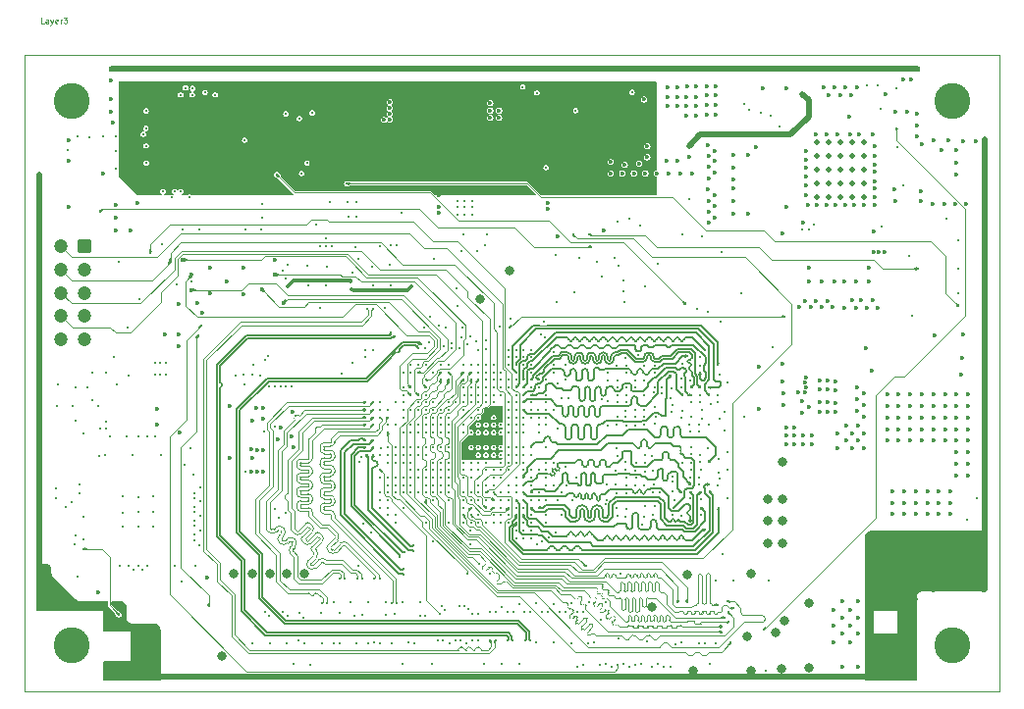
<source format=gbr>
%TF.GenerationSoftware,KiCad,Pcbnew,7.99.0-3958-g1df84f4d92*%
%TF.CreationDate,2023-12-24T01:25:56+01:00*%
%TF.ProjectId,SBC,5342432e-6b69-4636-9164-5f7063625858,rev?*%
%TF.SameCoordinates,Original*%
%TF.FileFunction,Copper,L3,Inr*%
%TF.FilePolarity,Positive*%
%FSLAX46Y46*%
G04 Gerber Fmt 4.6, Leading zero omitted, Abs format (unit mm)*
G04 Created by KiCad (PCBNEW 7.99.0-3958-g1df84f4d92) date 2023-12-24 01:25:56*
%MOMM*%
%LPD*%
G01*
G04 APERTURE LIST*
G04 Aperture macros list*
%AMRoundRect*
0 Rectangle with rounded corners*
0 $1 Rounding radius*
0 $2 $3 $4 $5 $6 $7 $8 $9 X,Y pos of 4 corners*
0 Add a 4 corners polygon primitive as box body*
4,1,4,$2,$3,$4,$5,$6,$7,$8,$9,$2,$3,0*
0 Add four circle primitives for the rounded corners*
1,1,$1+$1,$2,$3*
1,1,$1+$1,$4,$5*
1,1,$1+$1,$6,$7*
1,1,$1+$1,$8,$9*
0 Add four rect primitives between the rounded corners*
20,1,$1+$1,$2,$3,$4,$5,0*
20,1,$1+$1,$4,$5,$6,$7,0*
20,1,$1+$1,$6,$7,$8,$9,0*
20,1,$1+$1,$8,$9,$2,$3,0*%
G04 Aperture macros list end*
%ADD10C,0.100000*%
%TA.AperFunction,NonConductor*%
%ADD11C,0.100000*%
%TD*%
%TA.AperFunction,ComponentPad*%
%ADD12RoundRect,0.250000X-0.350000X0.350000X-0.350000X-0.350000X0.350000X-0.350000X0.350000X0.350000X0*%
%TD*%
%TA.AperFunction,ComponentPad*%
%ADD13C,1.200000*%
%TD*%
%TA.AperFunction,ComponentPad*%
%ADD14C,0.300000*%
%TD*%
%TA.AperFunction,ComponentPad*%
%ADD15C,3.100000*%
%TD*%
%TA.AperFunction,ComponentPad*%
%ADD16C,0.500000*%
%TD*%
%TA.AperFunction,ViaPad*%
%ADD17C,0.800000*%
%TD*%
%TA.AperFunction,ViaPad*%
%ADD18C,0.300000*%
%TD*%
%TA.AperFunction,ViaPad*%
%ADD19C,0.360000*%
%TD*%
%TA.AperFunction,Conductor*%
%ADD20C,0.110000*%
%TD*%
%TA.AperFunction,Conductor*%
%ADD21C,0.120000*%
%TD*%
%TA.AperFunction,Conductor*%
%ADD22C,0.140000*%
%TD*%
%TA.AperFunction,Conductor*%
%ADD23C,0.130000*%
%TD*%
%TA.AperFunction,Conductor*%
%ADD24C,0.350000*%
%TD*%
%TA.AperFunction,Conductor*%
%ADD25C,0.500000*%
%TD*%
%TA.AperFunction,Profile*%
%ADD26C,0.100000*%
%TD*%
G04 APERTURE END LIST*
D10*
D11*
X59200412Y-74851623D02*
X58962317Y-74851623D01*
X58962317Y-74851623D02*
X58962317Y-74351623D01*
X59581365Y-74851623D02*
X59581365Y-74589718D01*
X59581365Y-74589718D02*
X59557555Y-74542099D01*
X59557555Y-74542099D02*
X59509936Y-74518290D01*
X59509936Y-74518290D02*
X59414698Y-74518290D01*
X59414698Y-74518290D02*
X59367079Y-74542099D01*
X59581365Y-74827814D02*
X59533746Y-74851623D01*
X59533746Y-74851623D02*
X59414698Y-74851623D01*
X59414698Y-74851623D02*
X59367079Y-74827814D01*
X59367079Y-74827814D02*
X59343270Y-74780194D01*
X59343270Y-74780194D02*
X59343270Y-74732575D01*
X59343270Y-74732575D02*
X59367079Y-74684956D01*
X59367079Y-74684956D02*
X59414698Y-74661147D01*
X59414698Y-74661147D02*
X59533746Y-74661147D01*
X59533746Y-74661147D02*
X59581365Y-74637337D01*
X59771841Y-74518290D02*
X59890889Y-74851623D01*
X60009936Y-74518290D02*
X59890889Y-74851623D01*
X59890889Y-74851623D02*
X59843270Y-74970671D01*
X59843270Y-74970671D02*
X59819460Y-74994480D01*
X59819460Y-74994480D02*
X59771841Y-75018290D01*
X60390888Y-74827814D02*
X60343269Y-74851623D01*
X60343269Y-74851623D02*
X60248031Y-74851623D01*
X60248031Y-74851623D02*
X60200412Y-74827814D01*
X60200412Y-74827814D02*
X60176603Y-74780194D01*
X60176603Y-74780194D02*
X60176603Y-74589718D01*
X60176603Y-74589718D02*
X60200412Y-74542099D01*
X60200412Y-74542099D02*
X60248031Y-74518290D01*
X60248031Y-74518290D02*
X60343269Y-74518290D01*
X60343269Y-74518290D02*
X60390888Y-74542099D01*
X60390888Y-74542099D02*
X60414698Y-74589718D01*
X60414698Y-74589718D02*
X60414698Y-74637337D01*
X60414698Y-74637337D02*
X60176603Y-74684956D01*
X60628983Y-74851623D02*
X60628983Y-74518290D01*
X60628983Y-74613528D02*
X60652793Y-74565909D01*
X60652793Y-74565909D02*
X60676602Y-74542099D01*
X60676602Y-74542099D02*
X60724221Y-74518290D01*
X60724221Y-74518290D02*
X60771840Y-74518290D01*
X60890888Y-74351623D02*
X61200412Y-74351623D01*
X61200412Y-74351623D02*
X61033745Y-74542099D01*
X61033745Y-74542099D02*
X61105174Y-74542099D01*
X61105174Y-74542099D02*
X61152793Y-74565909D01*
X61152793Y-74565909D02*
X61176602Y-74589718D01*
X61176602Y-74589718D02*
X61200412Y-74637337D01*
X61200412Y-74637337D02*
X61200412Y-74756385D01*
X61200412Y-74756385D02*
X61176602Y-74804004D01*
X61176602Y-74804004D02*
X61152793Y-74827814D01*
X61152793Y-74827814D02*
X61105174Y-74851623D01*
X61105174Y-74851623D02*
X60962317Y-74851623D01*
X60962317Y-74851623D02*
X60914698Y-74827814D01*
X60914698Y-74827814D02*
X60890888Y-74804004D01*
D12*
%TO.N,Net-(J3-Pin_1)*%
%TO.C,J3*%
X62677481Y-94118014D03*
D13*
%TO.N,JTAG_TMS*%
X60677481Y-94118014D03*
%TO.N,GND*%
X62677481Y-96118014D03*
%TO.N,JTAG_TCK*%
X60677481Y-96118014D03*
%TO.N,GND*%
X62677481Y-98118014D03*
%TO.N,JTAG_TDO*%
X60677481Y-98118014D03*
%TO.N,Net-(J3-Pin_7)*%
X62677481Y-100118014D03*
%TO.N,JTAG_TDI*%
X60677481Y-100118014D03*
%TO.N,Net-(J3-Pin_9)*%
X62677481Y-102118014D03*
%TO.N,Net-(D9-K)*%
X60677481Y-102118014D03*
%TD*%
D14*
%TO.N,GND*%
%TO.C,U6*%
X68751281Y-105159014D03*
X69251281Y-105159014D03*
X69751281Y-105159014D03*
X68751281Y-104159014D03*
X69251281Y-104159014D03*
X69751281Y-104159014D03*
%TD*%
D15*
%TO.N,Net-(C289-Pad1)*%
%TO.C,H3*%
X61565481Y-81545014D03*
%TD*%
%TO.N,Net-(C287-Pad1)*%
%TO.C,H1*%
X137565481Y-81545014D03*
%TD*%
%TO.N,Net-(C288-Pad1)*%
%TO.C,H2*%
X61565481Y-128545014D03*
%TD*%
D16*
%TO.N,GND*%
%TO.C,U1*%
X125893462Y-85120028D03*
X125893462Y-86295028D03*
X125893462Y-87470028D03*
X125893462Y-88645028D03*
X125893462Y-89820028D03*
X126893462Y-85120028D03*
X126893462Y-86295028D03*
X126893462Y-87470028D03*
X126893462Y-88645028D03*
X126893462Y-89820028D03*
X127893462Y-85120028D03*
X127893462Y-86295028D03*
X127893462Y-87470028D03*
X127893462Y-88645028D03*
X127893462Y-89820028D03*
X128893462Y-85120028D03*
X128893462Y-86295028D03*
X128893462Y-87470028D03*
X128893462Y-88645028D03*
X128893462Y-89820028D03*
X129893462Y-85120028D03*
X129893462Y-86295028D03*
X129893462Y-87470028D03*
X129893462Y-88645028D03*
X129893462Y-89820028D03*
%TD*%
D15*
%TO.N,Net-(C290-Pad1)*%
%TO.C,H4*%
X137565481Y-128545014D03*
%TD*%
D17*
%TO.N,GND*%
X122880481Y-112736014D03*
D18*
X77977481Y-81218014D03*
X140318681Y-120409414D03*
X58693462Y-96720028D03*
X114895000Y-110101400D03*
D19*
X128885481Y-98766014D03*
X116543462Y-92057528D03*
D18*
X79125481Y-116746014D03*
D19*
X102650481Y-88857014D03*
X65120000Y-83430400D03*
D18*
X68620000Y-115692900D03*
D19*
X64970216Y-82503204D03*
D18*
X96020000Y-108880400D03*
X104693462Y-78720028D03*
D19*
X129893462Y-110220028D03*
D18*
X72685081Y-131376614D03*
D19*
X122943462Y-106770028D03*
D18*
X58683081Y-92902214D03*
X140343462Y-108370028D03*
D19*
X126443462Y-80370028D03*
D18*
X58693462Y-101720028D03*
X92770000Y-112780400D03*
D17*
X114665481Y-122457014D03*
D19*
X79090181Y-95269314D03*
D18*
X71693462Y-78720028D03*
X62120000Y-84630400D03*
X83611081Y-95876214D03*
X97165481Y-130179514D03*
X111776400Y-106730000D03*
X72300000Y-121712900D03*
X140343462Y-104370028D03*
D19*
X130193462Y-99420028D03*
D18*
X117435000Y-105148400D03*
X65377481Y-84618014D03*
D19*
X79832321Y-85458099D03*
X134818462Y-90225028D03*
D18*
X140318681Y-114409414D03*
X89520000Y-111480400D03*
X103495000Y-105955400D03*
X91470000Y-107580400D03*
X101220000Y-104980400D03*
D17*
X125165481Y-124900514D03*
D18*
X78600000Y-106225000D03*
D17*
X137365481Y-120520028D03*
D18*
X100570000Y-108880400D03*
X90043481Y-91196014D03*
X113420000Y-113980400D03*
D19*
X59515481Y-125070014D03*
X135870000Y-90470400D03*
D18*
X113420000Y-115230400D03*
X113670000Y-128430900D03*
X96020000Y-116030400D03*
D19*
X85728981Y-81410014D03*
D18*
X140318681Y-117409414D03*
X99270000Y-110180400D03*
X140318681Y-122409414D03*
X92120000Y-108230400D03*
X140343462Y-101415014D03*
X140320000Y-85230400D03*
X129693462Y-131370028D03*
X82677481Y-92212014D03*
X140320000Y-89430400D03*
X79600000Y-106225000D03*
X58693462Y-97720028D03*
X88693462Y-131370028D03*
X99270000Y-111480400D03*
X76777481Y-83218014D03*
X106165481Y-128346014D03*
X67320000Y-118292900D03*
X96020000Y-107580400D03*
D19*
X72202481Y-83873014D03*
X135890481Y-123770014D03*
X67249481Y-90392014D03*
D18*
X65227481Y-103668014D03*
D17*
X122880481Y-119721014D03*
D19*
X129243462Y-99420028D03*
D18*
X90693462Y-78720028D03*
D19*
X70932481Y-85143014D03*
X64715481Y-125720014D03*
D18*
X97320000Y-113430400D03*
X58683081Y-93902214D03*
X91693462Y-78720028D03*
X66020000Y-115692900D03*
X108923000Y-83253014D03*
X138843462Y-120720028D03*
X97320000Y-109530400D03*
X132749481Y-80475014D03*
X92871481Y-95198014D03*
X58693462Y-122720028D03*
X58693462Y-98720028D03*
X122693462Y-78720028D03*
D19*
X85565481Y-84830900D03*
D18*
X99465481Y-100345014D03*
X77977481Y-85218014D03*
X97320000Y-112130400D03*
X58693462Y-117720028D03*
X86693462Y-131370028D03*
D19*
X124855962Y-98820028D03*
X134436481Y-78782014D03*
D17*
X137365481Y-122395014D03*
D18*
X65720000Y-121730400D03*
X114133000Y-105529400D03*
X80693462Y-131370028D03*
X111920000Y-116530400D03*
X110196000Y-109593400D03*
X95365481Y-93095014D03*
X140320000Y-86230400D03*
X100165481Y-130179514D03*
D19*
X128343462Y-80370028D03*
D18*
X65444481Y-85905014D03*
X92120000Y-117930400D03*
X116693462Y-131370028D03*
D19*
X64715481Y-131245014D03*
D17*
X111665481Y-125233014D03*
D18*
X88220000Y-114080400D03*
D19*
X137160191Y-84971449D03*
D18*
X123693462Y-78720028D03*
X95693462Y-78720028D03*
D19*
X64986726Y-81372269D03*
D18*
X87693462Y-131370028D03*
X131693462Y-131370028D03*
X109149481Y-98001014D03*
X58693462Y-120720028D03*
X101220000Y-103680400D03*
D19*
X67790481Y-128545014D03*
X127593462Y-111570028D03*
D18*
X127693462Y-131370028D03*
X90820000Y-114080400D03*
X115784000Y-107561400D03*
X111044681Y-97519814D03*
X106191681Y-124832214D03*
X92770000Y-108230400D03*
D17*
X115165481Y-130745014D03*
D19*
X117043462Y-90607528D03*
X124878462Y-106733429D03*
D18*
X87643481Y-87196014D03*
D19*
X136825000Y-90470400D03*
D18*
X96020000Y-104330400D03*
X138843462Y-121720028D03*
X119693462Y-131370028D03*
X133840481Y-94970014D03*
X58683081Y-90902214D03*
X90170000Y-106930400D03*
X107665481Y-130146014D03*
D19*
X128893462Y-110220028D03*
D18*
X101930500Y-113435280D03*
D19*
X85982981Y-82807014D03*
D18*
X81985481Y-97501814D03*
X63153481Y-84666014D03*
X101870000Y-108880400D03*
X99270000Y-114730400D03*
X108545000Y-109466400D03*
D19*
X72227481Y-85168014D03*
D18*
X129621481Y-78747814D03*
D19*
X127393462Y-80370028D03*
D18*
X132693462Y-131370028D03*
X130693462Y-131370028D03*
X68620000Y-116992900D03*
X92762384Y-104976717D03*
X140343462Y-107370028D03*
X114903881Y-115866014D03*
X140343462Y-112370028D03*
X85693462Y-78720028D03*
X90163035Y-124848460D03*
D19*
X85677481Y-82118014D03*
D18*
X102520000Y-116030400D03*
X114937279Y-105665169D03*
X103143681Y-103230400D03*
D17*
X131365481Y-129395014D03*
D18*
X125621481Y-78747814D03*
X77944481Y-92635014D03*
X118693462Y-131370028D03*
D19*
X117043462Y-87757528D03*
D18*
X114693462Y-78720028D03*
X87165481Y-124846014D03*
X89122881Y-97501814D03*
X79693462Y-78720028D03*
D19*
X126255962Y-99320028D03*
D18*
X102720000Y-119230400D03*
X89520000Y-117330400D03*
X72577481Y-92618014D03*
D17*
X123093462Y-126470028D03*
D18*
X108672000Y-107561400D03*
D19*
X73472481Y-86540014D03*
D18*
X140343462Y-105370028D03*
X58693462Y-107720028D03*
X87420000Y-118780400D03*
X99920000Y-107580400D03*
X117693462Y-78720028D03*
D19*
X91697981Y-88268014D03*
D18*
X103693462Y-131370028D03*
X85846281Y-104131214D03*
X140343462Y-90370028D03*
X109693462Y-131370028D03*
X98665481Y-125230014D03*
D17*
X99358481Y-96223014D03*
D18*
X67320000Y-115792900D03*
X69412481Y-93895014D03*
X140320000Y-88630400D03*
X96670000Y-117330400D03*
D19*
X77100000Y-113525000D03*
X124878462Y-105896627D03*
D18*
X72693462Y-78720028D03*
X94070000Y-114730400D03*
X140318681Y-123409414D03*
D19*
X65690481Y-126695014D03*
X129893462Y-106820028D03*
D18*
X117165481Y-122946014D03*
D19*
X93221981Y-89030014D03*
D18*
X92120000Y-112130400D03*
X91470000Y-104330400D03*
X97320000Y-111480400D03*
X95370000Y-109530400D03*
X140343462Y-92370028D03*
X109327626Y-103711393D03*
D19*
X131818462Y-80965028D03*
D18*
X103165481Y-128290514D03*
D19*
X101253481Y-87841014D03*
X126893462Y-81070028D03*
D18*
X102076286Y-85275614D03*
X115670000Y-114080400D03*
D17*
X121610481Y-115911014D03*
D18*
X96693462Y-131370028D03*
X117611081Y-94613814D03*
X89693462Y-78720028D03*
D19*
X64715481Y-130270014D03*
D18*
X96020000Y-110180400D03*
D19*
X61313481Y-86699014D03*
X124893462Y-106320028D03*
D18*
X97320000Y-114730400D03*
X117420000Y-112480400D03*
X121665481Y-122946014D03*
D19*
X131205962Y-94570028D03*
D18*
X68693462Y-78720028D03*
X110255681Y-112792614D03*
D19*
X128655962Y-82920028D03*
D18*
X58693462Y-95720028D03*
X71177481Y-92618014D03*
X114265481Y-93065014D03*
X94865481Y-99295014D03*
X92693462Y-131370028D03*
X86770000Y-118080400D03*
X66020000Y-117092900D03*
D19*
X134847962Y-89325028D03*
D18*
X99920000Y-105630400D03*
X86693462Y-78720028D03*
X115770000Y-112130400D03*
D19*
X124243462Y-106720028D03*
D18*
X90170000Y-108880400D03*
X109470000Y-114030400D03*
X99270000Y-108880400D03*
X104915481Y-98096014D03*
D19*
X70932481Y-86413014D03*
X132622481Y-82507014D03*
X73527281Y-98187614D03*
D18*
X99270000Y-117980400D03*
X58693462Y-102720028D03*
X80277481Y-88212014D03*
D19*
X130693462Y-98770028D03*
D18*
X81883881Y-95749214D03*
D19*
X84339551Y-88405134D03*
D18*
X130138591Y-80221514D03*
D19*
X128793462Y-81070028D03*
X75251687Y-112374401D03*
X127893462Y-81070028D03*
D18*
X58693462Y-116720028D03*
X106714481Y-84784014D03*
X107783000Y-105021400D03*
X91665481Y-124846014D03*
X119315481Y-98195014D03*
D19*
X129393462Y-109620028D03*
D18*
X140343462Y-100415014D03*
X97970000Y-114080400D03*
D19*
X107476481Y-92774514D03*
X135971471Y-84971449D03*
D18*
X97970000Y-113430400D03*
X79100000Y-106225000D03*
X113371000Y-107815400D03*
X92665481Y-130141495D03*
X58693462Y-112720028D03*
D19*
X131143462Y-99420028D03*
D18*
X87570000Y-103030400D03*
D19*
X66377481Y-85418014D03*
D18*
X95370000Y-110180400D03*
X89693462Y-131370028D03*
D19*
X117043462Y-89707528D03*
D18*
X117370000Y-113630400D03*
X103320000Y-118830400D03*
X104693462Y-131370028D03*
X95693462Y-131370028D03*
D19*
X138720000Y-90470400D03*
D17*
X125165481Y-130516014D03*
D18*
X116546000Y-109466400D03*
D19*
X129693462Y-98770028D03*
X134265481Y-131245014D03*
D17*
X133365481Y-129395014D03*
D19*
X93221981Y-89665014D03*
X124355962Y-99370028D03*
D18*
X124693462Y-131370028D03*
X95265481Y-101145014D03*
D19*
X95472286Y-84285014D03*
D18*
X92025481Y-101145014D03*
X140318681Y-121409414D03*
X86165481Y-128346014D03*
X116673000Y-107688400D03*
X87665481Y-128335014D03*
X88870000Y-112780400D03*
X100570000Y-103680400D03*
X58693462Y-99720028D03*
D17*
X133365481Y-122395014D03*
D18*
X94070000Y-110180400D03*
X82477481Y-81818014D03*
X76693462Y-131370028D03*
X94165481Y-128369014D03*
D19*
X65003236Y-79779054D03*
D18*
X58683081Y-91902214D03*
D17*
X122880481Y-117816014D03*
D18*
X123693462Y-131370028D03*
X104665481Y-128346014D03*
D19*
X125755962Y-98820028D03*
D18*
X100175481Y-124965014D03*
D19*
X76402681Y-95936814D03*
X72202481Y-86413014D03*
D18*
X113693462Y-131370028D03*
X77165481Y-128346014D03*
D17*
X122783992Y-130606543D03*
D18*
X140343462Y-93370028D03*
X58835481Y-87841014D03*
D19*
X92436481Y-85855014D03*
X129893462Y-107820028D03*
D18*
X58693462Y-100720028D03*
X117693462Y-131370028D03*
X105693462Y-78720028D03*
X140343462Y-110370028D03*
D19*
X65882500Y-124890400D03*
X94903481Y-84666014D03*
D18*
X103155481Y-125016014D03*
X138843462Y-119720028D03*
X70685081Y-131376614D03*
X83693462Y-131370028D03*
X99270000Y-117330400D03*
X93693462Y-131370028D03*
X140343462Y-102370028D03*
X105376567Y-95098792D03*
D19*
X73599481Y-83873014D03*
D18*
X100570000Y-113430400D03*
X100693462Y-131370028D03*
X94693462Y-131370028D03*
X140265481Y-98545014D03*
X120693462Y-131370028D03*
X58693462Y-119720028D03*
X101220000Y-118630400D03*
D19*
X139611926Y-85053999D03*
X126755962Y-98820028D03*
D18*
X116665481Y-130146014D03*
D19*
X138505756Y-85020979D03*
D18*
X138843462Y-123720028D03*
D19*
X129893462Y-108820028D03*
D18*
X58693462Y-109720028D03*
X94070000Y-112780400D03*
D19*
X117043462Y-85857528D03*
D18*
X83693462Y-78720028D03*
X67458329Y-98660965D03*
X108672000Y-106291400D03*
D19*
X86315481Y-84331014D03*
X133615481Y-78782014D03*
D18*
X68620000Y-118292900D03*
X107665481Y-124845014D03*
D19*
X120565481Y-85577528D03*
D18*
X94693462Y-78720028D03*
X140343462Y-113370028D03*
X87693462Y-78720028D03*
X58693462Y-103720028D03*
D17*
X135365481Y-122395014D03*
D18*
X77977481Y-91618014D03*
D17*
X131365481Y-120520028D03*
D18*
X101665481Y-128290514D03*
D19*
X102650481Y-89365014D03*
X116543462Y-91107528D03*
X116493462Y-89207528D03*
D18*
X109265481Y-98918014D03*
X120693462Y-78720028D03*
D19*
X64715481Y-126695014D03*
D18*
X75693462Y-131370028D03*
D19*
X67315481Y-127345014D03*
X77546846Y-108071846D03*
D18*
X102520000Y-114730400D03*
X140318681Y-116409414D03*
D19*
X84323041Y-87629164D03*
D18*
X92490481Y-100151014D03*
X77693462Y-78720028D03*
X82693462Y-131370028D03*
X98693462Y-131370028D03*
X92120000Y-114730400D03*
X81693462Y-78720028D03*
X131621481Y-78747814D03*
D19*
X65003236Y-78887514D03*
D18*
X104047481Y-80348014D03*
D19*
X117043462Y-86757528D03*
D18*
X109645481Y-91727028D03*
X115784000Y-103624400D03*
X75693462Y-78720028D03*
X97693462Y-131370028D03*
X140318681Y-119409414D03*
X108693462Y-131370028D03*
D19*
X128185481Y-99416014D03*
D18*
X108693462Y-78720028D03*
X62640000Y-110292900D03*
D19*
X94903481Y-85555014D03*
D18*
X93420000Y-110180400D03*
X67320000Y-116992900D03*
X87573481Y-97502314D03*
X86920000Y-103680400D03*
X140343462Y-103370028D03*
D19*
X134315481Y-128495014D03*
X102650481Y-90889014D03*
D18*
X94070000Y-108230400D03*
D19*
X132505962Y-89220028D03*
D18*
X110693462Y-131370028D03*
X140343462Y-109370028D03*
X101693462Y-131370028D03*
X88250981Y-111492900D03*
D19*
X61313481Y-90699014D03*
D18*
X102693462Y-131370028D03*
D19*
X63415481Y-125070014D03*
X128893462Y-111570028D03*
D17*
X121610481Y-119721014D03*
D19*
X123255962Y-90720028D03*
X65427481Y-92768014D03*
D18*
X64320000Y-84630400D03*
X97320000Y-110180400D03*
D19*
X134265481Y-123770014D03*
X86565481Y-83188014D03*
X137780000Y-90470400D03*
X73552681Y-95936814D03*
X124893462Y-105470028D03*
X67315481Y-129945014D03*
D18*
X91470000Y-114080400D03*
X90820000Y-111480400D03*
D17*
X96808481Y-98623014D03*
D18*
X73693462Y-78720028D03*
D19*
X116543462Y-88207528D03*
D18*
X96565481Y-94495014D03*
X90170000Y-104980400D03*
X97970000Y-104330400D03*
X108626800Y-112216400D03*
D19*
X70932481Y-83873014D03*
D18*
X77977481Y-87218014D03*
X111855881Y-105020214D03*
X90170000Y-106280400D03*
X115055481Y-111486014D03*
X78693462Y-131370028D03*
D19*
X121193462Y-80497528D03*
X134465962Y-84630028D03*
X134465962Y-83680028D03*
X76402681Y-98236814D03*
D18*
X78665481Y-128346014D03*
D19*
X129893462Y-111570028D03*
D18*
X115870000Y-115917273D03*
X99693462Y-78720028D03*
X138065481Y-96045014D03*
D19*
X81252181Y-84789444D03*
D18*
X66693462Y-78720028D03*
D19*
X94456286Y-81821214D03*
D17*
X135365481Y-120520028D03*
D19*
X130755962Y-94570028D03*
D18*
X140343462Y-111370028D03*
D19*
X120868462Y-108170028D03*
D18*
X58693462Y-114720028D03*
X138083481Y-98144414D03*
D19*
X95472286Y-85809014D03*
D18*
X140265481Y-99445014D03*
X138843462Y-122720028D03*
X103693462Y-78720028D03*
X88665481Y-124846014D03*
D19*
X65427481Y-90568014D03*
D18*
X92770000Y-114730400D03*
X67693462Y-78720028D03*
D19*
X62440481Y-125070014D03*
D18*
X70693462Y-78720028D03*
X69693462Y-78720028D03*
X115693462Y-78720028D03*
X83165481Y-128346014D03*
X101220000Y-117330400D03*
X105693462Y-131370028D03*
X112693462Y-78720028D03*
D19*
X124643462Y-92050028D03*
D18*
X61970281Y-106264814D03*
X99270000Y-112130400D03*
X74693462Y-78720028D03*
X66020000Y-118292900D03*
X93420000Y-108230400D03*
D17*
X119855481Y-127755014D03*
X133365481Y-124395014D03*
X75590481Y-122345014D03*
D18*
X98693462Y-78720028D03*
D19*
X66417481Y-87018014D03*
D18*
X92770000Y-107580400D03*
D19*
X83794721Y-86869704D03*
D18*
X92120000Y-106930400D03*
X76619481Y-92635014D03*
D19*
X133290481Y-79713014D03*
D18*
X99270000Y-103030400D03*
X67685081Y-131376614D03*
X96670000Y-114730400D03*
D17*
X74523872Y-129442223D03*
D18*
X106693462Y-131370028D03*
X108620000Y-115430400D03*
X89046681Y-95698414D03*
D19*
X122865353Y-104250528D03*
D18*
X58693462Y-104720028D03*
D19*
X116543462Y-87257528D03*
D18*
X83560281Y-97501814D03*
X88870000Y-109530400D03*
X111847000Y-107942400D03*
X107620000Y-116380400D03*
X122693462Y-131370028D03*
X60420000Y-106018462D03*
D19*
X85601981Y-85601014D03*
D18*
X140343462Y-94370028D03*
X116693462Y-78720028D03*
X93420000Y-114730400D03*
X113693462Y-78720028D03*
D17*
X120165481Y-130745014D03*
D18*
X93420000Y-112780400D03*
X114693462Y-131370028D03*
X100570000Y-109530400D03*
X101220000Y-112130400D03*
X99693462Y-131370028D03*
D19*
X80567016Y-85474609D03*
D18*
X89520000Y-107580400D03*
D19*
X128393462Y-109620028D03*
X131705962Y-94570028D03*
D18*
X98665481Y-130195014D03*
D19*
X72400881Y-99000414D03*
D18*
X68685081Y-131376614D03*
D17*
X80165481Y-122345014D03*
D18*
X99270000Y-103680400D03*
D19*
X73242500Y-122730400D03*
X65690481Y-131245014D03*
D18*
X97970000Y-114730400D03*
X100693462Y-78720028D03*
X65377481Y-87418014D03*
X140343462Y-106370028D03*
X109165481Y-130146014D03*
X101693462Y-78720028D03*
X96020000Y-112780400D03*
X77977481Y-80018014D03*
X117434996Y-108958400D03*
X97970000Y-107580400D03*
X92120000Y-111480400D03*
D17*
X133365481Y-120520028D03*
D19*
X116493462Y-85357528D03*
D18*
X112165481Y-130146014D03*
X139643462Y-115870028D03*
X97970000Y-117330400D03*
D19*
X74952681Y-97174314D03*
X63920000Y-123952900D03*
X61375481Y-84920014D03*
D18*
X83539924Y-93381971D03*
X130621481Y-78747814D03*
D19*
X134493826Y-82618774D03*
D18*
X58693462Y-110720028D03*
D19*
X65427481Y-91618014D03*
D18*
X100570000Y-116680400D03*
X101220000Y-107580400D03*
X80588481Y-106214014D03*
X95370000Y-117980400D03*
D17*
X121610481Y-117816014D03*
D18*
X99920000Y-114080400D03*
X99270000Y-115380400D03*
D19*
X79620000Y-109730400D03*
D18*
X90693462Y-131370028D03*
X102693462Y-78720028D03*
D17*
X131365481Y-124395014D03*
D18*
X131138591Y-80221514D03*
X140320000Y-87830400D03*
D19*
X116543462Y-90157528D03*
D18*
X58693462Y-115720028D03*
D19*
X72831281Y-99838614D03*
D18*
X140343462Y-95370028D03*
D19*
X127593462Y-110220028D03*
D18*
X107693462Y-78720028D03*
D19*
X78100000Y-113525000D03*
D18*
X84665481Y-128346014D03*
X91693462Y-131370028D03*
D19*
X125305962Y-99320028D03*
D18*
X82693462Y-78720028D03*
X58683081Y-88902214D03*
X99920000Y-116680400D03*
D19*
X122880000Y-93030400D03*
D18*
X109693462Y-78720028D03*
X111693462Y-78720028D03*
D19*
X102650481Y-90381014D03*
D18*
X117308000Y-106926400D03*
X69685081Y-131376614D03*
D19*
X129293462Y-80370028D03*
D18*
X121693462Y-78720028D03*
X126621481Y-78747814D03*
X128621481Y-78747814D03*
D19*
X93221981Y-91189014D03*
D17*
X122295481Y-127475014D03*
D18*
X88693462Y-78720028D03*
X121693462Y-131370028D03*
X87497281Y-95901614D03*
X85665481Y-124846014D03*
X102520000Y-111480400D03*
X100570000Y-118630400D03*
X77693462Y-131370028D03*
X93693462Y-78720028D03*
X109149481Y-97051014D03*
X61248481Y-85809014D03*
X140318681Y-115409414D03*
X91470000Y-108230400D03*
D19*
X129293462Y-107320028D03*
D18*
X140320000Y-87030400D03*
X133693462Y-131370028D03*
D19*
X116543462Y-86307528D03*
D18*
X102515481Y-85445014D03*
X70245481Y-89835014D03*
X77977481Y-84418014D03*
X80693462Y-78720028D03*
X70657081Y-97374814D03*
X124621481Y-78747814D03*
X107693462Y-131370028D03*
X101665481Y-124946014D03*
D17*
X81665481Y-122345014D03*
D18*
X66450000Y-101120000D03*
X138843462Y-117720028D03*
D19*
X94837286Y-80932214D03*
D18*
X127621481Y-78747814D03*
X111693462Y-131370028D03*
D17*
X131365481Y-122395014D03*
D19*
X80700000Y-111425000D03*
D18*
X78693462Y-78720028D03*
X138065481Y-93545014D03*
X76693462Y-78720028D03*
X107275000Y-107307400D03*
X93477481Y-125143014D03*
X89520000Y-112780400D03*
D19*
X70885681Y-110201814D03*
X93221981Y-90681014D03*
D18*
X79693462Y-131370028D03*
X71685081Y-131376614D03*
X140265481Y-97545014D03*
X84693462Y-131370028D03*
D17*
X122880481Y-115911014D03*
D18*
X58693462Y-113720028D03*
X97693462Y-78720028D03*
X115693462Y-131370028D03*
X90170000Y-111480400D03*
D19*
X133638481Y-82507014D03*
D18*
X58693462Y-121720028D03*
D19*
X129293462Y-108320028D03*
D18*
X140318681Y-118409414D03*
X113303000Y-106374200D03*
X132621481Y-78747814D03*
X110204881Y-105655214D03*
X110665481Y-130146014D03*
D19*
X134365481Y-124545014D03*
D18*
X91470000Y-113430400D03*
X58683081Y-94902214D03*
X95052481Y-125168014D03*
X112693462Y-131370028D03*
X58683081Y-89902214D03*
X92120000Y-107580400D03*
D17*
X77165481Y-122345014D03*
D18*
X58693462Y-111720028D03*
X106693462Y-78720028D03*
X96693462Y-78720028D03*
X92120000Y-110180400D03*
X90165481Y-130125514D03*
D19*
X94837286Y-82583214D03*
D18*
X115657000Y-109466400D03*
D19*
X129293462Y-106320028D03*
D18*
X81665481Y-128346014D03*
X110196000Y-108196400D03*
X110693462Y-78720028D03*
X62945000Y-106308462D03*
D19*
X134019481Y-79713014D03*
D18*
X58693462Y-124720028D03*
D19*
X127205962Y-99320028D03*
D18*
X90170000Y-110180400D03*
D19*
X60490481Y-125070014D03*
D18*
X119693462Y-78720028D03*
X95665481Y-128345014D03*
X80080481Y-106214014D03*
D19*
X73599481Y-85143014D03*
D18*
X58693462Y-123720028D03*
X116420000Y-111530400D03*
D19*
X117043462Y-91607528D03*
D18*
X58693462Y-108720028D03*
X111720000Y-113480400D03*
D19*
X65690481Y-130270014D03*
D18*
X109290481Y-85120014D03*
X99270000Y-108230400D03*
X99270000Y-112780400D03*
X58693462Y-105720028D03*
D19*
X80650000Y-108375000D03*
D18*
X71062500Y-123040400D03*
X80165481Y-128346014D03*
X95370000Y-112780400D03*
D19*
X103539481Y-93241014D03*
D18*
X84693462Y-78720028D03*
X118693462Y-78720028D03*
X99270000Y-109530400D03*
X111770000Y-114680400D03*
X84165481Y-124846014D03*
D19*
X134893462Y-85277528D03*
D18*
X104665481Y-124919514D03*
D17*
X78665481Y-122345014D03*
D18*
X92693462Y-78720028D03*
X138843462Y-118720028D03*
X117534881Y-100582814D03*
X97320000Y-112780400D03*
X66685081Y-131376614D03*
X77977481Y-90418014D03*
X100570000Y-112130400D03*
X103377481Y-98918014D03*
D19*
X64262481Y-87829014D03*
X129393462Y-110870028D03*
D18*
X74685081Y-131376614D03*
X81693462Y-131370028D03*
X65470000Y-106018462D03*
D17*
X120165481Y-122345014D03*
D18*
X73685081Y-131376614D03*
D19*
X66677481Y-92768014D03*
X95472286Y-85047014D03*
D18*
X108470000Y-113480400D03*
X91470000Y-111480400D03*
X117320000Y-114780400D03*
D19*
X61465481Y-125070014D03*
D18*
X140265481Y-96445014D03*
X95370000Y-108230400D03*
D19*
X95411481Y-83015014D03*
D18*
X58693462Y-118720028D03*
X58693462Y-106720028D03*
X118665481Y-122946014D03*
X77977481Y-86218014D03*
X85693462Y-131370028D03*
D19*
X128393462Y-110870028D03*
D18*
X140343462Y-91370028D03*
%TO.N,GBE0_MDI3_N*%
X72185800Y-119455400D03*
%TO.N,GBE0_MDI3_P*%
X72186800Y-119005400D03*
%TO.N,/IO/LED0*%
X67320000Y-121730400D03*
%TO.N,/IO/LED1*%
X66920000Y-122030400D03*
%TO.N,GBE0_MDI2_N*%
X72186800Y-118255400D03*
%TO.N,GBE0_MDI2_P*%
X72186800Y-117805400D03*
%TO.N,/MPU/VDDA_0P9*%
X97970898Y-108878794D03*
%TO.N,GBE0_MDI1_N*%
X72186800Y-117055400D03*
%TO.N,GBE0_MDI1_P*%
X72186800Y-116605400D03*
%TO.N,GBE0_MDI0_N*%
X72186800Y-115855400D03*
%TO.N,GBE0_MDI0_P*%
X72186800Y-115405400D03*
%TO.N,3.3V_SW*%
X114865481Y-90045014D03*
D19*
X115420981Y-82803014D03*
X137393462Y-116245028D03*
X133918462Y-108895028D03*
X128693462Y-84407528D03*
X134918462Y-110895028D03*
X115420981Y-82003014D03*
X136918462Y-109895028D03*
X133918462Y-106895028D03*
X131918462Y-109895028D03*
X127493462Y-90557528D03*
X130843462Y-85470028D03*
X129493462Y-84407528D03*
X115420981Y-81203014D03*
X138918462Y-112895028D03*
X133393462Y-117245028D03*
X137918462Y-113895028D03*
X137918462Y-110895028D03*
X138918462Y-111895028D03*
X130843462Y-90557528D03*
X134393462Y-116245028D03*
X124893462Y-89670028D03*
X138918462Y-113895028D03*
X113820981Y-81203014D03*
X132918462Y-110895028D03*
X117156481Y-82775014D03*
X123193462Y-80497528D03*
X135918462Y-106895028D03*
X127638838Y-84403766D03*
X135918462Y-107895028D03*
X133918462Y-109895028D03*
X133393462Y-115245028D03*
X138918462Y-109895028D03*
X132393462Y-115245028D03*
X136918462Y-107895028D03*
X116356481Y-81075014D03*
X134918462Y-106895028D03*
X131918462Y-107895028D03*
X135393462Y-117245028D03*
X130843462Y-87057528D03*
X117156481Y-80275014D03*
X122893462Y-105770028D03*
X113820981Y-82003014D03*
X131918462Y-108895028D03*
X136918462Y-110895028D03*
X136393462Y-117245028D03*
X116356481Y-81875014D03*
X113020981Y-80403014D03*
X115467481Y-80275014D03*
X113020981Y-82003014D03*
X137918462Y-109895028D03*
X124893462Y-88070028D03*
D18*
X117765481Y-120645014D03*
D19*
X136918462Y-108895028D03*
X136393462Y-116245028D03*
X131918462Y-110895028D03*
X130843462Y-87670028D03*
X135393462Y-116245028D03*
X129893462Y-90557528D03*
X125793462Y-84420028D03*
X124893462Y-87357528D03*
D18*
X121915481Y-82820014D03*
D19*
X138918462Y-107895028D03*
X114620981Y-81203014D03*
X137918462Y-107895028D03*
X113020981Y-81203014D03*
X134393462Y-115245028D03*
X137918462Y-112895028D03*
X129093462Y-90557528D03*
X117156481Y-81075014D03*
X131918462Y-106895028D03*
X137393462Y-117245028D03*
X137918462Y-108895028D03*
X116356481Y-82775014D03*
D18*
X99270000Y-107580400D03*
D19*
X132393462Y-116245028D03*
X116356481Y-80275014D03*
X117156481Y-81875014D03*
X130840643Y-89870028D03*
X124893462Y-85870028D03*
X114620981Y-82803014D03*
X114705481Y-80275014D03*
D18*
X137065481Y-91745014D03*
D19*
X134918462Y-108895028D03*
X135393462Y-115245028D03*
X120833500Y-104463796D03*
X126693462Y-84407528D03*
D18*
X101703767Y-80847014D03*
D19*
X136393462Y-115245028D03*
X128293462Y-90557528D03*
X126693462Y-90553941D03*
X132918462Y-108895028D03*
X138918462Y-108895028D03*
X135918462Y-110895028D03*
X135918462Y-109895028D03*
X130840643Y-89070028D03*
X136918462Y-106895028D03*
X137393462Y-115245028D03*
X132393462Y-117245028D03*
D18*
X108715481Y-95745014D03*
D19*
X134918462Y-107895028D03*
X133918462Y-107895028D03*
X134393462Y-117245028D03*
X124893462Y-86670028D03*
X130643462Y-84407528D03*
X132918462Y-109895028D03*
D18*
X109915481Y-80795014D03*
D19*
X124893462Y-88870028D03*
X133918462Y-110895028D03*
X125893462Y-90557528D03*
X137918462Y-111895028D03*
X132918462Y-106895028D03*
X138918462Y-110895028D03*
X137918462Y-106895028D03*
X135918462Y-108895028D03*
X130843462Y-86270028D03*
X134918462Y-109895028D03*
D18*
X134070281Y-100125614D03*
D19*
X113820981Y-80403014D03*
X130840643Y-88470028D03*
X133393462Y-116245028D03*
X114620981Y-82003014D03*
X125093462Y-90557528D03*
X132918462Y-107895028D03*
X138918462Y-106895028D03*
D18*
%TO.N,VBAT*%
X132749481Y-83895014D03*
X121260000Y-127220000D03*
%TO.N,I2C1_SCL*%
X89520000Y-114730400D03*
X106665481Y-128268014D03*
%TO.N,I2C1_SDA*%
X89520000Y-114080400D03*
X107165481Y-130243014D03*
%TO.N,I2C2_SCL*%
X108665481Y-130243014D03*
X72790681Y-100918014D03*
X86027481Y-94168014D03*
X79777481Y-96168014D03*
X90820000Y-115380400D03*
%TO.N,I2C2_SDA*%
X72537481Y-101818014D03*
X80027481Y-96918014D03*
X108165481Y-130431014D03*
X73404983Y-125168014D03*
X85767481Y-96378014D03*
X90170000Y-115380400D03*
%TO.N,I2C3_SCL*%
X109665481Y-130431014D03*
X90820000Y-114730400D03*
%TO.N,I2C3_SDA*%
X110165481Y-130243014D03*
X90170000Y-114080400D03*
%TO.N,USB1_OC*%
X95450344Y-125143014D03*
X92770000Y-116030400D03*
%TO.N,USB1_PWR_EN*%
X96612550Y-125807945D03*
X93420000Y-115380400D03*
%TO.N,UART2_TXD*%
X88870000Y-115380400D03*
X87165481Y-128346014D03*
%TO.N,UART2_RXD*%
X86664800Y-125907800D03*
%TO.N,UART1_TXD*%
X83132981Y-125762514D03*
%TO.N,UART1_RXD*%
X88220000Y-115380400D03*
X84165481Y-128346014D03*
%TO.N,/IO/ENET_2.5V_A*%
X72649566Y-116134784D03*
X71320000Y-112942900D03*
X71845000Y-111492900D03*
X72670481Y-117415414D03*
X72562081Y-119930014D03*
%TO.N,USB2_RX_N*%
X81556777Y-126147177D03*
%TO.N,USB2_RX_P*%
X81203223Y-125793623D03*
%TO.N,USB2_TX_N*%
X80186777Y-125987177D03*
%TO.N,USB2_TX_P*%
X79833223Y-125633623D03*
%TO.N,USB2_DP*%
X78263223Y-125633623D03*
%TO.N,VDD_1V*%
X64002281Y-112233814D03*
X61690881Y-107865014D03*
X72070000Y-113830400D03*
X61952556Y-109139557D03*
X60344681Y-107890414D03*
%TO.N,UART3_RXD*%
X85938081Y-126009400D03*
%TO.N,UART3_TXD*%
X84718800Y-125780800D03*
%TO.N,UART4_RXD*%
X105165481Y-130431014D03*
X88220000Y-116030400D03*
%TO.N,NVCC_DRAM_1V1*%
X118120000Y-105830400D03*
X100570000Y-112780400D03*
X101220000Y-117980400D03*
X109320000Y-117430400D03*
D19*
X128193462Y-97157528D03*
D18*
X114207000Y-117353000D03*
X113445000Y-117302200D03*
X118120000Y-111830400D03*
D19*
X129243462Y-97157528D03*
D18*
X105087698Y-114076115D03*
X111974000Y-108831400D03*
X115784000Y-104386400D03*
X100570000Y-104330400D03*
X115657000Y-110101400D03*
X101870000Y-110180400D03*
X112487600Y-106831600D03*
X101220000Y-114080400D03*
X101870000Y-116030400D03*
X109434000Y-107561400D03*
X101220000Y-106280400D03*
X114133000Y-106291400D03*
X99920000Y-112130400D03*
X107745100Y-116001529D03*
X111720000Y-117330400D03*
X113370000Y-114430400D03*
X112338481Y-115383414D03*
X117920000Y-110030400D03*
X108630000Y-108791400D03*
X113548400Y-115979600D03*
X111847000Y-104386400D03*
X101220000Y-108880400D03*
X118120000Y-115830400D03*
X114260000Y-104259400D03*
X101870000Y-106280400D03*
X113323912Y-108404900D03*
X101220000Y-108230400D03*
X100570000Y-117980400D03*
X107783000Y-105656400D03*
X110789081Y-118101214D03*
X99920000Y-110180400D03*
X110303200Y-114096000D03*
X109434000Y-104386400D03*
X101220000Y-104330400D03*
X102459381Y-108190191D03*
X110477481Y-103488014D03*
X101220000Y-114730400D03*
X109434000Y-109593400D03*
X115680200Y-114660600D03*
D19*
X130343462Y-95957528D03*
X130343462Y-97157528D03*
D18*
X113244000Y-107180400D03*
X101220000Y-116030400D03*
X99920000Y-111480400D03*
X112482000Y-106291400D03*
D19*
X132648462Y-90220028D03*
D18*
X107783000Y-109593400D03*
X115870000Y-117288414D03*
X118120000Y-113430400D03*
X115784000Y-106926400D03*
X117920000Y-108430400D03*
X108566581Y-111573414D03*
%TO.N,DRAM_DQ21*%
X99920000Y-119280400D03*
X111717800Y-115371800D03*
%TO.N,DRAM_DQ19*%
X103495000Y-116030400D03*
X108525200Y-114705600D03*
%TO.N,DRAM_DQ25*%
X117356600Y-116692600D03*
X99920000Y-117330400D03*
%TO.N,DRAM_DQ24*%
X116188200Y-118572200D03*
X100570000Y-117330400D03*
%TO.N,DRAM_DQ26*%
X99920000Y-117980400D03*
X116594600Y-115270200D03*
%TO.N,DRAM_DQ28*%
X114969000Y-114660600D03*
X100570000Y-114730400D03*
%TO.N,DRAM_DQ27*%
X99920000Y-116030400D03*
X116543800Y-114660600D03*
%TO.N,DRAM_DQ30*%
X100570000Y-115380400D03*
X114912426Y-117855069D03*
%TO.N,DRAM_VREF*%
X133318800Y-88801600D03*
%TO.N,DRAM_DQ15*%
X113244000Y-105275400D03*
X100570000Y-108230400D03*
%TO.N,DRAM_DQ12*%
X100570000Y-107580400D03*
X114260000Y-106926400D03*
%TO.N,DRAM_DQ14*%
X114672000Y-103580400D03*
X100570000Y-106930400D03*
%TO.N,DRAM_DQ11*%
X116546000Y-106926400D03*
X99920000Y-106280400D03*
D19*
%TO.N,Net-(U13-VDDI)*%
X75211268Y-107875000D03*
D18*
%TO.N,DRAM_DQ9*%
X117339000Y-104342400D03*
X99920000Y-104980400D03*
%TO.N,DRAM_DQ10*%
X99920000Y-104330400D03*
X116546000Y-106291400D03*
%TO.N,DRAM_DQ4*%
X99920000Y-103680400D03*
X110958000Y-106926400D03*
%TO.N,DRAM_DQ6*%
X100570000Y-103030400D03*
X110958000Y-105656400D03*
%TO.N,DRAM_DQ22*%
X100570000Y-119280400D03*
X111032000Y-116540200D03*
%TO.N,DRAM_DQ23*%
X110963600Y-117429200D03*
X101220000Y-119280400D03*
%TO.N,DRAM_DQS3_P*%
X101220000Y-116680400D03*
X115832600Y-115371800D03*
%TO.N,DRAM_DM3*%
X100570000Y-116030400D03*
X115870000Y-116679472D03*
%TO.N,DRAMREF*%
X100570000Y-110180400D03*
%TO.N,DRAM_DQ13*%
X101220000Y-106930400D03*
X115022000Y-106926400D03*
%TO.N,DRAM_DM1*%
X100570000Y-106280400D03*
X115784000Y-105021400D03*
%TO.N,DRAM_DQS1_P*%
X101220000Y-105630400D03*
X115784000Y-106291400D03*
%TO.N,DRAM_DQ8*%
X100570000Y-105630400D03*
X116170000Y-103030400D03*
%TO.N,DRAM_DQ7*%
X110958000Y-104386400D03*
X101220000Y-103030400D03*
%TO.N,DRAM_DQS2_N*%
X101761000Y-119791400D03*
X110193800Y-114762200D03*
%TO.N,DRAM_DQS2_P*%
X102116600Y-119537400D03*
X109417100Y-115394300D03*
%TO.N,DRAM_DQS3_N*%
X114918200Y-115321000D03*
X101870000Y-116680400D03*
%TO.N,Net-(U15-VDD1.8_1)*%
X90926281Y-97578014D03*
X85746234Y-97799378D03*
%TO.N,DRAM_nCS0_B*%
X101220000Y-113430400D03*
X111065200Y-112775200D03*
%TO.N,DRAM_CKE0_A*%
X101870000Y-109530400D03*
X110958000Y-109466400D03*
%TO.N,DRAM_DQS1_N*%
X101870000Y-105630400D03*
X115022000Y-106291400D03*
%TO.N,DRAM_DQS0_P*%
X102398564Y-101979764D03*
X109434000Y-106291400D03*
%TO.N,DRAM_DQS0_N*%
X110196000Y-106291400D03*
X102087436Y-101668636D03*
%TO.N,DRAM_DQ16*%
X103820000Y-117330400D03*
X108626800Y-117347200D03*
%TO.N,DRAM_DM2*%
X102520000Y-117330400D03*
X109439600Y-116788400D03*
%TO.N,DRAM_DQ18*%
X104795000Y-116030400D03*
X109388800Y-114756400D03*
%TO.N,PMIC_SCL*%
X90170000Y-114730400D03*
X120020000Y-82330400D03*
%TO.N,DRAM_nCS1_B*%
X110220000Y-113455400D03*
X102449290Y-114080400D03*
%TO.N,DRAM_CKE0_B*%
X111014400Y-112165600D03*
X102520000Y-112780400D03*
%TO.N,DRAM_CA0_A*%
X102520000Y-108880400D03*
X109307000Y-108323400D03*
%TO.N,DRAM_CA2_A*%
X104470000Y-107255400D03*
X114260000Y-108323400D03*
%TO.N,DRAM_DQ3*%
X102520000Y-105630400D03*
X108672000Y-106926400D03*
%TO.N,DRAM_DM0*%
X109434000Y-105021400D03*
X103170000Y-104980400D03*
%TO.N,DRAM_DQ1*%
X108672000Y-105656400D03*
X103170000Y-104330400D03*
%TO.N,DRAM_DQ17*%
X108576000Y-116686800D03*
X102520000Y-117980400D03*
%TO.N,DRAM_CA1_A*%
X102520000Y-109530400D03*
X109338000Y-108863600D03*
%TO.N,DRAM_CKE1_A*%
X103495000Y-109855400D03*
X111921000Y-109428200D03*
%TO.N,DRAM_CA5_A*%
X102520000Y-107580400D03*
X115911000Y-108958400D03*
%TO.N,DRAM_DQ2*%
X109434000Y-106926400D03*
X104145000Y-105630400D03*
%TO.N,DRAM_DQ0*%
X108545000Y-104386400D03*
X104145000Y-104330400D03*
%TO.N,SPI1_MOSI*%
X91637481Y-126000614D03*
%TO.N,SPI2_SSO*%
X88671400Y-125949814D03*
%TO.N,UART4_TXD*%
X105665481Y-130243014D03*
X89520000Y-115380400D03*
%TO.N,Net-(U9A-MIPI_VDD1)*%
X89520000Y-109530400D03*
D19*
%TO.N,Net-(L6-Pad1)*%
X130090000Y-102880000D03*
X126793462Y-106470028D03*
X138430000Y-101700000D03*
X127493462Y-108420028D03*
X127493462Y-106520028D03*
X126793462Y-108370028D03*
X126093462Y-105720028D03*
X126793462Y-105720028D03*
X138310000Y-105140000D03*
X126093462Y-108370028D03*
X138350000Y-103720000D03*
X126093462Y-106470028D03*
X127493462Y-107620028D03*
X130580000Y-104870000D03*
X136010000Y-101780000D03*
X126093462Y-107570028D03*
X127493462Y-105770028D03*
X126793462Y-107570028D03*
D18*
%TO.N,SPI1_MISO*%
X92110200Y-125984000D03*
%TO.N,HDMI_TX3_P*%
X98165481Y-125685014D03*
%TO.N,PCIE2_RXN*%
X94710481Y-128108814D03*
%TO.N,SPI2_MISO*%
X89408000Y-125857000D03*
%TO.N,SPI2_SCLK*%
X88165481Y-128346014D03*
X88220000Y-116680400D03*
%TO.N,PCIE2_RXP*%
X95120481Y-128108814D03*
%TO.N,PCIE1_TXN*%
X89426658Y-101920391D03*
X99620481Y-128108814D03*
%TO.N,SPI1_SSO*%
X91165481Y-128346014D03*
X88870000Y-117330400D03*
%TO.N,Net-(U9B-ZQ_{slash}_ZQ_{slash}_ZQ)*%
X100570000Y-111480400D03*
%TO.N,PCIE1_TXP*%
X89073104Y-101566837D03*
X99210481Y-128108814D03*
%TO.N,HDMI_TX2_P*%
X99165481Y-125665014D03*
%TO.N,Net-(U9M-USB1_RESREF)*%
X86578131Y-112323939D03*
%TO.N,Net-(U9K-PCIE2_RESREF)*%
X86920000Y-103030400D03*
%TO.N,Net-(U9M-USB2_RESREF)*%
X86396521Y-112744944D03*
D19*
%TO.N,QSPIA_SCLK*%
X71952481Y-96587414D03*
D18*
X90820000Y-106930400D03*
%TO.N,Net-(U9J-HDMI_REXT)*%
X95970708Y-119859514D03*
%TO.N,NAND_DATA0*%
X90820000Y-106280400D03*
D19*
X77980181Y-97809314D03*
D18*
%TO.N,Net-(U9L-MIPI_DSI_REXT)*%
X88220000Y-108230400D03*
%TO.N,QSPIA_nSS0 *%
X91470000Y-106930400D03*
D19*
X79848162Y-98984314D03*
%TO.N,NAND_DATA2*%
X71952745Y-97865013D03*
D18*
X91470000Y-104980400D03*
%TO.N,PCIE1_RXP*%
X91720000Y-102540400D03*
X100710481Y-128108814D03*
D19*
%TO.N,NAND_DATA1*%
X79090181Y-96539314D03*
D18*
X92120000Y-106280400D03*
%TO.N,SPI1_SCLK*%
X88870000Y-116030400D03*
X90652481Y-128293014D03*
%TO.N,NAND_DATA3*%
X92120000Y-105630400D03*
D19*
X71200054Y-95283419D03*
D18*
%TO.N,SPI2_MOSI*%
X89165481Y-128359400D03*
X88870000Y-116680400D03*
%TO.N,SD2_nCD*%
X118165481Y-124775014D03*
X93420000Y-105630400D03*
%TO.N,SD2_CLK*%
X93420000Y-104980400D03*
X118435481Y-128325014D03*
D19*
%TO.N,SD1_CMD*%
X77565881Y-111675014D03*
D18*
X93420000Y-104330400D03*
%TO.N,SD1_CLK*%
X93695037Y-102708970D03*
D19*
X78100000Y-111725000D03*
D18*
%TO.N,SD2_WP*%
X118204481Y-125685014D03*
X94070000Y-105630400D03*
%TO.N,HDMI_REFCLK_N*%
X100665481Y-125685014D03*
%TO.N,HDMI_REFCLK_P*%
X101165481Y-125685014D03*
%TO.N,USB2_PWR_EN*%
X82165481Y-130212014D03*
X95817593Y-125377659D03*
X92770000Y-115380400D03*
%TO.N,SD2_CMD*%
X94070000Y-104980400D03*
X117665481Y-127435014D03*
%TO.N,SD1_D1*%
X94326250Y-102436650D03*
X77197492Y-105197161D03*
%TO.N,SD1_D0*%
X76520000Y-106030400D03*
X94395000Y-102855400D03*
%TO.N,ENET_MDIO*%
X94720000Y-107580400D03*
X61817881Y-119830400D03*
%TO.N,ENET_MDC*%
X61944881Y-119030400D03*
X95420000Y-106930400D03*
%TO.N,SD2_D1*%
X95370000Y-105630400D03*
X118265481Y-126546014D03*
%TO.N,HDMI_TX0_P*%
X102165481Y-125665014D03*
%TO.N,GPIO9*%
X94070000Y-116030400D03*
X111652481Y-130393014D03*
%TO.N,GPIO10*%
X111165481Y-128246014D03*
X94070000Y-115380400D03*
%TO.N,GPIO6*%
X95370000Y-116680400D03*
X113202481Y-130418014D03*
%TO.N,SD2_D0*%
X117665481Y-126946014D03*
X95370000Y-104980400D03*
%TO.N,SD1_D4*%
X76397481Y-105198014D03*
X95175984Y-101932397D03*
%TO.N,SD1_D2*%
X77835142Y-105285527D03*
X95045000Y-102894909D03*
%TO.N,ENET_TX_CTL*%
X95370000Y-107580400D03*
X64434081Y-112106814D03*
%TO.N,ENET_TD3*%
X95370000Y-106280400D03*
X61106681Y-116577214D03*
%TO.N,Net-(U9H-TEST_MODE)*%
X98620000Y-115380400D03*
%TO.N,GPIO8*%
X95370000Y-115380400D03*
X112677481Y-130418014D03*
%TO.N,GPIO3*%
X113865481Y-124846014D03*
X95370000Y-117330400D03*
X116165481Y-128346014D03*
%TO.N,SD2_D3*%
X96020000Y-105630400D03*
X118665481Y-125346014D03*
%TO.N,SD2_D2*%
X117865481Y-126146014D03*
X96020000Y-104980400D03*
%TO.N,SD1_D5*%
X77286481Y-104309014D03*
X95958100Y-101884987D03*
%TO.N,SD1_D3*%
X95695000Y-102525014D03*
X75762481Y-105295400D03*
%TO.N,ENET_TD2*%
X96020000Y-106930400D03*
X61563881Y-116221614D03*
%TO.N,ENET_TD0*%
X60265000Y-115030400D03*
X96020000Y-106280400D03*
%TO.N,HDMI_TX1_P*%
X104165481Y-125655014D03*
%TO.N,GPIO4*%
X114665481Y-124846014D03*
X96020000Y-116680400D03*
X117165481Y-128346014D03*
%TO.N,ENET_TD1*%
X60265000Y-115840614D03*
X96670000Y-106280400D03*
%TO.N,SD2_nRST*%
X117265481Y-125046014D03*
X96670000Y-105630400D03*
%TO.N,CLK1_P*%
X96670000Y-104980400D03*
%TO.N,SD1_nRST*%
X96670000Y-103030400D03*
X79120000Y-109630400D03*
%TO.N,SD1_D6*%
X78261481Y-103928014D03*
X96470000Y-102292900D03*
%TO.N,JTAG_TCK*%
X97320000Y-116680400D03*
X70127481Y-95418014D03*
%TO.N,ENET_TXC*%
X62282500Y-114630400D03*
X96670000Y-106930400D03*
%TO.N,ENET_RXC*%
X97320000Y-106280400D03*
X64916681Y-110506614D03*
%TO.N,GPIO5*%
X114185481Y-128266014D03*
X96020000Y-115380400D03*
%TO.N,ENET_RX_CTL*%
X66480000Y-105248814D03*
X97320000Y-105630400D03*
%TO.N,CLK2_P*%
X97320000Y-104980400D03*
%TO.N,CLK1_N*%
X96670000Y-104330400D03*
%TO.N,SD1_STROBE*%
X97320000Y-103008014D03*
X78220000Y-110130400D03*
%TO.N,SD1_D7*%
X78556481Y-103547014D03*
X97314135Y-102200971D03*
%TO.N,JTAG_TDO*%
X97970000Y-116680400D03*
%TO.N,JTAG_nTRS*%
X97320000Y-115380400D03*
X68377481Y-94668014D03*
%TO.N,ENET_RD0*%
X66339081Y-110506614D03*
X97320000Y-106930400D03*
%TO.N,ENET_RD2*%
X97970000Y-106280400D03*
X68091681Y-110481214D03*
%TO.N,ENET_RD1*%
X67380481Y-110481214D03*
X97970000Y-105630400D03*
%TO.N,CLK2_N*%
X97970000Y-104980400D03*
%TO.N,JTAG_TMS*%
X97970000Y-116030400D03*
%TO.N,BOOT_MODE1*%
X98620000Y-116030400D03*
X116493481Y-99744614D03*
%TO.N,Net-(U9H-JTAG_MOD)*%
X105937681Y-121730014D03*
X97970000Y-115380400D03*
%TO.N,ENET_RD3*%
X68802881Y-110481214D03*
X97970000Y-106930400D03*
%TO.N,PMIC_ON_REQ*%
X98466852Y-101043452D03*
X108645481Y-91996014D03*
X98620000Y-106930400D03*
%TO.N,PMIC_STBY_REQ*%
X105063481Y-82380014D03*
X106892738Y-95436014D03*
X98620000Y-105630400D03*
%TO.N,JTAG_TDI*%
X99270000Y-116680400D03*
%TO.N,BOOT_MODE0*%
X99270000Y-116030400D03*
X115528281Y-99490614D03*
%TO.N,POR_B*%
X106395481Y-94165514D03*
X64027481Y-91118014D03*
X98620000Y-106280400D03*
%TO.N,ONOFF*%
X99325981Y-101149379D03*
X123065481Y-100145014D03*
X99270000Y-105630400D03*
%TO.N,/MPU/RTC_nRST*%
X99270000Y-106280400D03*
X108376081Y-95088814D03*
%TO.N,DRAM_DQ20*%
X99920000Y-118630400D03*
X110988354Y-114729646D03*
%TO.N,DRAM_DQ5*%
X111847000Y-106291400D03*
X99920000Y-103030400D03*
%TO.N,DRAM_nRST*%
X101220000Y-111480400D03*
X116551600Y-112724400D03*
%TO.N,/POWER/PMIC_ON*%
X100491481Y-80339014D03*
X121045000Y-82555400D03*
%TO.N,Net-(U15-VDDA1.8)*%
X88167284Y-94114011D03*
X88614881Y-99411680D03*
%TO.N,Net-(U16-VDD1.8_1)*%
X80207481Y-97578014D03*
X85644381Y-97115731D03*
%TO.N,Net-(U16-VDDA1.8)*%
X83052281Y-94072814D03*
X83051646Y-99385646D03*
%TO.N,PMIC_SDA*%
X90820000Y-113430400D03*
X119552000Y-81780400D03*
%TO.N,PMIC_nINT*%
X122600000Y-83772400D03*
X119552000Y-108791400D03*
X95370000Y-116030400D03*
X107247881Y-126342948D03*
D19*
%TO.N,VIN*%
X125193462Y-107970028D03*
X128015481Y-127570028D03*
X129415481Y-130370028D03*
X129415481Y-124770028D03*
X123893462Y-111170028D03*
X125393462Y-110470028D03*
X128715481Y-125470028D03*
X127315481Y-128270028D03*
X123893462Y-110470028D03*
X128015481Y-124770028D03*
X125393462Y-111170028D03*
X123193462Y-109770028D03*
X129415481Y-126170028D03*
X128715481Y-126870028D03*
X129415481Y-127570028D03*
X127315481Y-126870028D03*
D18*
X122041445Y-102803214D03*
D19*
X128015481Y-126170028D03*
X123193462Y-111170028D03*
X124593462Y-108470028D03*
X123893462Y-109770028D03*
X124693462Y-111170028D03*
X128715481Y-128270028D03*
X124693462Y-110470028D03*
X124593462Y-107470028D03*
X123193462Y-110470028D03*
X122993462Y-107770028D03*
X128015481Y-130370028D03*
X127315481Y-125470028D03*
D18*
%TO.N,VDDA_1V8*%
X97320000Y-104330400D03*
X97320000Y-108230400D03*
X98620000Y-108230400D03*
X99270000Y-104330400D03*
X92770000Y-110180400D03*
X96670000Y-108230400D03*
X99920000Y-112780400D03*
X103365481Y-94845014D03*
X95370000Y-112130400D03*
X131479481Y-92404014D03*
%TO.N,DRAM_CA2_B*%
X114976800Y-112775200D03*
X101870000Y-115380400D03*
%TO.N,DRAM_nCS1_A*%
X110196000Y-108831400D03*
X101814500Y-108230400D03*
%TO.N,DRAM_CA5_B*%
X104268900Y-114762200D03*
X115789600Y-112724400D03*
%TO.N,DRAM_CA4_A*%
X115911000Y-108196400D03*
X102520000Y-106930400D03*
%TO.N,DRAM_CA4_B*%
X115840400Y-113435600D03*
X103820000Y-115380400D03*
%TO.N,DRAM_CA3_B*%
X114976800Y-113435600D03*
X103170000Y-114730400D03*
%TO.N,DRAM_CA0_B*%
X109305222Y-113380300D03*
X104145000Y-113105400D03*
%TO.N,DRAM_CA1_B*%
X102512548Y-113422947D03*
X109352013Y-112728400D03*
%TO.N,DRAM_CKE1_B*%
X103143681Y-112780400D03*
X111667000Y-112171400D03*
%TO.N,DRAM_nCS0_A*%
X110958000Y-108831400D03*
X103170000Y-108230400D03*
%TO.N,DRAM_CA3_A*%
X103820000Y-107255400D03*
X115022000Y-108831400D03*
%TO.N,VDD_PHY_0V9*%
X97970000Y-117980400D03*
X90820000Y-104980400D03*
X89520000Y-112130400D03*
X124613462Y-92645014D03*
X88870000Y-111480400D03*
X125563462Y-92195014D03*
X88870000Y-112130400D03*
X90820000Y-104330400D03*
X90170000Y-107580400D03*
X90170000Y-108230400D03*
X125163462Y-92645014D03*
X97320000Y-117980400D03*
X90820000Y-108230400D03*
X88220000Y-112130400D03*
%TO.N,VDD_PHY_1V8*%
X95989500Y-118660960D03*
X108793945Y-127970350D03*
X88220000Y-107580400D03*
D19*
X130755962Y-92810028D03*
D18*
X88870000Y-108230400D03*
%TO.N,VDD_PHY_3V3*%
X90820000Y-112130400D03*
X90820000Y-112780400D03*
X92120000Y-104330400D03*
X132840000Y-85580000D03*
X91470000Y-112130400D03*
X90170000Y-112130400D03*
X90170000Y-112780400D03*
%TO.N,VDD_ARM_0V9*%
X86109981Y-91570014D03*
X92770000Y-108880400D03*
X92120000Y-108880400D03*
X94070000Y-108880400D03*
X90820000Y-110180400D03*
X93420000Y-108880400D03*
X84865481Y-105095014D03*
X90820000Y-109530400D03*
X85474981Y-91570014D03*
X85347981Y-90300014D03*
X92770000Y-109530400D03*
X91470000Y-109530400D03*
X92120000Y-109530400D03*
X93420000Y-109530400D03*
X86109981Y-90300014D03*
X91470000Y-110180400D03*
X94070000Y-109530400D03*
D19*
%TO.N,VDD_GPU_0V9*%
X118693462Y-86207528D03*
X118693462Y-87307528D03*
X119893462Y-86207528D03*
D18*
X93289625Y-100939513D03*
X93420000Y-113430400D03*
X92770000Y-114080400D03*
X102515481Y-87295014D03*
X94070000Y-113430400D03*
X94070000Y-114080400D03*
X97365481Y-93095014D03*
X92120000Y-113430400D03*
D19*
X118693462Y-88357528D03*
D18*
X93420000Y-114080400D03*
X92770000Y-113430400D03*
X92120000Y-114080400D03*
%TO.N,VDD_SOC_0V9*%
X96115767Y-90745095D03*
X94765481Y-97695014D03*
X96020000Y-111480400D03*
X95193481Y-94495014D03*
X96107286Y-91380095D03*
X96670000Y-108880400D03*
X94837286Y-90203214D03*
X96670000Y-109530400D03*
X94070000Y-111480400D03*
X93867062Y-101144141D03*
X93420000Y-111480400D03*
X96670000Y-112130400D03*
X92770000Y-111480400D03*
X95472286Y-90237095D03*
X94845767Y-90745095D03*
X96670000Y-112780400D03*
X96107286Y-90203214D03*
X95472286Y-91380095D03*
X96670000Y-111480400D03*
X96670000Y-110180400D03*
X95480767Y-90745095D03*
X96670000Y-113430400D03*
X94837286Y-91346214D03*
%TO.N,NVCC_SD1_1V8*%
X94070000Y-104330400D03*
%TO.N,VDD_VPU_0V9*%
X110615481Y-92295014D03*
D19*
X118693462Y-90157528D03*
D18*
X96020000Y-114080400D03*
X95370000Y-113430400D03*
X96020000Y-113430400D03*
D19*
X118693462Y-91257528D03*
X118693462Y-89107528D03*
D18*
X95370000Y-114080400D03*
D19*
X119893462Y-91257528D03*
D18*
%TO.N,NVCC_SD2*%
X95370000Y-104330400D03*
%TO.N,VDD_SNVS_0V9*%
X81227481Y-83068014D03*
X82327481Y-82568014D03*
X131318462Y-82205028D03*
X96670000Y-107580400D03*
X80077481Y-82668014D03*
%TO.N,NVCC_ENET_2V5*%
X97652481Y-122393014D03*
X62307249Y-115455149D03*
X62620000Y-117430400D03*
D19*
X68951281Y-108121514D03*
D18*
X69281905Y-112092444D03*
D19*
X68946481Y-109535814D03*
D18*
X66520000Y-121730400D03*
X66821681Y-112157614D03*
X97320000Y-107580400D03*
%TO.N,VDD_DRAM_0V9*%
X99920000Y-106930400D03*
X99920000Y-108230400D03*
X98620000Y-112130400D03*
X97970000Y-110180400D03*
X98620000Y-111480400D03*
D19*
X137843462Y-86857528D03*
D18*
X98620000Y-109530400D03*
X99920000Y-114730400D03*
X97970000Y-109530400D03*
X98620000Y-114080400D03*
X99920000Y-109530400D03*
X97970000Y-111480400D03*
D19*
X136643462Y-85757528D03*
X137843462Y-85757528D03*
D18*
X99920000Y-115380400D03*
X99270000Y-113430400D03*
X99920000Y-108880400D03*
D19*
X137843462Y-87907528D03*
D18*
X98620000Y-112780400D03*
X97970000Y-112130400D03*
X98620000Y-110180400D03*
X98620000Y-113430400D03*
%TO.N,USB1_DP*%
X86920000Y-110830400D03*
X90215081Y-122415214D03*
%TO.N,USB1_DN*%
X90215081Y-121915214D03*
X87570000Y-110830400D03*
%TO.N,USB1_ID1*%
X86302481Y-121668014D03*
X79452481Y-117568014D03*
X96102481Y-125818014D03*
%TO.N,USB1_VBUS*%
X88870000Y-110180400D03*
X95681593Y-122409400D03*
%TO.N,HDMI_SDA*%
X96020000Y-117980400D03*
%TO.N,HDMI_SCL*%
X96670000Y-117980400D03*
D19*
%TO.N,VDD_1V8*%
X77083281Y-111649614D03*
D18*
X110958000Y-108196400D03*
D19*
X78100000Y-108025000D03*
D18*
X107783000Y-107434400D03*
X115022000Y-107561400D03*
D19*
X110943000Y-81428000D03*
D18*
X80180000Y-95740000D03*
X86277481Y-95168014D03*
D19*
X77200000Y-112375000D03*
X127343462Y-97157528D03*
X126293462Y-97157528D03*
D18*
X111050980Y-113556192D03*
X107763200Y-114705600D03*
X117435000Y-114165400D03*
D19*
X77600000Y-113525000D03*
D18*
X117308000Y-107561400D03*
X97276281Y-94022014D03*
X76600000Y-113525000D03*
X83890481Y-90313614D03*
D19*
X125193462Y-95957528D03*
X125193462Y-97157528D03*
D18*
X114960757Y-114095014D03*
%TO.N,DRAM_DQ29*%
X101220000Y-115380400D03*
X114156200Y-115371800D03*
%TO.N,/IO/VDD1A*%
X64053081Y-109846214D03*
X64535681Y-109287414D03*
X70520000Y-121730400D03*
X72670481Y-114951614D03*
X72670481Y-118634614D03*
X64561081Y-109820814D03*
%TO.N,GPIO0*%
X115665481Y-128346014D03*
D19*
%TO.N,3.3V_SW_DELAYED*%
X113070981Y-87803014D03*
X97697481Y-82380014D03*
D18*
X80035400Y-117144800D03*
X70477481Y-89368014D03*
X90170000Y-116680400D03*
D19*
X111070981Y-87803014D03*
X125143462Y-82882528D03*
D18*
X62122681Y-122597014D03*
X68011481Y-85418014D03*
D19*
X69620000Y-101730400D03*
X77200000Y-109125000D03*
D18*
X63349556Y-107361557D03*
X71952481Y-97146214D03*
D19*
X97697481Y-83015014D03*
D18*
X63857556Y-107869557D03*
X94070000Y-107580400D03*
D19*
X115070981Y-87803014D03*
D18*
X63341881Y-105045614D03*
D19*
X110070981Y-87803014D03*
X124603462Y-80935028D03*
D18*
X91470000Y-115380400D03*
X65650000Y-95450000D03*
D19*
X70820000Y-102730400D03*
X98459481Y-83015014D03*
D18*
X70977481Y-89368014D03*
X81877481Y-86918014D03*
X76527481Y-84918014D03*
D19*
X97697481Y-81745014D03*
D18*
X81433791Y-87802519D03*
X112106681Y-95629814D03*
X69477481Y-89368014D03*
D19*
X88522981Y-83188014D03*
X108073661Y-87810622D03*
X89030981Y-82680014D03*
X79414310Y-110810690D03*
X98459481Y-82380014D03*
X111240481Y-86420014D03*
X114815481Y-86420014D03*
X70815181Y-99079314D03*
X111240481Y-85445014D03*
X89030981Y-81664014D03*
X113840481Y-86745014D03*
D18*
X64535681Y-105020214D03*
X96670000Y-116030400D03*
D19*
X80537681Y-110557414D03*
X114815481Y-85445014D03*
X109070981Y-87803014D03*
X109290481Y-87070014D03*
D18*
X92120000Y-115380400D03*
X89520000Y-117980400D03*
X115945481Y-93216014D03*
X71725481Y-89845014D03*
D19*
X110524481Y-86952014D03*
X78100000Y-109025000D03*
X108073661Y-86810622D03*
X112070981Y-87803014D03*
X112865481Y-86745014D03*
X89030981Y-83188014D03*
D18*
X88870000Y-114730400D03*
D19*
X89030981Y-82172014D03*
D18*
X68014481Y-86918014D03*
D19*
X70820000Y-101730400D03*
D18*
X98620000Y-116680400D03*
D19*
X114070981Y-87803014D03*
D18*
X68011481Y-82418014D03*
X94070000Y-117974214D03*
%TO.N,ENET_INT*%
X62620000Y-120230400D03*
X92718250Y-119602245D03*
X65670000Y-125892900D03*
%TO.N,DSI_D3_N*%
X87690481Y-122756214D03*
X86920000Y-109530400D03*
%TO.N,DSI_D1_N*%
X86190481Y-122756214D03*
X86920000Y-108880400D03*
%TO.N,DSI_D0_N*%
X84690481Y-122756214D03*
X86920000Y-108230400D03*
%TO.N,DSI_D2_N*%
X83190481Y-124933814D03*
X86920000Y-107580400D03*
%TO.N,DSI_D3_P*%
X87570000Y-109530400D03*
X88140481Y-122756214D03*
%TO.N,DSI_D1_P*%
X86640481Y-122756214D03*
X87570000Y-108880400D03*
%TO.N,DSI_D0_P*%
X87570000Y-108230400D03*
X85140481Y-122756214D03*
%TO.N,DSI_D2_P*%
X87570000Y-107580400D03*
X83640481Y-124933814D03*
%TO.N,DSI_CLK_N*%
X89190481Y-124933814D03*
X88220000Y-108880400D03*
%TO.N,DSI_CLK_P*%
X88870000Y-108880400D03*
X89640481Y-124933814D03*
%TO.N,USB2_DN*%
X78616777Y-125987177D03*
%TO.N,USB2_ID1*%
X80705481Y-130196014D03*
X93302481Y-125818014D03*
X88220000Y-113430400D03*
%TO.N,/IO/VDDMDIO*%
X62620000Y-119430400D03*
%TO.N,DRAM_DQ31*%
X100570000Y-114080400D03*
X113511843Y-116680679D03*
%TO.N,/MPU/RTC_CLK*%
X107334681Y-96739814D03*
X98620000Y-104980400D03*
%TO.N,DRAM_CKB_P*%
X114239258Y-112810868D03*
%TO.N,DRAM_CKA_P*%
X114167281Y-108881014D03*
%TO.N,DRAM_CKB_N*%
X114992124Y-112012614D03*
%TO.N,DRAM_CKA_N*%
X114878481Y-109481400D03*
%TO.N,HDMI_AUX_P*%
X105165481Y-125655014D03*
%TO.N,HDMI_HDP*%
X98620000Y-117980400D03*
%TO.N,HDMI_CEC*%
X98620000Y-117330400D03*
%TO.N,HDMI_TX3_N*%
X97665481Y-125685014D03*
%TO.N,HDMI_TX2_N*%
X99665481Y-125665014D03*
%TO.N,HDMI_TX0_N*%
X102665481Y-125665014D03*
%TO.N,HDMI_TX1_N*%
X103665481Y-125655014D03*
%TO.N,HDMI_AUX_N*%
X105665481Y-125655014D03*
%TO.N,USB2_OC*%
X92120000Y-116030400D03*
X96727481Y-121518014D03*
X93802481Y-125468014D03*
%TO.N,USB2_VBUS*%
X88870000Y-114080400D03*
X81165481Y-128146014D03*
%TO.N,PCIE2_TXN*%
X93210481Y-128108814D03*
%TO.N,PCIE2_TXP*%
X93620481Y-128108814D03*
%TO.N,PCIE1_RXN*%
X91460000Y-102870900D03*
X101120481Y-128108814D03*
%TO.N,Net-(U17-REFCLK_SEL_0)*%
X68120000Y-121730400D03*
%TO.N,SYS_NRST*%
X134565481Y-96045014D03*
X106206481Y-93039014D03*
X121421081Y-130732614D03*
%TO.N,NWDOG*%
X104815481Y-93045014D03*
X96020000Y-117330400D03*
%TO.N,Net-(U17-REFCLK_SEL_1)*%
X67720000Y-122067900D03*
%TO.N,BOOT_SEL*%
X108956392Y-122397703D03*
%TO.N,PG_VIN*%
X138083481Y-99262014D03*
X85327481Y-88705014D03*
%TO.N,/IO/SIO1*%
X73977481Y-81018014D03*
%TO.N,/IO/SIO3*%
X71427481Y-80418014D03*
%TO.N,/IO/SCLK*%
X71977481Y-81018014D03*
%TO.N,/IO/SIO2*%
X72027481Y-80468014D03*
%TO.N,/IO/SIO0*%
X70977481Y-81018014D03*
%TO.N,ESP32_RX*%
X67990081Y-83912814D03*
%TO.N,ESP32_TX*%
X67761481Y-84420814D03*
%TO.N,/IO/RAM_CS*%
X73077481Y-80818014D03*
%TO.N,/MPU/U1_TX_P*%
X89911304Y-120894191D03*
X86920000Y-111479900D03*
%TO.N,/MPU/U1_TX_N*%
X90264858Y-120540637D03*
X87620000Y-111479900D03*
%TO.N,/MPU/U1_RX_P*%
X91027881Y-120408614D03*
X87008589Y-112127052D03*
%TO.N,/MPU/U1_RX_N*%
X91027881Y-119908614D03*
X87616097Y-112142900D03*
%TO.N,HOST_PCIE1_CLK_P*%
X98165481Y-128091014D03*
X87100481Y-99493762D03*
%TO.N,HOST_PCIE2_CLK_P*%
X96665481Y-128115144D03*
%TO.N,/IO/25MHZ_P1I*%
X89605481Y-94022014D03*
%TO.N,/IO/25MHZ_P1O*%
X89097481Y-94022014D03*
%TO.N,/IO/25MHZ_P2I*%
X84017481Y-94062514D03*
%TO.N,/IO/25MHZ_P2O*%
X83509481Y-94062514D03*
%TO.N,HOST_PCIE2_CLK_N*%
X96165481Y-128115144D03*
%TO.N,HOST_PCIE1_CLK_N*%
X97665481Y-128091014D03*
X87550481Y-99493762D03*
%TO.N,/MPU/pi_P*%
X92098711Y-102918403D03*
%TO.N,/MPU/pi_N*%
X92438969Y-102424724D03*
%TO.N,PCIE2_nCLKREQ*%
X97320000Y-116030400D03*
X79277481Y-87918014D03*
X114522881Y-99076614D03*
%TO.N,PCIE1_nCLKREQ*%
X96670000Y-115380400D03*
X102317178Y-100619308D03*
%TD*%
D20*
%TO.N,VBAT*%
X132749481Y-83895014D02*
X132749481Y-84959481D01*
X138627481Y-90837481D02*
X138627481Y-100093014D01*
X132749481Y-84959481D02*
X138627481Y-90837481D01*
X133352481Y-105368014D02*
X132527481Y-105368014D01*
X130965481Y-106930014D02*
X130965481Y-117514517D01*
X130965481Y-117514517D02*
X121260000Y-127220000D01*
X132527481Y-105368014D02*
X130965481Y-106930014D01*
X138627481Y-100093014D02*
X133352481Y-105368014D01*
D21*
%TO.N,I2C2_SCL*%
X70027481Y-124168014D02*
X76658481Y-130799014D01*
X72790681Y-100918014D02*
X71527481Y-102181214D01*
X71527481Y-102181214D02*
X71527481Y-109052014D01*
X108371481Y-130799014D02*
X108665481Y-130505014D01*
X70027481Y-110552014D02*
X70027481Y-124168014D01*
X71527481Y-109052014D02*
X70027481Y-110552014D01*
X76658481Y-130799014D02*
X108371481Y-130799014D01*
X108665481Y-130505014D02*
X108665481Y-130243014D01*
D20*
%TO.N,I2C2_SDA*%
X72327481Y-110118014D02*
X71025000Y-111420495D01*
X72327481Y-102028014D02*
X72327481Y-110118014D01*
X71025000Y-111420495D02*
X71025000Y-121865533D01*
X71025000Y-121865533D02*
X73404983Y-124245516D01*
X72537481Y-101818014D02*
X72327481Y-102028014D01*
X73404983Y-124245516D02*
X73404983Y-125168014D01*
D22*
%TO.N,DRAM_DQ25*%
X115499695Y-120705800D02*
X100514901Y-120705800D01*
X117418481Y-116754481D02*
X117418481Y-118787014D01*
X99920000Y-117330400D02*
X99920000Y-117541993D01*
X99322600Y-118366295D02*
X99322600Y-119513497D01*
X100514901Y-120705800D02*
X99322600Y-119513497D01*
X117418481Y-118787014D02*
X115499695Y-120705800D01*
X99580000Y-117881993D02*
X99580000Y-118108895D01*
X99920000Y-117541993D02*
X99580000Y-117881993D01*
X99580000Y-118108895D02*
X99322600Y-118366295D01*
X117356600Y-116692600D02*
X117418481Y-116754481D01*
%TO.N,DRAM_DQ24*%
X111965481Y-119292101D02*
X111965481Y-119260612D01*
X101788067Y-118320400D02*
X101076867Y-118320400D01*
X101076867Y-118320400D02*
X100880000Y-118123533D01*
X111565481Y-119260612D02*
X111565481Y-119292101D01*
X109565481Y-119292101D02*
X109565481Y-119260612D01*
X105265481Y-118914505D02*
X105265481Y-118946014D01*
X111165481Y-119292101D02*
X111165481Y-119260592D01*
X113965481Y-119260592D02*
X113965481Y-119292101D01*
X102638821Y-118710814D02*
X102178481Y-118710814D01*
X113165481Y-119260612D02*
X113165481Y-119292101D01*
X108765481Y-119292101D02*
X108765481Y-119260592D01*
X109965481Y-119260592D02*
X109965481Y-119292101D01*
X103074021Y-119146014D02*
X102638821Y-118710814D01*
X114365481Y-119292101D02*
X114365481Y-119260592D01*
X107565481Y-119260612D02*
X107565481Y-119292101D01*
X112765481Y-119292101D02*
X112765481Y-119260592D01*
X100570000Y-117483333D02*
X100570000Y-117330400D01*
X106465481Y-118946014D02*
X106465481Y-118914505D01*
X104265481Y-119146014D02*
X103074021Y-119146014D01*
X112365481Y-119260592D02*
X112365481Y-119292101D01*
X100880000Y-117793333D02*
X100570000Y-117483333D01*
X100880000Y-118123533D02*
X100880000Y-117793333D01*
X104465481Y-118914525D02*
X104465481Y-118946014D01*
X107965481Y-119292101D02*
X107965481Y-119260612D01*
X107011568Y-119492101D02*
X106665481Y-119146014D01*
X116008875Y-118572200D02*
X115088974Y-119492101D01*
X113565481Y-119292101D02*
X113565481Y-119260612D01*
X104865481Y-118946014D02*
X104865481Y-118914525D01*
X115088974Y-119492101D02*
X114565481Y-119492101D01*
X102178481Y-118710814D02*
X101788067Y-118320400D01*
X110365481Y-119292101D02*
X110365481Y-119260592D01*
X109165481Y-119260612D02*
X109165481Y-119292101D01*
X110765481Y-119260592D02*
X110765481Y-119292101D01*
X116188200Y-118572200D02*
X116008875Y-118572200D01*
X106065481Y-118914505D02*
X106065481Y-118946014D01*
X107365481Y-119492101D02*
X107011568Y-119492101D01*
X108365481Y-119260592D02*
X108365481Y-119292101D01*
X105665481Y-118946014D02*
X105665481Y-118914505D01*
X112565481Y-119060592D02*
G75*
G03*
X112365492Y-119260592I19J-200008D01*
G01*
X113965481Y-119292101D02*
G75*
G02*
X113765481Y-119492081I-199981J1D01*
G01*
X113365481Y-119060612D02*
G75*
G03*
X113165512Y-119260612I19J-199988D01*
G01*
X108565481Y-119060592D02*
G75*
G03*
X108365492Y-119260592I19J-200008D01*
G01*
X110165481Y-119060592D02*
G75*
G03*
X109965492Y-119260592I19J-200008D01*
G01*
X109765481Y-119492101D02*
G75*
G02*
X109565499Y-119292101I19J200001D01*
G01*
X105065481Y-119146014D02*
G75*
G02*
X104865486Y-118946014I19J200014D01*
G01*
X109165481Y-119292101D02*
G75*
G02*
X108965481Y-119492081I-199981J1D01*
G01*
X107765481Y-119060612D02*
G75*
G03*
X107565512Y-119260612I19J-199988D01*
G01*
X113565481Y-119260612D02*
G75*
G03*
X113365481Y-119060619I-199981J12D01*
G01*
X111565481Y-119292101D02*
G75*
G02*
X111365481Y-119492081I-199981J1D01*
G01*
X111365481Y-119492101D02*
G75*
G02*
X111165499Y-119292101I19J200001D01*
G01*
X104465481Y-118946014D02*
G75*
G02*
X104265481Y-119145981I-199981J14D01*
G01*
X105265481Y-118946014D02*
G75*
G02*
X105065481Y-119145981I-199981J14D01*
G01*
X111165481Y-119260592D02*
G75*
G03*
X110965481Y-119060619I-199981J-8D01*
G01*
X105665481Y-118914505D02*
G75*
G03*
X105465481Y-118714519I-199981J5D01*
G01*
X109965481Y-119292101D02*
G75*
G02*
X109765481Y-119492081I-199981J1D01*
G01*
X107565481Y-119292101D02*
G75*
G02*
X107365481Y-119492081I-199981J1D01*
G01*
X114565481Y-119492101D02*
G75*
G02*
X114365499Y-119292101I19J200001D01*
G01*
X112365481Y-119292101D02*
G75*
G02*
X112165481Y-119492081I-199981J1D01*
G01*
X106265481Y-118714505D02*
G75*
G03*
X106065505Y-118914505I19J-199995D01*
G01*
X111965481Y-119260612D02*
G75*
G03*
X111765481Y-119060619I-199981J12D01*
G01*
X110965481Y-119060592D02*
G75*
G03*
X110765492Y-119260592I19J-200008D01*
G01*
X107965481Y-119260612D02*
G75*
G03*
X107765481Y-119060619I-199981J12D01*
G01*
X108765481Y-119260592D02*
G75*
G03*
X108565481Y-119060619I-199981J-8D01*
G01*
X106465481Y-118914505D02*
G75*
G03*
X106265481Y-118714519I-199981J5D01*
G01*
X108965481Y-119492101D02*
G75*
G02*
X108765499Y-119292101I19J200001D01*
G01*
X112165481Y-119492101D02*
G75*
G02*
X111965499Y-119292101I19J200001D01*
G01*
X112965481Y-119492101D02*
G75*
G02*
X112765499Y-119292101I19J200001D01*
G01*
X110365481Y-119260592D02*
G75*
G03*
X110165481Y-119060619I-199981J-8D01*
G01*
X110765481Y-119292101D02*
G75*
G02*
X110565481Y-119492081I-199981J1D01*
G01*
X105465481Y-118714505D02*
G75*
G03*
X105265505Y-118914505I19J-199995D01*
G01*
X114165481Y-119060592D02*
G75*
G03*
X113965492Y-119260592I19J-200008D01*
G01*
X113765481Y-119492101D02*
G75*
G02*
X113565499Y-119292101I19J200001D01*
G01*
X104865481Y-118914525D02*
G75*
G03*
X104665481Y-118714519I-199981J25D01*
G01*
X106065481Y-118946014D02*
G75*
G02*
X105865481Y-119145981I-199981J14D01*
G01*
X114365481Y-119260592D02*
G75*
G03*
X114165481Y-119060619I-199981J-8D01*
G01*
X111765481Y-119060612D02*
G75*
G03*
X111565512Y-119260612I19J-199988D01*
G01*
X109365481Y-119060612D02*
G75*
G03*
X109165512Y-119260612I19J-199988D01*
G01*
X112765481Y-119260592D02*
G75*
G03*
X112565481Y-119060619I-199981J-8D01*
G01*
X106665481Y-119146014D02*
G75*
G02*
X106465486Y-118946014I19J200014D01*
G01*
X110565481Y-119492101D02*
G75*
G02*
X110365499Y-119292101I19J200001D01*
G01*
X113165481Y-119292101D02*
G75*
G02*
X112965481Y-119492081I-199981J1D01*
G01*
X108165481Y-119492101D02*
G75*
G02*
X107965499Y-119292101I19J200001D01*
G01*
X105865481Y-119146014D02*
G75*
G02*
X105665486Y-118946014I19J200014D01*
G01*
X108365481Y-119292101D02*
G75*
G02*
X108165481Y-119492081I-199981J1D01*
G01*
X109565481Y-119260612D02*
G75*
G03*
X109365481Y-119060619I-199981J12D01*
G01*
X104665481Y-118714525D02*
G75*
G03*
X104465525Y-118914525I19J-199975D01*
G01*
%TO.N,DRAM_DQ26*%
X105460902Y-120173549D02*
X105460902Y-120173548D01*
X116594600Y-115270200D02*
X116899400Y-115575000D01*
X115371872Y-120353696D02*
X105641049Y-120353696D01*
X100554889Y-120353696D02*
X99610000Y-119408807D01*
X116899400Y-115575000D02*
X116899400Y-118826168D01*
X99920000Y-118094165D02*
X99920000Y-117980400D01*
X103260902Y-120173549D02*
X103260902Y-120173548D01*
X102530755Y-120353696D02*
X100554889Y-120353696D01*
X99610000Y-119408807D02*
X99610000Y-118404165D01*
X104910902Y-120173548D02*
X104910902Y-120173549D01*
X104180755Y-119993401D02*
X103991049Y-119993401D01*
X103080755Y-119993401D02*
X102891049Y-119993401D01*
X104730755Y-120353696D02*
X104541049Y-120353696D01*
X103810902Y-120173548D02*
X103810902Y-120173549D01*
X104360902Y-120173549D02*
X104360902Y-120173548D01*
X116899400Y-118826168D02*
X115371872Y-120353696D01*
X105280755Y-119993401D02*
X105091049Y-119993401D01*
X103630755Y-120353696D02*
X103441049Y-120353696D01*
X99610000Y-118404165D02*
X99920000Y-118094165D01*
X102710902Y-120173548D02*
X102710902Y-120173549D01*
X103991049Y-119993401D02*
G75*
G03*
X103810901Y-120173548I-49J-180099D01*
G01*
X104910902Y-120173549D02*
G75*
G02*
X104730755Y-120353602I-180102J49D01*
G01*
X104541049Y-120353696D02*
G75*
G02*
X104360804Y-120173549I-49J180196D01*
G01*
X103260902Y-120173548D02*
G75*
G03*
X103080755Y-119993398I-180102J48D01*
G01*
X104360902Y-120173548D02*
G75*
G03*
X104180755Y-119993398I-180102J48D01*
G01*
X105460902Y-120173548D02*
G75*
G03*
X105280755Y-119993398I-180102J48D01*
G01*
X102891049Y-119993401D02*
G75*
G03*
X102710901Y-120173548I-49J-180099D01*
G01*
X102710902Y-120173549D02*
G75*
G02*
X102530755Y-120353602I-180102J49D01*
G01*
X105091049Y-119993401D02*
G75*
G03*
X104910901Y-120173548I-49J-180099D01*
G01*
X105641049Y-120353696D02*
G75*
G02*
X105460804Y-120173549I-49J180196D01*
G01*
X103810902Y-120173549D02*
G75*
G02*
X103630755Y-120353602I-180102J49D01*
G01*
X103441049Y-120353696D02*
G75*
G02*
X103260804Y-120173549I-49J180196D01*
G01*
%TO.N,DRAM_DQ28*%
X107624481Y-112960400D02*
X107624481Y-112810400D01*
X113913281Y-112848680D02*
X113595600Y-112531000D01*
X110097360Y-113124954D02*
X109823881Y-112851475D01*
X106974481Y-113110400D02*
X106774481Y-113110400D01*
X107974481Y-113110400D02*
X107774481Y-113110400D01*
X105624481Y-112960400D02*
X105624481Y-112810400D01*
X105974481Y-113110400D02*
X105774481Y-113110400D01*
X102652608Y-113736202D02*
X102652607Y-113736201D01*
X114969000Y-114660600D02*
X114332647Y-114024248D01*
X113082417Y-112387000D02*
X113082417Y-111975000D01*
X103006161Y-113877623D02*
X102864740Y-113736202D01*
X104489881Y-112810400D02*
X104474881Y-112795400D01*
X113913281Y-113122814D02*
X113913281Y-112848680D01*
X103076872Y-113524069D02*
X103076871Y-113524069D01*
X107124481Y-112660400D02*
X107124481Y-112810400D01*
X101320593Y-114418214D02*
X100882186Y-114418214D01*
X107124481Y-112810400D02*
X107124481Y-112960400D01*
X106124481Y-112810400D02*
X106124481Y-112960400D01*
X112458417Y-112531000D02*
X112266417Y-112531000D01*
X109110206Y-112359000D02*
X108658806Y-112810400D01*
X102618407Y-113770400D02*
X102603069Y-113770400D01*
X112602417Y-111975000D02*
X112602417Y-112387000D01*
X103501137Y-113099803D02*
X103642559Y-113241225D01*
X106624481Y-112810400D02*
X106624481Y-112660400D01*
X105624481Y-112810400D02*
X105624481Y-112660400D01*
X104774481Y-112810400D02*
X104489881Y-112810400D01*
X113595600Y-112531000D02*
X113226417Y-112531000D01*
X112938417Y-111831000D02*
X112746417Y-111831000D01*
X112266417Y-112531000D02*
X112168005Y-112531000D01*
X111218741Y-113124954D02*
X110097360Y-113124954D01*
X109777834Y-111806767D02*
X109193634Y-111806767D01*
X103430427Y-113453357D02*
X103289006Y-113311936D01*
X109823881Y-111852814D02*
X109777834Y-111806767D01*
X109823881Y-112851475D02*
X109823881Y-111852814D01*
X108658806Y-112810400D02*
X108274481Y-112810400D01*
X106474481Y-112510400D02*
X106274481Y-112510400D01*
X114332647Y-114024248D02*
X114332647Y-113542180D01*
X103076874Y-113311936D02*
X103076873Y-113311935D01*
X102652607Y-113736201D02*
X102618407Y-113770400D01*
X103501138Y-113099803D02*
X103501137Y-113099803D01*
X114332647Y-113542180D02*
X113913281Y-113122814D01*
X101810295Y-113770400D02*
X101695881Y-113884814D01*
X105474481Y-112510400D02*
X105274481Y-112510400D01*
X103076871Y-113524069D02*
X103218293Y-113665491D01*
X106124481Y-112660400D02*
X106124481Y-112810400D01*
X103593407Y-112795400D02*
X103501138Y-112887669D01*
X111812695Y-112531000D02*
X111218741Y-113124954D01*
X101695881Y-113884814D02*
X101695881Y-114042926D01*
X109193634Y-111806767D02*
X109110206Y-111890195D01*
X109110206Y-111890195D02*
X109110206Y-112359000D01*
X107624481Y-112810400D02*
X107624481Y-112660400D01*
X101695881Y-114042926D02*
X101320593Y-114418214D01*
X103076873Y-113311935D02*
X103076872Y-113311935D01*
X106624481Y-112960400D02*
X106624481Y-112810400D01*
X104974481Y-112810400D02*
X104774481Y-112810400D01*
X100882186Y-114418214D02*
X100570000Y-114730400D01*
X112168005Y-112531000D02*
X111812695Y-112531000D01*
X104474881Y-112795400D02*
X103593407Y-112795400D01*
X102603069Y-113770400D02*
X101810295Y-113770400D01*
X107474481Y-112510400D02*
X107274481Y-112510400D01*
X113226417Y-112531000D02*
G75*
G02*
X113082400Y-112387000I-17J144000D01*
G01*
X103218292Y-113877622D02*
G75*
G02*
X103006162Y-113877622I-106065J106065D01*
G01*
X106274481Y-112510400D02*
G75*
G03*
X106124500Y-112660400I19J-150000D01*
G01*
X108124481Y-112960400D02*
G75*
G02*
X107974481Y-113110381I-149981J0D01*
G01*
X108274481Y-112810400D02*
G75*
G03*
X108124500Y-112960400I19J-150000D01*
G01*
X103642558Y-113453356D02*
G75*
G02*
X103430428Y-113453356I-106065J106065D01*
G01*
X103501138Y-112887669D02*
G75*
G03*
X103501174Y-113099767I106062J-106031D01*
G01*
X105774481Y-113110400D02*
G75*
G02*
X105624500Y-112960400I19J150000D01*
G01*
X113082417Y-111975000D02*
G75*
G03*
X112938417Y-111830983I-144017J0D01*
G01*
X103218293Y-113665491D02*
G75*
G02*
X103218336Y-113877666I-106093J-106109D01*
G01*
X107124481Y-112960400D02*
G75*
G02*
X106974481Y-113110381I-149981J0D01*
G01*
X107774481Y-113110400D02*
G75*
G02*
X107624500Y-112960400I19J150000D01*
G01*
X105124481Y-112660400D02*
G75*
G02*
X104974481Y-112810381I-149981J0D01*
G01*
X106124481Y-112960400D02*
G75*
G02*
X105974481Y-113110381I-149981J0D01*
G01*
X112602417Y-112387000D02*
G75*
G02*
X112458417Y-112531017I-144017J0D01*
G01*
X105274481Y-112510400D02*
G75*
G03*
X105124500Y-112660400I19J-150000D01*
G01*
X102864739Y-113736203D02*
G75*
G03*
X102652609Y-113736203I-106065J-106065D01*
G01*
X107624481Y-112660400D02*
G75*
G03*
X107474481Y-112510419I-149981J0D01*
G01*
X106774481Y-113110400D02*
G75*
G02*
X106624500Y-112960400I19J150000D01*
G01*
X107274481Y-112510400D02*
G75*
G03*
X107124500Y-112660400I19J-150000D01*
G01*
X103289005Y-113311937D02*
G75*
G03*
X103076875Y-113311937I-106065J-106065D01*
G01*
X103076872Y-113311935D02*
G75*
G03*
X103076874Y-113524067I106028J-106065D01*
G01*
X105624481Y-112660400D02*
G75*
G03*
X105474481Y-112510419I-149981J0D01*
G01*
X112746417Y-111831000D02*
G75*
G03*
X112602400Y-111975000I-17J-144000D01*
G01*
X106624481Y-112660400D02*
G75*
G03*
X106474481Y-112510419I-149981J0D01*
G01*
X103642559Y-113241225D02*
G75*
G02*
X103642568Y-113453366I-106059J-106075D01*
G01*
%TO.N,DRAM_DQ27*%
X102751527Y-119700334D02*
X102143007Y-119091814D01*
X116220000Y-115454400D02*
X116594600Y-115829000D01*
X100230000Y-116340400D02*
X99920000Y-116030400D01*
X106297420Y-119700334D02*
X102806577Y-119700334D01*
X116220000Y-115030400D02*
X116220000Y-115454400D01*
X100471593Y-118970400D02*
X100230000Y-118728807D01*
X102143007Y-119091814D02*
X101873681Y-119091814D01*
X116258061Y-114660600D02*
X116119447Y-114799214D01*
X116119447Y-114929848D02*
X116220000Y-115030400D01*
X101752267Y-118970400D02*
X101378512Y-118970400D01*
X116594600Y-118604207D02*
X115226238Y-119972569D01*
X101378512Y-118970400D02*
X100471593Y-118970400D01*
X106569655Y-119972569D02*
X106297420Y-119700334D01*
X115226238Y-119972569D02*
X106569655Y-119972569D01*
X116119447Y-114799214D02*
X116119447Y-114929848D01*
X102806577Y-119700334D02*
X102751527Y-119700334D01*
X101873681Y-119091814D02*
X101752267Y-118970400D01*
X100230000Y-118728807D02*
X100230000Y-116340400D01*
X116543800Y-114660600D02*
X116258061Y-114660600D01*
X116594600Y-115829000D02*
X116594600Y-118604207D01*
%TO.N,DRAM_DQ30*%
X106702668Y-115510414D02*
X106699681Y-115510414D01*
X106148081Y-115858814D02*
X106148081Y-115558814D01*
X114669000Y-117089429D02*
X114669000Y-117109429D01*
X105848081Y-115558814D02*
X105848081Y-115858814D01*
X114969000Y-117733681D02*
X114878481Y-117824200D01*
X113879295Y-116992200D02*
X114548281Y-116323214D01*
X109591008Y-115078614D02*
X107995081Y-115078614D01*
X104439081Y-115408814D02*
X104157495Y-115690400D01*
X114969000Y-117409429D02*
X114969000Y-117429429D01*
X100880000Y-115690400D02*
X100570000Y-115380400D01*
X114548281Y-116323214D02*
X114776881Y-116323214D01*
X113354481Y-116992200D02*
X113879295Y-116992200D01*
X111243871Y-115078614D02*
X111449481Y-115078614D01*
X114969000Y-117429429D02*
X114969000Y-117559476D01*
X110053871Y-115308614D02*
X110053871Y-115248614D01*
X107563281Y-115510414D02*
X107302668Y-115510414D01*
X109883871Y-115078614D02*
X109591008Y-115078614D01*
X114969000Y-116515333D02*
X114969000Y-116789429D01*
X111449481Y-115078614D02*
X111488449Y-115039646D01*
X106448081Y-115558814D02*
X106448081Y-115858814D01*
X104948081Y-115658814D02*
X104948081Y-115558814D01*
X107152668Y-115660414D02*
X107152668Y-115960414D01*
X105248081Y-115558814D02*
X105248081Y-115658814D01*
X111073871Y-115248614D02*
X111073871Y-115308614D01*
X106699681Y-115510414D02*
X106598081Y-115408814D01*
X114969000Y-117559476D02*
X114969000Y-117733681D01*
X112433120Y-115039646D02*
X113100481Y-115707007D01*
X110733871Y-115308614D02*
X110733871Y-115248614D01*
X106852668Y-115960414D02*
X106852668Y-115660414D01*
X105548081Y-115858814D02*
X105548081Y-115558814D01*
X113100481Y-115707007D02*
X113100481Y-116738200D01*
X110393871Y-115248614D02*
X110393871Y-115308614D01*
X114776881Y-116323214D02*
X114969000Y-116515333D01*
X113100481Y-116738200D02*
X113354481Y-116992200D01*
X104693081Y-115408814D02*
X104439081Y-115408814D01*
X107995081Y-115078614D02*
X107563281Y-115510414D01*
X104157495Y-115690400D02*
X100880000Y-115690400D01*
X111488449Y-115039646D02*
X112433120Y-115039646D01*
X104798081Y-115408814D02*
X104693081Y-115408814D01*
X104948081Y-115558814D02*
G75*
G03*
X104798081Y-115408819I-149981J14D01*
G01*
X114669000Y-117109429D02*
G75*
G03*
X114819000Y-117259400I150000J29D01*
G01*
X107002668Y-116110414D02*
G75*
G02*
X106852686Y-115960414I32J150014D01*
G01*
X114819000Y-117259429D02*
G75*
G02*
X114968971Y-117409429I0J-149971D01*
G01*
X110393871Y-115308614D02*
G75*
G02*
X110223871Y-115478571I-169971J14D01*
G01*
X105698081Y-116008814D02*
G75*
G02*
X105548086Y-115858814I19J150014D01*
G01*
X106852668Y-115660414D02*
G75*
G03*
X106702668Y-115510432I-149968J14D01*
G01*
X110903871Y-115478614D02*
G75*
G02*
X110733886Y-115308614I29J170014D01*
G01*
X107152668Y-115960414D02*
G75*
G02*
X107002668Y-116110368I-149968J14D01*
G01*
X107302668Y-115510414D02*
G75*
G03*
X107152714Y-115660414I32J-149986D01*
G01*
X114969000Y-116789429D02*
G75*
G02*
X114819000Y-116939400I-150000J29D01*
G01*
X106298081Y-116008814D02*
G75*
G02*
X106148086Y-115858814I19J150014D01*
G01*
X106598081Y-115408814D02*
G75*
G03*
X106448114Y-115558814I19J-149986D01*
G01*
X111243871Y-115078614D02*
G75*
G03*
X111073914Y-115248614I29J-169986D01*
G01*
X110563871Y-115078614D02*
G75*
G03*
X110393914Y-115248614I29J-169986D01*
G01*
X105848081Y-115858814D02*
G75*
G02*
X105698081Y-116008781I-149981J14D01*
G01*
X105098081Y-115808814D02*
G75*
G02*
X104948086Y-115658814I19J150014D01*
G01*
X105248081Y-115658814D02*
G75*
G02*
X105098081Y-115808781I-149981J14D01*
G01*
X111073871Y-115308614D02*
G75*
G02*
X110903871Y-115478571I-169971J14D01*
G01*
X110053871Y-115248614D02*
G75*
G03*
X109883871Y-115078629I-169971J14D01*
G01*
X114819000Y-116939429D02*
G75*
G03*
X114669029Y-117089429I0J-149971D01*
G01*
X106148081Y-115558814D02*
G75*
G03*
X105998081Y-115408819I-149981J14D01*
G01*
X105398081Y-115408814D02*
G75*
G03*
X105248114Y-115558814I19J-149986D01*
G01*
X105998081Y-115408814D02*
G75*
G03*
X105848114Y-115558814I19J-149986D01*
G01*
X105548081Y-115558814D02*
G75*
G03*
X105398081Y-115408819I-149981J14D01*
G01*
X110733871Y-115248614D02*
G75*
G03*
X110563871Y-115078629I-169971J14D01*
G01*
X106448081Y-115858814D02*
G75*
G02*
X106298081Y-116008781I-149981J14D01*
G01*
X110223871Y-115478614D02*
G75*
G02*
X110053886Y-115308614I29J170014D01*
G01*
%TO.N,DRAM_DQ15*%
X104170000Y-109730400D02*
X104170000Y-110530400D01*
X112799908Y-108711687D02*
X112799908Y-107332092D01*
X109083267Y-109156400D02*
X109138081Y-109211214D01*
X112452781Y-108766714D02*
X112744881Y-108766714D01*
X100570000Y-108230400D02*
X100880000Y-108540400D01*
X100880000Y-108540400D02*
X102766400Y-108540400D01*
X111163695Y-109141400D02*
X111830481Y-108474614D01*
X105820000Y-110530400D02*
X105820000Y-109730400D01*
X112799908Y-107332092D02*
X112894000Y-107238000D01*
X112744881Y-108766714D02*
X112799908Y-108711687D01*
X111830481Y-108474614D02*
X112160681Y-108474614D01*
X112894000Y-107238000D02*
X112894000Y-105625400D01*
X107195000Y-109455400D02*
X107395000Y-109455400D01*
X103681400Y-109455400D02*
X103895000Y-109455400D01*
X110687481Y-109211214D02*
X110757295Y-109141400D01*
X105270000Y-109730400D02*
X105270000Y-110530400D01*
X102766400Y-108540400D02*
X103681400Y-109455400D01*
X110757295Y-109141400D02*
X111163695Y-109141400D01*
X107395000Y-109455400D02*
X107694000Y-109156400D01*
X104720000Y-110530400D02*
X104720000Y-109730400D01*
X112894000Y-105625400D02*
X113244000Y-105275400D01*
X107694000Y-109156400D02*
X109083267Y-109156400D01*
X106370000Y-109730400D02*
X106370000Y-110530400D01*
X106920000Y-110530400D02*
X106920000Y-109730400D01*
X112160681Y-108474614D02*
X112452781Y-108766714D01*
X109138081Y-109211214D02*
X110687481Y-109211214D01*
X104720000Y-109730400D02*
G75*
G02*
X104995000Y-109455400I275000J0D01*
G01*
X106920000Y-109730400D02*
G75*
G02*
X107195000Y-109455400I275000J0D01*
G01*
X106370000Y-110530400D02*
G75*
G03*
X106645000Y-110805400I275000J0D01*
G01*
X104995000Y-109455400D02*
G75*
G02*
X105270000Y-109730400I0J-275000D01*
G01*
X104445000Y-110805400D02*
G75*
G03*
X104720000Y-110530400I0J275000D01*
G01*
X105820000Y-109730400D02*
G75*
G02*
X106095000Y-109455400I275000J0D01*
G01*
X106095000Y-109455400D02*
G75*
G02*
X106370000Y-109730400I0J-275000D01*
G01*
X106645000Y-110805400D02*
G75*
G03*
X106920000Y-110530400I0J275000D01*
G01*
X105545000Y-110805400D02*
G75*
G03*
X105820000Y-110530400I0J275000D01*
G01*
X104170000Y-110530400D02*
G75*
G03*
X104445000Y-110805400I275000J0D01*
G01*
X103895000Y-109455400D02*
G75*
G02*
X104170000Y-109730400I0J-275000D01*
G01*
X105270000Y-110530400D02*
G75*
G03*
X105545000Y-110805400I275000J0D01*
G01*
%TO.N,DRAM_DQ12*%
X113517902Y-104901200D02*
X113046400Y-104901200D01*
X107164200Y-108087400D02*
X107164200Y-108592936D01*
X100865000Y-107285400D02*
X100880000Y-107270400D01*
X103454000Y-107856400D02*
X102883000Y-107285400D01*
X109890800Y-107308400D02*
X109890800Y-107600400D01*
X106702200Y-108592936D02*
X106702200Y-108087400D01*
X109619800Y-107871400D02*
X107410200Y-107871400D01*
X102868000Y-107270400D02*
X102883000Y-107285400D01*
X100880000Y-107270400D02*
X102868000Y-107270400D01*
X113746631Y-105129929D02*
X113517902Y-104901200D01*
X113746631Y-106413031D02*
X113746631Y-105129929D01*
X105778200Y-108592936D02*
X105778200Y-108087400D01*
X103699200Y-107856400D02*
X103454000Y-107856400D01*
X104392200Y-108087400D02*
X104392200Y-108592936D01*
X100865000Y-107285400D02*
X100570000Y-107580400D01*
X112172000Y-105775600D02*
X112172000Y-106791600D01*
X114260000Y-106926400D02*
X113746631Y-106413031D01*
X110402800Y-107600400D02*
X110402800Y-107308400D01*
X106240200Y-108087400D02*
X106240200Y-108592936D01*
X112172000Y-106791600D02*
X111107200Y-107856400D01*
X109634800Y-107856400D02*
X109619800Y-107871400D01*
X113046400Y-104901200D02*
X112172000Y-105775600D01*
X105316200Y-108087400D02*
X105316200Y-108592936D01*
X107410200Y-107871400D02*
X107395200Y-107856400D01*
X104854200Y-108592936D02*
X104854200Y-108087400D01*
X111107200Y-107856400D02*
X110658800Y-107856400D01*
X103930200Y-108592936D02*
X103930200Y-108087400D01*
X106702200Y-108087400D02*
G75*
G03*
X106471200Y-107856400I-231000J0D01*
G01*
X110146800Y-107052400D02*
G75*
G03*
X109890800Y-107308400I0J-256000D01*
G01*
X105085200Y-108823936D02*
G75*
G02*
X104854164Y-108592936I0J231036D01*
G01*
X105778200Y-108087400D02*
G75*
G03*
X105547200Y-107856400I-231000J0D01*
G01*
X105316200Y-108592936D02*
G75*
G02*
X105085200Y-108823900I-231000J36D01*
G01*
X103930200Y-108087400D02*
G75*
G03*
X103699200Y-107856400I-231000J0D01*
G01*
X104392200Y-108592936D02*
G75*
G02*
X104161200Y-108823900I-231000J36D01*
G01*
X104161200Y-108823936D02*
G75*
G02*
X103930164Y-108592936I0J231036D01*
G01*
X107164200Y-108592936D02*
G75*
G02*
X106933200Y-108823900I-231000J36D01*
G01*
X106009200Y-108823936D02*
G75*
G02*
X105778164Y-108592936I0J231036D01*
G01*
X106933200Y-108823936D02*
G75*
G02*
X106702164Y-108592936I0J231036D01*
G01*
X110402800Y-107308400D02*
G75*
G03*
X110146800Y-107052400I-256000J0D01*
G01*
X105547200Y-107856400D02*
G75*
G03*
X105316200Y-108087400I0J-231000D01*
G01*
X106471200Y-107856400D02*
G75*
G03*
X106240200Y-108087400I0J-231000D01*
G01*
X106240200Y-108592936D02*
G75*
G02*
X106009200Y-108823900I-231000J36D01*
G01*
X109890800Y-107600400D02*
G75*
G02*
X109634800Y-107856400I-256000J0D01*
G01*
X104623200Y-107856400D02*
G75*
G03*
X104392200Y-108087400I0J-231000D01*
G01*
X104854200Y-108087400D02*
G75*
G03*
X104623200Y-107856400I-231000J0D01*
G01*
X107395200Y-107856400D02*
G75*
G03*
X107164200Y-108087400I0J-231000D01*
G01*
X110658800Y-107856400D02*
G75*
G02*
X110402800Y-107600400I0J256000D01*
G01*
%TO.N,DRAM_DQ14*%
X100910000Y-106590400D02*
X100570000Y-106930400D01*
X106616800Y-104726800D02*
X106616800Y-105479400D01*
X111407589Y-104900400D02*
X111407589Y-104992400D01*
X106747200Y-104596400D02*
X106616800Y-104726800D01*
X109571589Y-104696400D02*
X108167319Y-104696400D01*
X109673589Y-104696400D02*
X109571589Y-104696400D01*
X101771593Y-105940400D02*
X101560000Y-106151993D01*
X111203589Y-105196400D02*
X111101589Y-105196400D01*
X109877589Y-104992400D02*
X109877589Y-104900400D01*
X107911800Y-104696400D02*
X107896800Y-104681400D01*
X101998407Y-105940400D02*
X101771593Y-105940400D01*
X104568800Y-104937400D02*
X104568800Y-105079400D01*
X101560000Y-106151993D02*
X101560000Y-106378807D01*
X113630600Y-104215400D02*
X112640000Y-104215400D01*
X107458400Y-104799600D02*
X107153600Y-104799600D01*
X112159000Y-104696400D02*
X111611589Y-104696400D01*
X106104800Y-105479400D02*
X106104800Y-104937400D01*
X110183589Y-105196400D02*
X110081589Y-105196400D01*
X103010895Y-104670400D02*
X102210000Y-105471295D01*
X108167319Y-104696400D02*
X107911800Y-104696400D01*
X101560000Y-106378807D02*
X101348407Y-106590400D01*
X101348407Y-106590400D02*
X100910000Y-106590400D01*
X114265600Y-103580400D02*
X113630600Y-104215400D01*
X103800800Y-104681400D02*
X103789800Y-104670400D01*
X102210000Y-105728807D02*
X101998407Y-105940400D01*
X103789800Y-104670400D02*
X103010895Y-104670400D01*
X102210000Y-105471295D02*
X102210000Y-105728807D01*
X106950400Y-104596400D02*
X106747200Y-104596400D01*
X107576600Y-104681400D02*
X107458400Y-104799600D01*
X105080800Y-105479400D02*
X105080800Y-104937400D01*
X107896800Y-104681400D02*
X107576600Y-104681400D01*
X105592800Y-104937400D02*
X105592800Y-105479400D01*
X110897589Y-104992400D02*
X110897589Y-104900400D01*
X107153600Y-104799600D02*
X106950400Y-104596400D01*
X112640000Y-104215400D02*
X112159000Y-104696400D01*
X110387589Y-104900400D02*
X110387589Y-104992400D01*
X104056800Y-105079400D02*
X104056800Y-104937400D01*
X110693589Y-104696400D02*
X110591589Y-104696400D01*
X114672000Y-103580400D02*
X114265600Y-103580400D01*
X104824800Y-104681400D02*
G75*
G03*
X104568800Y-104937400I0J-256000D01*
G01*
X110591589Y-104696400D02*
G75*
G03*
X110387600Y-104900400I11J-204000D01*
G01*
X105592800Y-105479400D02*
G75*
G02*
X105336800Y-105735400I-256000J0D01*
G01*
X111407589Y-104992400D02*
G75*
G02*
X111203589Y-105196389I-203989J0D01*
G01*
X111101589Y-105196400D02*
G75*
G02*
X110897600Y-104992400I11J204000D01*
G01*
X105336800Y-105735400D02*
G75*
G02*
X105080800Y-105479400I0J256000D01*
G01*
X110081589Y-105196400D02*
G75*
G02*
X109877600Y-104992400I11J204000D01*
G01*
X104568800Y-105079400D02*
G75*
G02*
X104312800Y-105335400I-256000J0D01*
G01*
X104056800Y-104937400D02*
G75*
G03*
X103800800Y-104681400I-256000J0D01*
G01*
X111611589Y-104696400D02*
G75*
G03*
X111407600Y-104900400I11J-204000D01*
G01*
X109877589Y-104900400D02*
G75*
G03*
X109673589Y-104696411I-203989J0D01*
G01*
X104312800Y-105335400D02*
G75*
G02*
X104056800Y-105079400I0J256000D01*
G01*
X110897589Y-104900400D02*
G75*
G03*
X110693589Y-104696411I-203989J0D01*
G01*
X105080800Y-104937400D02*
G75*
G03*
X104824800Y-104681400I-256000J0D01*
G01*
X106616800Y-105479400D02*
G75*
G02*
X106360800Y-105735400I-256000J0D01*
G01*
X110387589Y-104992400D02*
G75*
G02*
X110183589Y-105196389I-203989J0D01*
G01*
X105848800Y-104681400D02*
G75*
G03*
X105592800Y-104937400I0J-256000D01*
G01*
X106104800Y-104937400D02*
G75*
G03*
X105848800Y-104681400I-256000J0D01*
G01*
X106360800Y-105735400D02*
G75*
G02*
X106104800Y-105479400I0J256000D01*
G01*
%TO.N,DRAM_DQ11*%
X101475095Y-103370400D02*
X101091593Y-103370400D01*
X100698407Y-104020400D02*
X100441593Y-104020400D01*
X100230000Y-104231993D02*
X100230000Y-105970401D01*
X100910000Y-103808807D02*
X100698407Y-104020400D01*
X100441593Y-104020400D02*
X100230000Y-104231993D01*
X116577000Y-102691400D02*
X115434000Y-101548400D01*
X115434000Y-101548400D02*
X103297095Y-101548400D01*
X116577000Y-105612400D02*
X116577000Y-102691400D01*
X116546000Y-106926400D02*
X116196000Y-106576400D01*
X116196000Y-106576400D02*
X116196000Y-105993400D01*
X103297095Y-101548400D02*
X101475095Y-103370400D01*
X101091593Y-103370400D02*
X100910000Y-103551993D01*
X100230000Y-105970401D02*
X99920000Y-106280400D01*
X100910000Y-103551993D02*
X100910000Y-103808807D01*
X116196000Y-105993400D02*
X116577000Y-105612400D01*
%TO.N,DRAM_DQ9*%
X115845500Y-100913400D02*
X102610281Y-100913400D01*
X117339000Y-104342400D02*
X117339000Y-102406900D01*
X102000681Y-100913400D02*
X101396500Y-100913400D01*
X99595000Y-104655400D02*
X99595000Y-102714900D01*
X99595000Y-104655400D02*
X99920000Y-104980400D01*
D20*
X102000681Y-100913400D02*
X102043495Y-100956214D01*
X102043495Y-100956214D02*
X102567467Y-100956214D01*
X102567467Y-100956214D02*
X102610281Y-100913400D01*
D22*
X101396500Y-100913400D02*
X99595000Y-102714900D01*
X117339000Y-102406900D02*
X115845500Y-100913400D01*
%TO.N,DRAM_DQ10*%
X99920000Y-104190212D02*
X99920000Y-104330400D01*
X100247481Y-103862731D02*
X99920000Y-104190212D01*
X116958000Y-102566900D02*
X115602500Y-101211400D01*
X117150140Y-105771155D02*
X116958000Y-105579014D01*
X115602500Y-101211400D02*
X101674000Y-101211400D01*
X117417295Y-106291400D02*
X117570881Y-106137814D01*
X117570881Y-105883814D02*
X117458222Y-105771155D01*
X116958000Y-105579014D02*
X116958000Y-102566900D01*
X117570881Y-106137814D02*
X117570881Y-105883814D01*
X101674000Y-101211400D02*
X100247481Y-102637919D01*
X116546000Y-106291400D02*
X117417295Y-106291400D01*
X100247481Y-102637919D02*
X100247481Y-103862731D01*
X117458222Y-105771155D02*
X117150140Y-105771155D01*
D23*
%TO.N,DRAM_DQS3_P*%
X104197881Y-117001160D02*
X103964335Y-116767614D01*
X112905135Y-118190014D02*
X112376681Y-117661560D01*
X104197881Y-117458360D02*
X104197881Y-117001160D01*
X115551481Y-118118760D02*
X115551481Y-115612014D01*
X108261681Y-116442360D02*
X108261681Y-117432960D01*
X102627827Y-116767614D02*
X102385041Y-117010400D01*
X104599335Y-117859814D02*
X104197881Y-117458360D01*
X104828186Y-117859814D02*
X104599335Y-117859814D01*
X104908853Y-117859814D02*
X104828186Y-117859814D01*
X103964335Y-116767614D02*
X102627827Y-116767614D01*
X108261681Y-117432960D02*
X107834827Y-117859814D01*
X108622227Y-116081814D02*
X108261681Y-116442360D01*
X115175427Y-118494814D02*
X115551481Y-118118760D01*
X105447603Y-116906064D02*
X105447603Y-117418564D01*
X105656353Y-116794814D02*
X105558853Y-116794814D01*
X105767603Y-117418564D02*
X105767603Y-116906064D01*
X112376681Y-116340760D02*
X112117735Y-116081814D01*
X112117735Y-116081814D02*
X108622227Y-116081814D01*
X115175427Y-118494814D02*
X114632335Y-118494814D01*
X101550000Y-117010400D02*
X101220000Y-116680400D01*
X106747603Y-116906064D02*
X106747603Y-117418564D01*
X115551481Y-115612014D02*
X115791695Y-115371800D01*
X107067603Y-117418564D02*
X107067603Y-116906064D01*
X107834827Y-117859814D02*
X107553355Y-117859814D01*
X102385041Y-117010400D02*
X101550000Y-117010400D01*
X105006353Y-117859814D02*
X104908853Y-117859814D01*
X114632335Y-118494814D02*
X114327535Y-118190014D01*
X106306353Y-117859814D02*
X106208853Y-117859814D01*
X115791695Y-115371800D02*
X115832600Y-115371800D01*
X106956353Y-116794814D02*
X106858853Y-116794814D01*
X114327535Y-118190014D02*
X112905135Y-118190014D01*
X112376681Y-117661560D02*
X112376681Y-116340760D01*
X107553355Y-117859814D02*
X107508853Y-117859814D01*
X105558853Y-116794814D02*
G75*
G03*
X105447614Y-116906064I47J-111286D01*
G01*
X107508853Y-117859814D02*
G75*
G02*
X107067686Y-117418564I47J441214D01*
G01*
X105767603Y-116906064D02*
G75*
G03*
X105656353Y-116794897I-111203J-36D01*
G01*
X106858853Y-116794814D02*
G75*
G03*
X106747614Y-116906064I47J-111286D01*
G01*
X107067603Y-116906064D02*
G75*
G03*
X106956353Y-116794897I-111203J-36D01*
G01*
X105447603Y-117418564D02*
G75*
G02*
X105006353Y-117859803I-441203J-36D01*
G01*
X106208853Y-117859814D02*
G75*
G02*
X105767686Y-117418564I47J441214D01*
G01*
X106747603Y-117418564D02*
G75*
G02*
X106306353Y-117859803I-441203J-36D01*
G01*
D22*
%TO.N,DRAM_DM3*%
X115325000Y-118724200D02*
X114776881Y-118724200D01*
X101065207Y-117644014D02*
X101046593Y-117625400D01*
X109465481Y-118174614D02*
X109465481Y-118296014D01*
X100883081Y-117461888D02*
X100883081Y-116343481D01*
X109315881Y-118025014D02*
X109465481Y-118174614D01*
X111265481Y-118546014D02*
X110715481Y-118546014D01*
X116239000Y-117186814D02*
X116239000Y-117810200D01*
X114218081Y-118546014D02*
X112265481Y-118546014D01*
X102319800Y-118318200D02*
X108336895Y-118318200D01*
X112015481Y-118296014D02*
X112015481Y-117959554D01*
X114396267Y-118724200D02*
X114218081Y-118546014D01*
X109965481Y-117359552D02*
X109965481Y-118296014D01*
X101645614Y-117644014D02*
X101441881Y-117644014D01*
X108630081Y-118025014D02*
X109315881Y-118025014D01*
X101441881Y-117644014D02*
X101065207Y-117644014D01*
X115870000Y-116679472D02*
X116239000Y-117048472D01*
X116239000Y-117810200D02*
X115325000Y-118724200D01*
X110465481Y-118296014D02*
X110465481Y-117359552D01*
X114776881Y-118724200D02*
X114396267Y-118724200D01*
X116239000Y-117048472D02*
X116239000Y-117186814D01*
X108336895Y-118318200D02*
X108630081Y-118025014D01*
X111515481Y-117959554D02*
X111515481Y-118296014D01*
X101046593Y-117625400D02*
X100883081Y-117461888D01*
X100883081Y-116343481D02*
X100570000Y-116030400D01*
X102319800Y-118318200D02*
X101645614Y-117644014D01*
X109715481Y-118546014D02*
G75*
G02*
X109465486Y-118296014I19J250014D01*
G01*
X110215481Y-117109552D02*
G75*
G03*
X109965452Y-117359552I19J-250048D01*
G01*
X111515481Y-118296014D02*
G75*
G02*
X111265481Y-118545981I-249981J14D01*
G01*
X109965481Y-118296014D02*
G75*
G02*
X109715481Y-118545981I-249981J14D01*
G01*
X110715481Y-118546014D02*
G75*
G02*
X110465486Y-118296014I19J250014D01*
G01*
X111765481Y-117709554D02*
G75*
G03*
X111515454Y-117959554I19J-250046D01*
G01*
X112015481Y-117959554D02*
G75*
G03*
X111765481Y-117709619I-249981J-46D01*
G01*
X110465481Y-117359552D02*
G75*
G03*
X110215481Y-117109619I-249981J-48D01*
G01*
X112265481Y-118546014D02*
G75*
G02*
X112015486Y-118296014I19J250014D01*
G01*
%TO.N,DRAM_DQ13*%
X102988000Y-105917200D02*
X103396499Y-106325699D01*
X102480000Y-106526800D02*
X102480000Y-106094994D01*
X113824915Y-104732285D02*
X114028115Y-104732285D01*
X109998400Y-106628400D02*
X110862000Y-106628400D01*
X108118800Y-106222000D02*
X108483200Y-106586400D01*
X105374600Y-106453000D02*
X105374600Y-107244411D01*
X104577672Y-106511928D02*
X104867600Y-106222000D01*
X114649881Y-106751154D02*
X114649881Y-106823614D01*
X115022000Y-106926400D02*
X114752667Y-106926400D01*
X107915600Y-106222000D02*
X108118800Y-106222000D01*
X104867600Y-106222000D02*
X105143600Y-106222000D01*
X114367200Y-104596400D02*
X114570400Y-104799600D01*
X108877695Y-106601400D02*
X109084000Y-106395095D01*
X102657794Y-105917200D02*
X102988000Y-105917200D01*
X109084000Y-106374400D02*
X109084000Y-106103800D01*
X114028115Y-104732285D02*
X114164000Y-104596400D01*
X111969194Y-105443400D02*
X112832709Y-104579885D01*
X109236400Y-105951400D02*
X109744400Y-105951400D01*
X102480000Y-106094994D02*
X102657794Y-105917200D01*
X107684600Y-106794402D02*
X107684600Y-106453000D01*
X109744400Y-105951400D02*
X109874681Y-106081681D01*
X114570400Y-104799600D02*
X114570400Y-104952000D01*
X110862000Y-106628400D02*
X111285000Y-106205400D01*
X114164000Y-104596400D02*
X114367200Y-104596400D01*
X111285000Y-105951400D02*
X111793000Y-105443400D01*
X101644594Y-106930400D02*
X101781497Y-106793497D01*
X106760600Y-107244428D02*
X106760600Y-106453000D01*
X109874681Y-106081681D02*
X109874681Y-106504681D01*
X108498200Y-106601400D02*
X108877695Y-106601400D01*
X114533489Y-105440860D02*
X114533489Y-106634762D01*
X111285000Y-106205400D02*
X111285000Y-105951400D01*
X114392600Y-105299970D02*
X114533489Y-105440860D01*
X114570400Y-104952000D02*
X114392600Y-105129800D01*
X112832709Y-104579885D02*
X113672515Y-104579885D01*
X103853699Y-106325699D02*
X104039928Y-106511928D01*
X101781497Y-106793497D02*
X102213303Y-106793497D01*
X113672515Y-104579885D02*
X113824915Y-104732285D01*
X104039928Y-106511928D02*
X104577672Y-106511928D01*
X101220000Y-106930400D02*
X101644594Y-106930400D01*
X102213303Y-106793497D02*
X102480000Y-106526800D01*
X109084000Y-106103800D02*
X109236400Y-105951400D01*
X107222600Y-106453000D02*
X107222600Y-106794402D01*
X105836600Y-107244411D02*
X105836600Y-106453000D01*
X109874681Y-106504681D02*
X109998400Y-106628400D01*
X106298600Y-106453000D02*
X106298600Y-107244428D01*
X111793000Y-105443400D02*
X111969194Y-105443400D01*
X109084000Y-106395095D02*
X109084000Y-106374400D01*
X108483200Y-106586400D02*
X108498200Y-106601400D01*
X114752667Y-106926400D02*
X114649881Y-106823614D01*
X114533489Y-106634762D02*
X114649881Y-106751154D01*
X103396499Y-106325699D02*
X103853699Y-106325699D01*
X114392600Y-105129800D02*
X114392600Y-105299970D01*
X106298600Y-107244428D02*
G75*
G03*
X106529600Y-107475400I231000J28D01*
G01*
X105836600Y-106453000D02*
G75*
G02*
X106067600Y-106222000I231000J0D01*
G01*
X105143600Y-106222000D02*
G75*
G02*
X105374600Y-106453000I0J-231000D01*
G01*
X106760600Y-106453000D02*
G75*
G02*
X106991600Y-106222000I231000J0D01*
G01*
X107453600Y-107025402D02*
G75*
G03*
X107684602Y-106794402I0J231002D01*
G01*
X105374600Y-107244411D02*
G75*
G03*
X105605600Y-107475400I231000J11D01*
G01*
X106529600Y-107475428D02*
G75*
G03*
X106760628Y-107244428I0J231028D01*
G01*
X107222600Y-106794402D02*
G75*
G03*
X107453600Y-107025400I231000J2D01*
G01*
X106991600Y-106222000D02*
G75*
G02*
X107222600Y-106453000I0J-231000D01*
G01*
X105605600Y-107475411D02*
G75*
G03*
X105836611Y-107244411I0J231011D01*
G01*
X106067600Y-106222000D02*
G75*
G02*
X106298600Y-106453000I0J-231000D01*
G01*
X107684600Y-106453000D02*
G75*
G02*
X107915600Y-106222000I231000J0D01*
G01*
%TO.N,DRAM_DM1*%
X110459600Y-103174400D02*
X110510137Y-103172469D01*
X110921063Y-102622331D02*
X110971600Y-102620400D01*
X110091519Y-102661011D02*
X110162989Y-102732481D01*
X112990400Y-102818400D02*
X113148000Y-102818400D01*
X107699451Y-102620400D02*
X107965481Y-102620400D01*
X110162989Y-102732481D02*
X110201669Y-102825863D01*
X111872800Y-102620400D02*
X112792400Y-102620400D01*
X106049347Y-102904267D02*
X106315481Y-102904267D01*
X100865000Y-105985400D02*
X100880000Y-105970400D01*
X102833681Y-103099525D02*
X102833681Y-103155126D01*
X108799451Y-102620400D02*
X109947600Y-102620400D01*
X104807455Y-102762374D02*
X104807455Y-102762375D01*
X105357455Y-102762375D02*
X105357455Y-102762374D01*
X116297600Y-105053600D02*
X116297600Y-105460000D01*
X107149451Y-102904371D02*
X107415481Y-102904371D01*
X110715600Y-102876400D02*
X110717531Y-102825863D01*
X115784000Y-105505200D02*
X115784000Y-105021400D01*
X115942000Y-105663200D02*
X115784000Y-105505200D01*
X116297600Y-103699593D02*
X116297600Y-104190000D01*
X109947600Y-102620400D02*
X109998137Y-102622331D01*
X108657466Y-102762386D02*
X108657466Y-102762385D01*
X110244211Y-103062319D02*
X110315681Y-103133789D01*
X106457414Y-102762334D02*
X106457414Y-102762333D01*
X106599347Y-102620400D02*
X106865481Y-102620400D01*
X116094400Y-104850400D02*
X116297600Y-105053600D01*
X104399429Y-102620400D02*
X104665481Y-102620400D01*
X110409063Y-103172469D02*
X110459600Y-103174400D01*
X116094400Y-105663200D02*
X115942000Y-105663200D01*
X116297600Y-105460000D02*
X116094400Y-105663200D01*
X110717531Y-102825863D02*
X110756211Y-102732481D01*
X100880000Y-105970400D02*
X100880000Y-104881993D01*
X110201669Y-102825863D02*
X110203600Y-102876400D01*
X111674800Y-102818400D02*
X111872800Y-102620400D01*
X103312806Y-102620400D02*
X102833681Y-103099525D01*
X107557466Y-102762386D02*
X107557466Y-102762385D01*
X109998137Y-102622331D02*
X110091519Y-102661011D01*
X110315681Y-103133789D02*
X110409063Y-103172469D01*
X110715600Y-102918400D02*
X110715600Y-102876400D01*
X113346000Y-102620400D02*
X115197194Y-102620400D01*
X103312806Y-102620400D02*
X103565481Y-102620400D01*
X115197194Y-102620400D02*
X115218407Y-102620400D01*
X100570000Y-106280400D02*
X100865000Y-105985400D01*
X100880000Y-104881993D02*
X101121593Y-104640400D01*
X110971600Y-102620400D02*
X111166800Y-102620400D01*
X104257455Y-102762375D02*
X104257455Y-102762374D01*
X103707455Y-102762374D02*
X103707455Y-102762375D01*
X105499429Y-102620400D02*
X105765481Y-102620400D01*
X110203600Y-102876400D02*
X110203600Y-102918400D01*
X104949429Y-102904349D02*
X105215481Y-102904349D01*
X110203600Y-102918400D02*
X110205531Y-102968937D01*
X110674989Y-103062319D02*
X110713669Y-102968937D01*
X102833681Y-103155126D02*
X101348407Y-104640400D01*
X110205531Y-102968937D02*
X110244211Y-103062319D01*
X101121593Y-104640400D02*
X101348407Y-104640400D01*
X110510137Y-103172469D02*
X110603519Y-103133789D01*
X111166800Y-102620400D02*
X111364800Y-102818400D01*
X108249451Y-102904371D02*
X108515481Y-102904371D01*
X115218407Y-102620400D02*
X116297600Y-103699593D01*
X116094400Y-104393200D02*
X116094400Y-104850400D01*
X110603519Y-103133789D02*
X110674989Y-103062319D01*
X110756211Y-102732481D02*
X110827681Y-102661011D01*
X111364800Y-102818400D02*
X111674800Y-102818400D01*
X116297600Y-104190000D02*
X116094400Y-104393200D01*
X105907414Y-102762333D02*
X105907414Y-102762334D01*
X110827681Y-102661011D02*
X110921063Y-102622331D01*
X112792400Y-102620400D02*
X112990400Y-102818400D01*
X113148000Y-102818400D02*
X113346000Y-102620400D01*
X110713669Y-102968937D02*
X110715600Y-102918400D01*
X107007466Y-102762385D02*
X107007466Y-102762386D01*
X108107466Y-102762385D02*
X108107466Y-102762386D01*
X103849429Y-102904349D02*
X104115481Y-102904349D01*
X103707455Y-102762375D02*
G75*
G03*
X103849429Y-102904345I141945J-25D01*
G01*
X107007466Y-102762386D02*
G75*
G03*
X107149451Y-102904334I141934J-14D01*
G01*
X105357455Y-102762374D02*
G75*
G02*
X105499429Y-102620455I141945J-26D01*
G01*
X108515481Y-102904371D02*
G75*
G03*
X108657471Y-102762386I19J141971D01*
G01*
X106865481Y-102620400D02*
G75*
G02*
X107007500Y-102762385I19J-142000D01*
G01*
X104665481Y-102620400D02*
G75*
G02*
X104807500Y-102762374I19J-142000D01*
G01*
X107415481Y-102904371D02*
G75*
G03*
X107557471Y-102762386I19J141971D01*
G01*
X104807455Y-102762375D02*
G75*
G03*
X104949429Y-102904345I141945J-25D01*
G01*
X104257455Y-102762374D02*
G75*
G02*
X104399429Y-102620455I141945J-26D01*
G01*
X105907414Y-102762334D02*
G75*
G03*
X106049347Y-102904186I141886J34D01*
G01*
X107965481Y-102620400D02*
G75*
G02*
X108107500Y-102762385I19J-142000D01*
G01*
X108657466Y-102762385D02*
G75*
G02*
X108799451Y-102620466I141934J-15D01*
G01*
X105215481Y-102904349D02*
G75*
G03*
X105357449Y-102762375I19J141949D01*
G01*
X106315481Y-102904267D02*
G75*
G03*
X106457467Y-102762334I19J141967D01*
G01*
X103565481Y-102620400D02*
G75*
G02*
X103707500Y-102762374I19J-142000D01*
G01*
X104115481Y-102904349D02*
G75*
G03*
X104257449Y-102762375I19J141949D01*
G01*
X106457414Y-102762333D02*
G75*
G02*
X106599347Y-102620414I141886J33D01*
G01*
X107557466Y-102762385D02*
G75*
G02*
X107699451Y-102620466I141934J-15D01*
G01*
X105765481Y-102620400D02*
G75*
G02*
X105907400Y-102762333I19J-141900D01*
G01*
X108107466Y-102762386D02*
G75*
G03*
X108249451Y-102904334I141934J-14D01*
G01*
D23*
%TO.N,DRAM_DQS1_P*%
X101220000Y-105630400D02*
X101420000Y-105430400D01*
X104969834Y-103864814D02*
X104969834Y-103649414D01*
X101420000Y-105430400D02*
X101420000Y-105246317D01*
X115333681Y-103342836D02*
X115333681Y-105120836D01*
X109494659Y-103041014D02*
X110256659Y-103803014D01*
X103853903Y-103269614D02*
X104320034Y-103269614D01*
X106909634Y-103994614D02*
X106920034Y-103994614D01*
X107949634Y-103994614D02*
X107960034Y-103994614D01*
X110966697Y-103728014D02*
X110966697Y-103603014D01*
X106009834Y-103864814D02*
X106009834Y-103649414D01*
X105739834Y-103649414D02*
X105739834Y-103864814D01*
X113836103Y-102990214D02*
X114981059Y-102990214D01*
X104699834Y-103649414D02*
X104699834Y-103864814D01*
X115528000Y-105315155D02*
X115528000Y-106035400D01*
X113277303Y-103549014D02*
X113836103Y-102990214D01*
X106389634Y-103269614D02*
X106400034Y-103269614D01*
X108524687Y-103269614D02*
X108654503Y-103269614D01*
X112099930Y-103803014D02*
X112185103Y-103803014D01*
X111291697Y-103278014D02*
X111451697Y-103278014D01*
X108469634Y-103269614D02*
X108480034Y-103269614D01*
X112439103Y-103549014D02*
X113277303Y-103549014D01*
X104829634Y-103994614D02*
X104840034Y-103994614D01*
X115333681Y-105120836D02*
X115528000Y-105315155D01*
X101420000Y-105246317D02*
X103117303Y-103549014D01*
X108883103Y-103041014D02*
X109494659Y-103041014D01*
X105869634Y-103994614D02*
X105880034Y-103994614D01*
X111851697Y-103803014D02*
X112011697Y-103803014D01*
X103117303Y-103549014D02*
X103574503Y-103549014D01*
X108480034Y-103269614D02*
X108524687Y-103269614D01*
X107819834Y-103649414D02*
X107819834Y-103864814D01*
X112011697Y-103803014D02*
X112099930Y-103803014D01*
X103574503Y-103549014D02*
X103853903Y-103269614D01*
X111776697Y-103603014D02*
X111776697Y-103728014D01*
X106779834Y-103649414D02*
X106779834Y-103864814D01*
X110256659Y-103803014D02*
X110891697Y-103803014D01*
X107429634Y-103269614D02*
X107440034Y-103269614D01*
X112185103Y-103803014D02*
X112439103Y-103549014D01*
X108654503Y-103269614D02*
X108883103Y-103041014D01*
X115528000Y-106035400D02*
X115784000Y-106291400D01*
X105349634Y-103269614D02*
X105360034Y-103269614D01*
X114981059Y-102990214D02*
X115333681Y-103342836D01*
X107049834Y-103864814D02*
X107049834Y-103649414D01*
X108089834Y-103864814D02*
X108089834Y-103649414D01*
X105880034Y-103994614D02*
G75*
G03*
X106009814Y-103864814I-34J129814D01*
G01*
X107819834Y-103864814D02*
G75*
G03*
X107949634Y-103994566I129766J14D01*
G01*
X105739834Y-103864814D02*
G75*
G03*
X105869634Y-103994566I129766J14D01*
G01*
X107440034Y-103269614D02*
G75*
G02*
X107819786Y-103649414I-34J-379786D01*
G01*
X108089834Y-103649414D02*
G75*
G02*
X108469634Y-103269634I379766J14D01*
G01*
X107960034Y-103994614D02*
G75*
G03*
X108089814Y-103864814I-34J129814D01*
G01*
X106779834Y-103864814D02*
G75*
G03*
X106909634Y-103994566I129766J14D01*
G01*
X106920034Y-103994614D02*
G75*
G03*
X107049814Y-103864814I-34J129814D01*
G01*
X105360034Y-103269614D02*
G75*
G02*
X105739786Y-103649414I-34J-379786D01*
G01*
X106009834Y-103649414D02*
G75*
G02*
X106389634Y-103269634I379766J14D01*
G01*
X111451697Y-103278014D02*
G75*
G02*
X111776686Y-103603014I3J-324986D01*
G01*
X104699834Y-103864814D02*
G75*
G03*
X104829634Y-103994566I129766J14D01*
G01*
X110891697Y-103803014D02*
G75*
G03*
X110966714Y-103728014I3J75014D01*
G01*
X106400034Y-103269614D02*
G75*
G02*
X106779786Y-103649414I-34J-379786D01*
G01*
X107049834Y-103649414D02*
G75*
G02*
X107429634Y-103269634I379766J14D01*
G01*
X104969834Y-103649414D02*
G75*
G02*
X105349634Y-103269634I379766J14D01*
G01*
X111776697Y-103728014D02*
G75*
G03*
X111851697Y-103803003I75003J14D01*
G01*
X104320034Y-103269614D02*
G75*
G02*
X104699786Y-103649414I-34J-379786D01*
G01*
X110966697Y-103603014D02*
G75*
G02*
X111291697Y-103277997I325003J14D01*
G01*
X104840034Y-103994614D02*
G75*
G03*
X104969814Y-103864814I-34J129814D01*
G01*
D22*
%TO.N,DRAM_DQ8*%
X100574403Y-104771795D02*
X100574403Y-105625997D01*
X104258000Y-101929400D02*
X103409407Y-101929400D01*
X113858000Y-101929400D02*
X113805156Y-101929400D01*
X100880000Y-104231993D02*
X100880000Y-104466198D01*
X110258000Y-102276549D02*
X110205148Y-102276549D01*
X106031593Y-102102994D02*
X106031593Y-102102993D01*
X110431574Y-102102974D02*
X110431574Y-102102975D01*
X107458000Y-101929400D02*
X107405186Y-101929400D01*
X112658000Y-102276587D02*
X112605186Y-102276587D01*
X104431574Y-102102975D02*
X104431574Y-102102974D01*
X108031593Y-102102993D02*
X108031593Y-102102994D01*
X104658000Y-102276549D02*
X104605148Y-102276549D01*
X105058000Y-101929400D02*
X105005148Y-101929400D01*
X101319702Y-104019105D02*
X101092888Y-104019105D01*
X114431574Y-102102974D02*
X114431574Y-102102975D01*
X110658000Y-101929400D02*
X110605148Y-101929400D01*
X111858000Y-102276587D02*
X111805186Y-102276587D01*
X100574403Y-105625997D02*
X100570000Y-105630400D01*
X105458000Y-102276549D02*
X105405148Y-102276549D01*
X105231574Y-102102975D02*
X105231574Y-102102974D01*
X111058000Y-102276587D02*
X111005186Y-102276587D01*
X107631593Y-102102994D02*
X107631593Y-102102993D01*
X105858000Y-101929400D02*
X105805148Y-101929400D01*
X103409407Y-101929400D02*
X101319702Y-104019105D01*
X107058000Y-102276587D02*
X107005186Y-102276587D01*
X116170000Y-103030400D02*
X115069000Y-101929400D01*
X111631593Y-102102994D02*
X111631593Y-102102993D01*
X105631574Y-102102974D02*
X105631574Y-102102975D01*
X106431593Y-102102993D02*
X106431593Y-102102994D01*
X112431593Y-102102994D02*
X112431593Y-102102993D01*
X113058000Y-101929400D02*
X113005186Y-101929400D01*
X106258000Y-102276587D02*
X106205186Y-102276587D01*
X109458000Y-102276552D02*
X109405152Y-102276552D01*
X100880000Y-104466198D02*
X100574403Y-104771795D01*
X101092888Y-104019105D02*
X100880000Y-104231993D01*
X107231593Y-102102993D02*
X107231593Y-102102994D01*
X107858000Y-102276587D02*
X107805186Y-102276587D01*
X114258000Y-102276549D02*
X114205148Y-102276549D01*
X111231593Y-102102993D02*
X111231593Y-102102994D01*
X106831593Y-102102994D02*
X106831593Y-102102993D01*
X112258000Y-101929400D02*
X112205186Y-101929400D01*
X108658000Y-102276556D02*
X108605156Y-102276556D01*
X115069000Y-101929400D02*
X114605148Y-101929400D01*
X109858000Y-101929400D02*
X109805152Y-101929400D01*
X110831593Y-102102994D02*
X110831593Y-102102993D01*
X112831593Y-102102993D02*
X112831593Y-102102994D01*
X112031593Y-102102993D02*
X112031593Y-102102994D01*
X109058000Y-101929400D02*
X109005156Y-101929400D01*
X113458000Y-102276556D02*
X113405156Y-102276556D01*
X114031574Y-102102975D02*
X114031574Y-102102974D01*
X110031574Y-102102975D02*
X110031574Y-102102974D01*
X108258000Y-101929400D02*
X108205186Y-101929400D01*
X104831574Y-102102974D02*
X104831574Y-102102975D01*
X111458000Y-101929400D02*
X111405186Y-101929400D01*
X106658000Y-101929400D02*
X106605186Y-101929400D01*
X105405148Y-102276549D02*
G75*
G02*
X105231551Y-102102975I-48J173549D01*
G01*
X109005156Y-101929400D02*
G75*
G03*
X108831600Y-102102978I44J-173600D01*
G01*
X105631574Y-102102975D02*
G75*
G02*
X105458000Y-102276574I-173574J-25D01*
G01*
X112605186Y-102276587D02*
G75*
G02*
X112431613Y-102102994I14J173587D01*
G01*
X108431578Y-102102978D02*
G75*
G03*
X108258000Y-101929422I-173578J-22D01*
G01*
X107805186Y-102276587D02*
G75*
G02*
X107631613Y-102102994I14J173587D01*
G01*
X110831593Y-102102993D02*
G75*
G03*
X110658000Y-101929407I-173593J-7D01*
G01*
X113005186Y-101929400D02*
G75*
G03*
X112831600Y-102102993I14J-173600D01*
G01*
X109805152Y-101929400D02*
G75*
G03*
X109631600Y-102102976I48J-173600D01*
G01*
X106431593Y-102102994D02*
G75*
G02*
X106258000Y-102276593I-173593J-6D01*
G01*
X112431593Y-102102993D02*
G75*
G03*
X112258000Y-101929407I-173593J-7D01*
G01*
X110031574Y-102102974D02*
G75*
G03*
X109858000Y-101929426I-173574J-26D01*
G01*
X113631578Y-102102978D02*
G75*
G02*
X113458000Y-102276578I-173578J-22D01*
G01*
X107405186Y-101929400D02*
G75*
G03*
X107231600Y-102102993I14J-173600D01*
G01*
X114431574Y-102102975D02*
G75*
G02*
X114258000Y-102276574I-173574J-25D01*
G01*
X114031574Y-102102974D02*
G75*
G03*
X113858000Y-101929426I-173574J-26D01*
G01*
X104431574Y-102102974D02*
G75*
G03*
X104258000Y-101929426I-173574J-26D01*
G01*
X106205186Y-102276587D02*
G75*
G02*
X106031613Y-102102994I14J173587D01*
G01*
X110205148Y-102276549D02*
G75*
G02*
X110031551Y-102102975I-48J173549D01*
G01*
X114205148Y-102276549D02*
G75*
G02*
X114031551Y-102102975I-48J173549D01*
G01*
X104831574Y-102102975D02*
G75*
G02*
X104658000Y-102276574I-173574J-25D01*
G01*
X107231593Y-102102994D02*
G75*
G02*
X107058000Y-102276593I-173593J-6D01*
G01*
X113805156Y-101929400D02*
G75*
G03*
X113631600Y-102102978I44J-173600D01*
G01*
X108605156Y-102276556D02*
G75*
G02*
X108431644Y-102102978I44J173556D01*
G01*
X110431574Y-102102975D02*
G75*
G02*
X110258000Y-102276574I-173574J-25D01*
G01*
X108205186Y-101929400D02*
G75*
G03*
X108031600Y-102102993I14J-173600D01*
G01*
X105005148Y-101929400D02*
G75*
G03*
X104831500Y-102102974I-48J-173600D01*
G01*
X109231576Y-102102976D02*
G75*
G03*
X109058000Y-101929424I-173576J-24D01*
G01*
X107005186Y-102276587D02*
G75*
G02*
X106831613Y-102102994I14J173587D01*
G01*
X106605186Y-101929400D02*
G75*
G03*
X106431600Y-102102993I14J-173600D01*
G01*
X108831578Y-102102978D02*
G75*
G02*
X108658000Y-102276578I-173578J-22D01*
G01*
X111631593Y-102102993D02*
G75*
G03*
X111458000Y-101929407I-173593J-7D01*
G01*
X105231574Y-102102974D02*
G75*
G03*
X105058000Y-101929426I-173574J-26D01*
G01*
X112031593Y-102102994D02*
G75*
G02*
X111858000Y-102276593I-173593J-6D01*
G01*
X113231578Y-102102978D02*
G75*
G03*
X113058000Y-101929422I-173578J-22D01*
G01*
X111805186Y-102276587D02*
G75*
G02*
X111631613Y-102102994I14J173587D01*
G01*
X111231593Y-102102994D02*
G75*
G02*
X111058000Y-102276593I-173593J-6D01*
G01*
X108031593Y-102102994D02*
G75*
G02*
X107858000Y-102276593I-173593J-6D01*
G01*
X110605148Y-101929400D02*
G75*
G03*
X110431500Y-102102974I-48J-173600D01*
G01*
X111405186Y-101929400D02*
G75*
G03*
X111231600Y-102102993I14J-173600D01*
G01*
X109631576Y-102102976D02*
G75*
G02*
X109458000Y-102276576I-173576J-24D01*
G01*
X107631593Y-102102993D02*
G75*
G03*
X107458000Y-101929407I-173593J-7D01*
G01*
X104605148Y-102276549D02*
G75*
G02*
X104431551Y-102102975I-48J173549D01*
G01*
X105805148Y-101929400D02*
G75*
G03*
X105631500Y-102102974I-48J-173600D01*
G01*
X111005186Y-102276587D02*
G75*
G02*
X110831613Y-102102994I14J173587D01*
G01*
X109405152Y-102276552D02*
G75*
G02*
X109231648Y-102102976I48J173552D01*
G01*
X106831593Y-102102993D02*
G75*
G03*
X106658000Y-101929407I-173593J-7D01*
G01*
X106031593Y-102102993D02*
G75*
G03*
X105858000Y-101929407I-173593J-7D01*
G01*
X112205186Y-101929400D02*
G75*
G03*
X112031600Y-102102993I14J-173600D01*
G01*
X113405156Y-102276556D02*
G75*
G02*
X113231644Y-102102978I44J173556D01*
G01*
X114605148Y-101929400D02*
G75*
G03*
X114431500Y-102102974I-48J-173600D01*
G01*
X112831593Y-102102994D02*
G75*
G02*
X112658000Y-102276593I-173593J-6D01*
G01*
D23*
%TO.N,DRAM_DQS3_N*%
X113130081Y-117860014D02*
X113041827Y-117860014D01*
X113701222Y-117860014D02*
X113679222Y-117860014D01*
X104101027Y-116437614D02*
X102491135Y-116437614D01*
X104908853Y-117529814D02*
X104828186Y-117529814D01*
X105117603Y-116906064D02*
X105117603Y-117418564D01*
X112706681Y-117524868D02*
X112706681Y-116204068D01*
X115221481Y-115612014D02*
X114930467Y-115321000D01*
X106956353Y-116464814D02*
X106858853Y-116464814D01*
X108485535Y-115751814D02*
X107931681Y-116305668D01*
X107397603Y-117418564D02*
X107397603Y-116906064D01*
X114769027Y-118164814D02*
X114464227Y-117860014D01*
X113041827Y-117860014D02*
X112706681Y-117524868D01*
X106097603Y-117418564D02*
X106097603Y-116906064D01*
X105656353Y-116464814D02*
X105558853Y-116464814D01*
X112254427Y-115751814D02*
X108485535Y-115751814D01*
X115038735Y-118164814D02*
X114769027Y-118164814D01*
X104736027Y-117529814D02*
X104527881Y-117321668D01*
X104527881Y-117321668D02*
X104527881Y-116864468D01*
X106306353Y-117529814D02*
X106208853Y-117529814D01*
X114464227Y-117860014D02*
X114119222Y-117860014D01*
X113261222Y-117860014D02*
X113239222Y-117860014D01*
X114930467Y-115321000D02*
X114918200Y-115321000D01*
X107931681Y-116305668D02*
X107931681Y-117296268D01*
X106417603Y-116906064D02*
X106417603Y-117418564D01*
X113481222Y-117660014D02*
X113459222Y-117660014D01*
X102491135Y-116437614D02*
X102248349Y-116680400D01*
X114020222Y-117761014D02*
X114020222Y-117759014D01*
X113800222Y-117759014D02*
X113800222Y-117761014D01*
X113921222Y-117660014D02*
X113899222Y-117660014D01*
X104527881Y-116864468D02*
X104101027Y-116437614D01*
X107698135Y-117529814D02*
X107553355Y-117529814D01*
X113239222Y-117860014D02*
X113130081Y-117860014D01*
X115038735Y-118164814D02*
X115221481Y-117982069D01*
X107931681Y-117296268D02*
X107698135Y-117529814D01*
X112706681Y-116204068D02*
X112254427Y-115751814D01*
X115221481Y-117982069D02*
X115221481Y-115612014D01*
X113360222Y-117759014D02*
X113360222Y-117761014D01*
X105006353Y-117529814D02*
X104908853Y-117529814D01*
X107553355Y-117529814D02*
X107508853Y-117529814D01*
X102248349Y-116680400D02*
X101870000Y-116680400D01*
X113580222Y-117761014D02*
X113580222Y-117759014D01*
X104828186Y-117529814D02*
X104736027Y-117529814D01*
X106858853Y-116464814D02*
G75*
G03*
X106417614Y-116906064I47J-441286D01*
G01*
X113679222Y-117860014D02*
G75*
G02*
X113580186Y-117761014I-22J99014D01*
G01*
X107508853Y-117529814D02*
G75*
G02*
X107397686Y-117418564I47J111214D01*
G01*
X113580222Y-117759014D02*
G75*
G03*
X113481222Y-117659978I-99022J14D01*
G01*
X114119222Y-117860014D02*
G75*
G02*
X114020186Y-117761014I-22J99014D01*
G01*
X114020222Y-117759014D02*
G75*
G03*
X113921222Y-117659978I-99022J14D01*
G01*
X113360222Y-117761014D02*
G75*
G02*
X113261222Y-117860022I-99022J14D01*
G01*
X105558853Y-116464814D02*
G75*
G03*
X105117614Y-116906064I47J-441286D01*
G01*
X106097603Y-116906064D02*
G75*
G03*
X105656353Y-116464897I-441203J-36D01*
G01*
X106208853Y-117529814D02*
G75*
G02*
X106097686Y-117418564I47J111214D01*
G01*
X113459222Y-117660014D02*
G75*
G03*
X113360214Y-117759014I-22J-98986D01*
G01*
X113800222Y-117761014D02*
G75*
G02*
X113701222Y-117860022I-99022J14D01*
G01*
X113899222Y-117660014D02*
G75*
G03*
X113800214Y-117759014I-22J-98986D01*
G01*
X105117603Y-117418564D02*
G75*
G02*
X105006353Y-117529803I-111203J-36D01*
G01*
X107397603Y-116906064D02*
G75*
G03*
X106956353Y-116464897I-441203J-36D01*
G01*
X106417603Y-117418564D02*
G75*
G02*
X106306353Y-117529803I-111203J-36D01*
G01*
D24*
%TO.N,Net-(U15-VDD1.8_1)*%
X85863670Y-97916814D02*
X90587481Y-97916814D01*
X90587481Y-97916814D02*
X90926281Y-97578014D01*
X85746234Y-97799378D02*
X85863670Y-97916814D01*
D23*
%TO.N,DRAM_DQS1_N*%
X101949370Y-105070503D02*
X102178992Y-105070503D01*
X106529834Y-103649414D02*
X106529834Y-103864814D01*
X110153103Y-104053014D02*
X110891697Y-104053014D01*
X102317670Y-104702203D02*
X103220859Y-103799014D01*
X109391103Y-103291014D02*
X110153103Y-104053014D01*
X115083681Y-105183724D02*
X115083681Y-105224392D01*
X105219834Y-103864814D02*
X105219834Y-103649414D01*
X103220859Y-103799014D02*
X103678059Y-103799014D01*
X103678059Y-103799014D02*
X103957459Y-103519614D01*
X114833521Y-104601450D02*
X114833521Y-104671290D01*
X113380859Y-103799014D02*
X113939659Y-103240214D01*
X112099930Y-104053014D02*
X112288659Y-104053014D01*
X106389634Y-103519614D02*
X106400034Y-103519614D01*
X108480034Y-103519614D02*
X108524687Y-103519614D01*
X111526697Y-103603014D02*
X111526697Y-103728014D01*
X105349634Y-103519614D02*
X105360034Y-103519614D01*
X115083681Y-104921450D02*
X115083681Y-104991290D01*
X108469634Y-103519614D02*
X108480034Y-103519614D01*
X106909634Y-104244614D02*
X106920034Y-104244614D01*
X107569834Y-103649414D02*
X107569834Y-103864814D01*
X105489834Y-103649414D02*
X105489834Y-103864814D01*
X105869634Y-104244614D02*
X105880034Y-104244614D01*
X101670000Y-105349873D02*
X101949370Y-105070503D01*
X114877503Y-103240214D02*
X115083681Y-103446392D01*
X112011697Y-104053014D02*
X112099930Y-104053014D01*
X108524687Y-103519614D02*
X108758059Y-103519614D01*
X102178992Y-105070503D02*
X102317670Y-104931825D01*
X108986659Y-103291014D02*
X109391103Y-103291014D01*
X102317670Y-104931825D02*
X102317670Y-104702203D01*
X101870000Y-105630400D02*
X101670000Y-105430400D01*
X107949634Y-104244614D02*
X107960034Y-104244614D01*
X115083681Y-103446392D02*
X115083681Y-103711290D01*
X103957459Y-103519614D02*
X104320034Y-103519614D01*
X115083681Y-105224392D02*
X115278000Y-105418711D01*
X112288659Y-104053014D02*
X112542659Y-103799014D01*
X112542659Y-103799014D02*
X113380859Y-103799014D01*
X107299834Y-103864814D02*
X107299834Y-103649414D01*
X115278000Y-106035400D02*
X115022000Y-106291400D01*
X101670000Y-105430400D02*
X101670000Y-105349873D01*
X107429634Y-103519614D02*
X107440034Y-103519614D01*
X115083681Y-104991290D02*
X115083681Y-105183724D01*
X111291697Y-103528014D02*
X111451697Y-103528014D01*
X104449834Y-103649414D02*
X104449834Y-103864814D01*
X114822149Y-104191290D02*
X114923681Y-104191290D01*
X106259834Y-103864814D02*
X106259834Y-103649414D01*
X113939659Y-103240214D02*
X114877503Y-103240214D01*
X111216697Y-103728014D02*
X111216697Y-103603014D01*
X111851697Y-104053014D02*
X112011697Y-104053014D01*
X115278000Y-105418711D02*
X115278000Y-106035400D01*
X108758059Y-103519614D02*
X108986659Y-103291014D01*
X104829634Y-104244614D02*
X104840034Y-104244614D01*
X108339834Y-103864814D02*
X108339834Y-103649414D01*
X114923681Y-103871290D02*
X114822149Y-103871290D01*
X110891697Y-104053014D02*
G75*
G03*
X111216714Y-103728014I3J325014D01*
G01*
X115083681Y-104351290D02*
G75*
G02*
X114958601Y-104476381I-125081J-10D01*
G01*
X114662149Y-104031290D02*
G75*
G03*
X114822149Y-104191251I159951J-10D01*
G01*
X104840034Y-104244614D02*
G75*
G03*
X105219814Y-103864814I-34J379814D01*
G01*
X114822149Y-103871290D02*
G75*
G03*
X114662090Y-104031290I-49J-160010D01*
G01*
X105880034Y-104244614D02*
G75*
G03*
X106259814Y-103864814I-34J379814D01*
G01*
X107569834Y-103864814D02*
G75*
G03*
X107949634Y-104244566I379766J14D01*
G01*
X114833521Y-104671290D02*
G75*
G03*
X114958601Y-104796379I125079J-10D01*
G01*
X107440034Y-103519614D02*
G75*
G02*
X107569786Y-103649414I-34J-129786D01*
G01*
X108339834Y-103649414D02*
G75*
G02*
X108469634Y-103519634I129766J14D01*
G01*
X111451697Y-103528014D02*
G75*
G02*
X111526686Y-103603014I3J-74986D01*
G01*
X114923681Y-104191290D02*
G75*
G02*
X115083710Y-104351290I19J-160010D01*
G01*
X115083681Y-103711290D02*
G75*
G02*
X114923681Y-103871281I-159981J-10D01*
G01*
X106400034Y-103519614D02*
G75*
G02*
X106529786Y-103649414I-34J-129786D01*
G01*
X114958601Y-104476370D02*
G75*
G03*
X114833570Y-104601450I-1J-125030D01*
G01*
X111216697Y-103603014D02*
G75*
G02*
X111291697Y-103527997I75003J14D01*
G01*
X106529834Y-103864814D02*
G75*
G03*
X106909634Y-104244566I379766J14D01*
G01*
X105360034Y-103519614D02*
G75*
G02*
X105489786Y-103649414I-34J-129786D01*
G01*
X114958601Y-104796370D02*
G75*
G02*
X115083630Y-104921450I-1J-125030D01*
G01*
X107299834Y-103649414D02*
G75*
G02*
X107429634Y-103519634I129766J14D01*
G01*
X106259834Y-103649414D02*
G75*
G02*
X106389634Y-103519634I129766J14D01*
G01*
X104320034Y-103519614D02*
G75*
G02*
X104449786Y-103649414I-34J-129786D01*
G01*
X107960034Y-104244614D02*
G75*
G03*
X108339814Y-103864814I-34J379814D01*
G01*
X105489834Y-103864814D02*
G75*
G03*
X105869634Y-104244566I379766J14D01*
G01*
X105219834Y-103649414D02*
G75*
G02*
X105349634Y-103519634I129766J14D01*
G01*
X106920034Y-104244614D02*
G75*
G03*
X107299814Y-103864814I-34J379814D01*
G01*
X104449834Y-103864814D02*
G75*
G03*
X104829634Y-104244566I379766J14D01*
G01*
X111526697Y-103728014D02*
G75*
G03*
X111851697Y-104053003I325003J14D01*
G01*
%TO.N,PCIE1_TXN*%
X78405059Y-127450414D02*
X99236659Y-127450414D01*
X76471681Y-121148236D02*
X76471681Y-125517036D01*
X74388881Y-104411592D02*
X74388881Y-105818014D01*
X74388881Y-106338014D02*
X74388881Y-106458014D01*
X89123858Y-102046414D02*
X76754059Y-102046414D01*
X89249881Y-101920391D02*
X89123858Y-102046414D01*
X99540481Y-127754236D02*
X99540481Y-128028814D01*
X99540481Y-128028814D02*
X99620481Y-128108814D01*
X74388881Y-106518430D02*
X74388881Y-119065436D01*
X74588881Y-106018014D02*
X74588881Y-106138014D01*
X76471681Y-125517036D02*
X78405059Y-127450414D01*
X76754059Y-102046414D02*
X74388881Y-104411592D01*
X74388881Y-119065436D02*
X76471681Y-121148236D01*
X74388881Y-106458014D02*
X74388881Y-106518430D01*
X99236659Y-127450414D02*
X99540481Y-127754236D01*
X89426658Y-101920391D02*
X89249881Y-101920391D01*
X74588881Y-106138014D02*
G75*
G02*
X74488881Y-106237981I-99981J14D01*
G01*
X74388881Y-105818014D02*
G75*
G03*
X74488881Y-105918019I100019J14D01*
G01*
X74488881Y-105918014D02*
G75*
G02*
X74588886Y-106018014I19J-99986D01*
G01*
X74488881Y-106238014D02*
G75*
G03*
X74388914Y-106338014I19J-99986D01*
G01*
%TO.N,PCIE1_TXP*%
X99290481Y-128028814D02*
X99210481Y-128108814D01*
X99133103Y-127700414D02*
X99290481Y-127857792D01*
X74138881Y-104308036D02*
X74138881Y-119168992D01*
X76221681Y-125620592D02*
X78301503Y-127700414D01*
X76650503Y-101796414D02*
X74138881Y-104308036D01*
X89073104Y-101566837D02*
X89073104Y-101743614D01*
X99290481Y-127857792D02*
X99290481Y-128028814D01*
X76221681Y-121251792D02*
X76221681Y-125620592D01*
X89020304Y-101796414D02*
X76650503Y-101796414D01*
X74138881Y-119168992D02*
X76221681Y-121251792D01*
X78301503Y-127700414D02*
X99133103Y-127700414D01*
X89073104Y-101743614D02*
X89020304Y-101796414D01*
D20*
%TO.N,QSPIA_SCLK*%
X90966835Y-103303660D02*
X89875000Y-104395495D01*
X92831717Y-102737900D02*
X92265957Y-103303660D01*
X90478315Y-101793014D02*
X92377481Y-101793014D01*
X92831717Y-102247250D02*
X92831717Y-102737900D01*
X90047806Y-106575400D02*
X90465000Y-106575400D01*
X71434491Y-99239004D02*
X72415101Y-100219614D01*
X92377481Y-101793014D02*
X92831717Y-102247250D01*
X71952481Y-96587414D02*
X71434491Y-97105404D01*
X89875000Y-106402594D02*
X90047806Y-106575400D01*
X84982681Y-100219614D02*
X86085115Y-99117180D01*
X72415101Y-100219614D02*
X84982681Y-100219614D01*
X87802481Y-99117180D02*
X90478315Y-101793014D01*
X86085115Y-99117180D02*
X87802481Y-99117180D01*
X71434491Y-97105404D02*
X71434491Y-99239004D01*
X92265957Y-103303660D02*
X90966835Y-103303660D01*
X89875000Y-104395495D02*
X89875000Y-106402594D01*
X90465000Y-106575400D02*
X90820000Y-106930400D01*
%TO.N,NAND_DATA0*%
X90525000Y-105985400D02*
X90820000Y-106280400D01*
X81625781Y-99309314D02*
X82017915Y-98917180D01*
X93102481Y-102118014D02*
X93102481Y-102843014D01*
X92424481Y-101440014D02*
X93102481Y-102118014D01*
X90525000Y-104208206D02*
X90525000Y-105985400D01*
X91486281Y-101440014D02*
X92424481Y-101440014D01*
X90940192Y-103793014D02*
X90525000Y-104208206D01*
X93102481Y-102843014D02*
X92152481Y-103793014D01*
X92152481Y-103793014D02*
X90940192Y-103793014D01*
X82017915Y-98917180D02*
X88963447Y-98917180D01*
X77980181Y-97809314D02*
X79480181Y-99309314D01*
X79480181Y-99309314D02*
X81625781Y-99309314D01*
X88963447Y-98917180D02*
X91486281Y-101440014D01*
%TO.N,QSPIA_nSS0 *%
X80187662Y-98644814D02*
X79848162Y-98984314D01*
X91825000Y-104208206D02*
X91998192Y-104035014D01*
X91175000Y-106635400D02*
X91175000Y-104798206D01*
X91347806Y-104625400D02*
X91645095Y-104625400D01*
X91645095Y-104625400D02*
X91825000Y-104445495D01*
X93377481Y-103015856D02*
X93377481Y-102018014D01*
X92358324Y-104035014D02*
X93377481Y-103015856D01*
X90004281Y-98644814D02*
X80187662Y-98644814D01*
X91175000Y-104798206D02*
X91347806Y-104625400D01*
X91825000Y-104445495D02*
X91825000Y-104208206D01*
X91470000Y-106930400D02*
X91175000Y-106635400D01*
X91998192Y-104035014D02*
X92358324Y-104035014D01*
X93377481Y-102018014D02*
X90004281Y-98644814D01*
%TO.N,NAND_DATA2*%
X93288323Y-103755014D02*
X93127838Y-103755014D01*
X93990037Y-103053300D02*
X93288323Y-103755014D01*
X93990037Y-102155570D02*
X93990037Y-103053300D01*
X91902452Y-104980400D02*
X91470000Y-104980400D01*
X71955144Y-97862614D02*
X76265281Y-97862614D01*
X76265281Y-97862614D02*
X76803881Y-97324014D01*
X76803881Y-97324014D02*
X79173881Y-97324014D01*
X80215281Y-98365414D02*
X90199881Y-98365414D01*
X93127838Y-103755014D02*
X91902452Y-104980400D01*
X71952745Y-97865013D02*
X71955144Y-97862614D01*
X90199881Y-98365414D02*
X93990037Y-102155570D01*
X79173881Y-97324014D02*
X80215281Y-98365414D01*
D23*
%TO.N,PCIE1_RXP*%
X100790481Y-127457792D02*
X100790481Y-128028814D01*
X77727481Y-124494792D02*
X79950703Y-126718014D01*
X90125703Y-102368014D02*
X87000703Y-105493014D01*
X75802481Y-118844792D02*
X77727481Y-120769792D01*
X91464391Y-102368014D02*
X90125703Y-102368014D01*
X77727481Y-120769792D02*
X77727481Y-124494792D01*
X91636777Y-102540400D02*
X91464391Y-102368014D01*
X87000703Y-105493014D02*
X78475703Y-105493014D01*
X78475703Y-105493014D02*
X75802481Y-108166236D01*
X75802481Y-108166236D02*
X75802481Y-118844792D01*
X91720000Y-102540400D02*
X91636777Y-102540400D01*
X100790481Y-128028814D02*
X100710481Y-128108814D01*
X100050703Y-126718014D02*
X100790481Y-127457792D01*
X79950703Y-126718014D02*
X100050703Y-126718014D01*
D20*
%TO.N,NAND_DATA1*%
X91825000Y-105505014D02*
X91825000Y-105985400D01*
X79090181Y-96539314D02*
X84754081Y-96539314D01*
X93712580Y-103955014D02*
X93210681Y-103955014D01*
X94715000Y-100734133D02*
X94715000Y-102952594D01*
X92016450Y-105313564D02*
X91825000Y-105505014D01*
X93210681Y-103955014D02*
X92016450Y-105149245D01*
X91152481Y-97171614D02*
X94715000Y-100734133D01*
X86086729Y-96700862D02*
X86557481Y-97171614D01*
X91825000Y-105985400D02*
X92120000Y-106280400D01*
X84754081Y-96539314D02*
X84915629Y-96700862D01*
X86557481Y-97171614D02*
X91152481Y-97171614D01*
X84915629Y-96700862D02*
X86086729Y-96700862D01*
X92016450Y-105149245D02*
X92016450Y-105313564D01*
X94715000Y-102952594D02*
X93712580Y-103955014D01*
%TO.N,NAND_DATA3*%
X85703681Y-95454214D02*
X87014681Y-96765214D01*
X95560481Y-102021052D02*
X95370500Y-102211033D01*
X92525895Y-105630400D02*
X92120000Y-105630400D01*
X91424681Y-96765214D02*
X95560481Y-100901014D01*
X85193781Y-94944314D02*
X85703681Y-95454214D01*
X93125000Y-104858206D02*
X93125000Y-105031295D01*
X95560481Y-100948214D02*
X95560481Y-102021052D01*
X77388081Y-95283419D02*
X77955476Y-95283419D01*
X94172580Y-104645014D02*
X93338192Y-104645014D01*
X95370500Y-102211033D02*
X95370500Y-103447094D01*
X95370500Y-103447094D02*
X94172580Y-104645014D01*
X77955476Y-95283419D02*
X78294581Y-94944314D01*
X91377481Y-96765214D02*
X95560481Y-100948214D01*
X93125000Y-105031295D02*
X92525895Y-105630400D01*
X78294581Y-94944314D02*
X85193781Y-94944314D01*
X71200054Y-95283419D02*
X77388081Y-95283419D01*
X87014681Y-96765214D02*
X91424681Y-96765214D01*
X95560481Y-100901014D02*
X95560481Y-102021052D01*
X93338192Y-104645014D02*
X93125000Y-104858206D01*
%TO.N,SD2_nCD*%
X121172682Y-125986512D02*
X121249247Y-126042133D01*
X105870481Y-128452820D02*
X101437075Y-124019414D01*
X91765000Y-107518206D02*
X91997806Y-107285400D01*
X119565481Y-125956014D02*
X121035358Y-125956014D01*
X101437075Y-124019414D02*
X98267256Y-124019414D01*
X92415481Y-106867725D02*
X92647806Y-106635400D01*
X93065000Y-106218206D02*
X93420000Y-105863206D01*
X91997806Y-107285400D02*
X92182194Y-107285400D01*
X91765000Y-107702594D02*
X91765000Y-107518206D01*
X91358192Y-107925014D02*
X91542580Y-107925014D01*
X92659200Y-117636794D02*
X90465481Y-115443075D01*
X119565481Y-126556014D02*
X117396095Y-128725400D01*
X119351788Y-125869708D02*
X119428282Y-125925286D01*
X119428282Y-125925286D02*
X119518205Y-125954508D01*
X121249218Y-126469858D02*
X121172662Y-126525466D01*
X119296212Y-125793214D02*
X119351788Y-125869708D01*
X121035358Y-125956014D02*
X121082676Y-125957278D01*
X119266991Y-125703290D02*
X119296212Y-125793214D01*
X121335358Y-126256014D02*
X121334086Y-126303324D01*
X117396095Y-128725400D02*
X113339963Y-128725400D01*
X121082669Y-126554695D02*
X121035358Y-126556014D01*
X121035358Y-126556014D02*
X119565481Y-126556014D01*
X121304875Y-126118693D02*
X121334118Y-126208696D01*
X92415481Y-107052113D02*
X92415481Y-106867725D01*
X119518205Y-125954508D02*
X119565481Y-125956014D01*
X112339963Y-128725400D02*
X112139963Y-128725400D01*
X92647806Y-106635400D02*
X92855095Y-106635400D01*
X98267256Y-124019414D02*
X92659200Y-118411358D01*
X92855095Y-106635400D02*
X93065000Y-106425495D01*
X92182194Y-107285400D02*
X92415481Y-107052113D01*
X106127673Y-128725400D02*
X105870481Y-128468208D01*
X121082676Y-125957278D02*
X121172682Y-125986512D01*
X90465481Y-115443075D02*
X90465481Y-109467725D01*
X112139963Y-128725400D02*
X111465351Y-128725400D01*
X111465351Y-128725400D02*
X106127673Y-128725400D01*
X118705481Y-124775014D02*
X119265481Y-125335014D01*
X121172662Y-126525466D02*
X121082669Y-126554695D01*
X119265481Y-125335014D02*
X119265481Y-125656014D01*
X121249247Y-126042133D02*
X121304875Y-126118693D01*
X91542580Y-107925014D02*
X91765000Y-107702594D01*
X91125481Y-108157725D02*
X91358192Y-107925014D01*
X119265481Y-125656014D02*
X119266991Y-125703290D01*
X90465481Y-109467725D02*
X91125481Y-108807726D01*
X93420000Y-105863206D02*
X93420000Y-105630400D01*
X121304841Y-126393312D02*
X121249218Y-126469858D01*
X91125481Y-108807726D02*
X91125481Y-108157725D01*
X92659200Y-118411358D02*
X92659200Y-117636794D01*
X121334086Y-126303324D02*
X121304841Y-126393312D01*
X93065000Y-106425495D02*
X93065000Y-106218206D01*
X121334118Y-126208696D02*
X121335358Y-126256014D01*
X112939963Y-128325400D02*
X112739963Y-128325400D01*
X105870481Y-128468208D02*
X105870481Y-128452820D01*
X118165481Y-124775014D02*
X118705481Y-124775014D01*
X113339963Y-128725400D02*
G75*
G02*
X113140000Y-128525400I37J200000D01*
G01*
X112539963Y-128525400D02*
G75*
G02*
X112339963Y-128725363I-199963J0D01*
G01*
X112739963Y-128325400D02*
G75*
G03*
X112540000Y-128525400I37J-200000D01*
G01*
X113139963Y-128525400D02*
G75*
G03*
X112939963Y-128325437I-199963J0D01*
G01*
%TO.N,SD2_CLK*%
X93125000Y-105325436D02*
X93420000Y-105030436D01*
X93125000Y-105705881D02*
X93125000Y-105325436D01*
X92185481Y-106635400D02*
X92415000Y-106405881D01*
X91685094Y-107285400D02*
X91765415Y-107205079D01*
X92845481Y-105985400D02*
X93125000Y-105705881D01*
X118435481Y-128325014D02*
X117625481Y-129135014D01*
X91690117Y-117351883D02*
X89855481Y-115517248D01*
X113506881Y-129135014D02*
X105037287Y-129135014D01*
X114220338Y-129135014D02*
X113506881Y-129135014D01*
X92415000Y-106218206D02*
X92647806Y-105985400D01*
X115720338Y-129135014D02*
X115420338Y-129135014D01*
X89855481Y-115517248D02*
X89855481Y-109794883D01*
X114520338Y-129135014D02*
X114220338Y-129135014D01*
X93420000Y-105030436D02*
X93420000Y-104980400D01*
X105037287Y-129135014D02*
X100201087Y-124298814D01*
X92415000Y-118450000D02*
X92415000Y-117808206D01*
X115120338Y-129435014D02*
X114820338Y-129435014D01*
X90525000Y-108108206D02*
X91347806Y-107285400D01*
X92647806Y-105985400D02*
X92845481Y-105985400D01*
X100201087Y-124298814D02*
X98263814Y-124298814D01*
X90525000Y-109125363D02*
X90525000Y-108108206D01*
X91765415Y-107205079D02*
X91765415Y-106867791D01*
X92415000Y-117808206D02*
X91958677Y-117351883D01*
X89855481Y-109794883D02*
X90525000Y-109125363D01*
X91997806Y-106635400D02*
X92185481Y-106635400D01*
X91347806Y-107285400D02*
X91685094Y-107285400D01*
X91765415Y-106867791D02*
X91997806Y-106635400D01*
X92415000Y-106405881D02*
X92415000Y-106218206D01*
X91958677Y-117351883D02*
X91690117Y-117351883D01*
X116320338Y-129435014D02*
X116020338Y-129435014D01*
X117625481Y-129135014D02*
X116620338Y-129135014D01*
X98263814Y-124298814D02*
X92415000Y-118450000D01*
X115870338Y-129285014D02*
G75*
G03*
X115720338Y-129134962I-150038J14D01*
G01*
X116020338Y-129435014D02*
G75*
G02*
X115870286Y-129285014I-38J150014D01*
G01*
X115270338Y-129285014D02*
G75*
G02*
X115120338Y-129435038I-150038J14D01*
G01*
X114820338Y-129435014D02*
G75*
G02*
X114670286Y-129285014I-38J150014D01*
G01*
X115420338Y-129135014D02*
G75*
G03*
X115270314Y-129285014I-38J-149986D01*
G01*
X114670338Y-129285014D02*
G75*
G03*
X114520338Y-129134962I-150038J14D01*
G01*
X116620338Y-129135014D02*
G75*
G03*
X116470314Y-129285014I-38J-149986D01*
G01*
X116470338Y-129285014D02*
G75*
G02*
X116320338Y-129435038I-150038J14D01*
G01*
%TO.N,SD2_WP*%
X105055509Y-126669343D02*
X105055508Y-126669342D01*
X105055507Y-126421855D02*
X105055508Y-126421854D01*
X111804509Y-128075350D02*
X112004509Y-128075350D01*
X106045465Y-127411814D02*
X106045466Y-127411813D01*
X105161574Y-126068301D02*
X105161574Y-126068300D01*
X104348398Y-125113705D02*
X104348399Y-125113704D01*
X118665481Y-126146014D02*
X118204481Y-125685014D01*
X98346898Y-123816214D02*
X92887800Y-118357116D01*
X106399021Y-127553234D02*
X106399020Y-127553235D01*
X104348399Y-124972282D02*
X104242332Y-124866215D01*
X112404509Y-127675350D02*
X112604509Y-127675350D01*
X104489819Y-125396546D02*
X104348399Y-125255126D01*
X105762618Y-126209724D02*
X105762617Y-126209725D01*
X106399020Y-127553235D02*
X106292952Y-127659300D01*
X112643281Y-127675350D02*
X117488623Y-127675350D01*
X110604509Y-128075350D02*
X110804509Y-128075350D01*
X106646508Y-127553235D02*
X106768623Y-127675350D01*
X91175000Y-115733733D02*
X91175000Y-109125364D01*
X112604509Y-127675350D02*
X112643281Y-127675350D01*
X117543287Y-127730014D02*
X117881481Y-127730014D01*
X92415481Y-107457725D02*
X92647806Y-107225400D01*
X94070000Y-105823338D02*
X94070000Y-105630400D01*
X110004509Y-127675350D02*
X110204509Y-127675350D01*
X105550486Y-126916832D02*
X106010105Y-126457213D01*
X117488623Y-127675350D02*
X117543287Y-127730014D01*
X104100911Y-124866216D02*
X104100911Y-124866215D01*
X104560532Y-125926881D02*
X104560533Y-125926880D01*
X111204509Y-127675350D02*
X111404509Y-127675350D01*
X104914087Y-126068302D02*
X104808019Y-126174367D01*
X105550485Y-126916833D02*
X105550486Y-126916832D01*
X92415481Y-107702113D02*
X92415481Y-107457725D01*
X91175000Y-109125364D02*
X91765000Y-108535364D01*
X93297806Y-106635400D02*
X93495095Y-106635400D01*
X91765000Y-108168206D02*
X92018192Y-107915014D01*
X104843374Y-125537968D02*
X104701952Y-125396546D01*
X106768623Y-127675350D02*
X109004509Y-127675350D01*
X93775000Y-106118338D02*
X94070000Y-105823338D01*
X104914088Y-126068301D02*
X104914087Y-126068302D01*
X103959489Y-124866215D02*
X103853424Y-124760151D01*
X92018192Y-107915014D02*
X92202580Y-107915014D01*
X93065000Y-106868206D02*
X93297806Y-106635400D01*
X105055508Y-126421854D02*
X105161575Y-126315788D01*
X106010106Y-126209726D02*
X106010105Y-126209725D01*
X106257595Y-126704703D02*
X105797974Y-127164320D01*
X106045466Y-127411813D02*
X106505083Y-126952191D01*
X103746554Y-124653281D02*
X102909487Y-123816214D01*
X92887800Y-118357116D02*
X92887800Y-117446533D01*
X92647806Y-107225400D02*
X92894614Y-107225400D01*
X106257596Y-126704702D02*
X106257595Y-126704703D01*
X118665481Y-126946014D02*
X118665481Y-126146014D01*
X93495095Y-106635400D02*
X93775000Y-106355495D01*
X93775000Y-106355495D02*
X93775000Y-106118338D01*
X102909487Y-123816214D02*
X98346898Y-123816214D01*
X106045465Y-127659299D02*
X106045466Y-127659301D01*
X105161574Y-126068300D02*
X105161575Y-126068302D01*
X104560532Y-126174366D02*
X104560533Y-126174368D01*
X109404509Y-128075350D02*
X109604509Y-128075350D01*
X103853424Y-124760151D02*
X103746554Y-124653281D01*
X91765000Y-108535364D02*
X91765000Y-108168206D01*
X117881481Y-127730014D02*
X118665481Y-126946014D01*
X92894614Y-107225400D02*
X93065000Y-107055014D01*
X104560533Y-125926880D02*
X104843374Y-125644034D01*
X105762617Y-126209725D02*
X105302996Y-126669342D01*
X104489818Y-125396546D02*
X104489819Y-125396546D01*
X92202580Y-107915014D02*
X92415481Y-107702113D01*
X93065000Y-107055014D02*
X93065000Y-106868206D01*
X92887800Y-117446533D02*
X91175000Y-115733733D01*
X106505084Y-126704704D02*
X106505083Y-126704703D01*
X105550487Y-127164321D02*
X105550486Y-127164320D01*
X104595886Y-125396546D02*
G75*
G02*
X104489818Y-125396546I-53034J53035D01*
G01*
X106292951Y-127659299D02*
G75*
G02*
X106045457Y-127659307I-123751J123699D01*
G01*
X104808019Y-126174367D02*
G75*
G02*
X104560556Y-126174342I-123719J123767D01*
G01*
X112004509Y-128075350D02*
G75*
G03*
X112204550Y-127875350I-9J200050D01*
G01*
X106010104Y-126209726D02*
G75*
G03*
X105762658Y-126209764I-123704J-123774D01*
G01*
X110404509Y-127875350D02*
G75*
G03*
X110604509Y-128075291I199991J50D01*
G01*
X104701951Y-125396547D02*
G75*
G03*
X104595887Y-125396547I-53032J-53032D01*
G01*
X104100910Y-124866214D02*
G75*
G02*
X103959490Y-124866214I-70710J70712D01*
G01*
X106045467Y-127659300D02*
G75*
G02*
X106045509Y-127411858I123733J123700D01*
G01*
X110804509Y-128075350D02*
G75*
G03*
X111004550Y-127875350I-9J200050D01*
G01*
X106505082Y-126704704D02*
G75*
G03*
X106257558Y-126704664I-123782J-123696D01*
G01*
X106010104Y-126457212D02*
G75*
G03*
X106010074Y-126209758I-123704J123712D01*
G01*
X106505083Y-126952191D02*
G75*
G03*
X106505131Y-126704657I-123783J123791D01*
G01*
X109204509Y-127875350D02*
G75*
G03*
X109404509Y-128075291I199991J50D01*
G01*
X111004509Y-127875350D02*
G75*
G02*
X111204509Y-127675409I199991J-50D01*
G01*
X104348400Y-125255125D02*
G75*
G02*
X104348384Y-125113691I70700J70725D01*
G01*
X109004509Y-127675350D02*
G75*
G02*
X109204550Y-127875350I-9J-200050D01*
G01*
X111404509Y-127675350D02*
G75*
G02*
X111604550Y-127875350I-9J-200050D01*
G01*
X104348399Y-125113704D02*
G75*
G03*
X104348392Y-124972289I-70699J70704D01*
G01*
X112204509Y-127875350D02*
G75*
G02*
X112404509Y-127675409I199991J-50D01*
G01*
X110204509Y-127675350D02*
G75*
G02*
X110404550Y-127875350I-9J-200050D01*
G01*
X104560533Y-126174368D02*
G75*
G02*
X104560508Y-125926857I123767J123768D01*
G01*
X104843374Y-125644034D02*
G75*
G03*
X104843375Y-125537967I-53074J53034D01*
G01*
X106646507Y-127553236D02*
G75*
G03*
X106399058Y-127553271I-123707J-123764D01*
G01*
X105797974Y-127164320D02*
G75*
G02*
X105550457Y-127164351I-123774J123720D01*
G01*
X105161574Y-126068303D02*
G75*
G03*
X104914058Y-126068271I-123774J-123697D01*
G01*
X105550486Y-127164320D02*
G75*
G02*
X105550509Y-126916857I123714J123720D01*
G01*
X109804509Y-127875350D02*
G75*
G02*
X110004509Y-127675409I199991J-50D01*
G01*
X105161575Y-126315788D02*
G75*
G03*
X105161619Y-126068256I-123775J123788D01*
G01*
X109604509Y-128075350D02*
G75*
G03*
X109804550Y-127875350I-9J200050D01*
G01*
X104242331Y-124866216D02*
G75*
G03*
X104100890Y-124866195I-70731J-70684D01*
G01*
X111604509Y-127875350D02*
G75*
G03*
X111804509Y-128075291I199991J50D01*
G01*
X105302996Y-126669342D02*
G75*
G02*
X105055557Y-126669295I-123696J123742D01*
G01*
X105055509Y-126669341D02*
G75*
G02*
X105055510Y-126421858I123791J123741D01*
G01*
%TO.N,SD2_CMD*%
X98146626Y-122287979D02*
X98146625Y-122287979D01*
X98450680Y-122754669D02*
X98450681Y-122754669D01*
X98563817Y-123249643D02*
X98754735Y-123058724D01*
X92415481Y-108167725D02*
X92415481Y-108365400D01*
X98450681Y-122754669D02*
X98259762Y-122945587D01*
X92174159Y-112661370D02*
X92175000Y-112696014D01*
X98288045Y-122287979D02*
X98288046Y-122287979D01*
X91825000Y-110496014D02*
X91826182Y-110529189D01*
X91825000Y-112346014D02*
X91826142Y-112380595D01*
X103219881Y-123587614D02*
X103778281Y-124146014D01*
X93319600Y-117014733D02*
X93319600Y-118211599D01*
X93715481Y-107155014D02*
X92935095Y-107935400D01*
X94132194Y-106635400D02*
X93947806Y-106635400D01*
X106033203Y-125562736D02*
X107817281Y-127346814D01*
X93715481Y-106867725D02*
X93715481Y-107155014D01*
X105564354Y-124648411D02*
X105564356Y-124648412D01*
X91826142Y-112380595D02*
X91852613Y-112444492D01*
X94365000Y-106402594D02*
X94132194Y-106635400D01*
X99317704Y-123317637D02*
X99587681Y-123587614D01*
X105564354Y-124386781D02*
X105564355Y-124386782D01*
X92034644Y-112521843D02*
X92098656Y-112548360D01*
X117577281Y-127346814D02*
X117665481Y-127435014D01*
X99587681Y-123587614D02*
X103219881Y-123587614D01*
X92000000Y-113121014D02*
X91825000Y-113296014D01*
X92935095Y-107935400D02*
X92647806Y-107935400D01*
X92098656Y-112548360D02*
X92147648Y-112597355D01*
X105210802Y-124478705D02*
X105210803Y-124478707D01*
X99058792Y-123058725D02*
X99317704Y-123317637D01*
X92075000Y-111096014D02*
X91825000Y-111346014D01*
X105472431Y-125001964D02*
X105472432Y-125001965D01*
X92034581Y-113119861D02*
X92000000Y-113121014D01*
X105995691Y-125525224D02*
X106033203Y-125562736D01*
X97842569Y-121983924D02*
X97842570Y-121983924D01*
X92475000Y-116170133D02*
X93319600Y-117014733D01*
X92175000Y-112696014D02*
X92175000Y-112946014D01*
X91826182Y-110529189D02*
X91859362Y-110586648D01*
X105896696Y-125001965D02*
X105946193Y-125051462D01*
X92475000Y-115965014D02*
X92475000Y-116170133D01*
X92098480Y-113093395D02*
X92034581Y-113119861D01*
X98288046Y-122287979D02*
X98450681Y-122450614D01*
X92000000Y-112521014D02*
X92034644Y-112521843D01*
X94070000Y-104980400D02*
X94365000Y-105275400D01*
X104616481Y-124146014D02*
X104949173Y-124478706D01*
X91825000Y-111346014D02*
X91825000Y-112346014D01*
X91997806Y-108585400D02*
X91825000Y-108758206D01*
X91916825Y-110619822D02*
X91950000Y-110621014D01*
X92175000Y-112946014D02*
X92173858Y-112980595D01*
X107817281Y-127346814D02*
X117577281Y-127346814D01*
X98563817Y-123249642D02*
X98563817Y-123249643D01*
X92074414Y-110712676D02*
X92075000Y-110746014D01*
X93319600Y-118211599D02*
X95800015Y-120692014D01*
X93947806Y-106635400D02*
X93715481Y-106867725D01*
X97842569Y-121842502D02*
X97842570Y-121842503D01*
X97347595Y-122033421D02*
X97538513Y-121842502D01*
X92245386Y-115735400D02*
X92475000Y-115965014D01*
X91825000Y-108758206D02*
X91825000Y-110496014D01*
X97842570Y-122125345D02*
X98005204Y-122287979D01*
X92041080Y-110654930D02*
X92074414Y-110712676D01*
X97347595Y-122033420D02*
X97347595Y-122033421D01*
X92195481Y-108585400D02*
X91997806Y-108585400D01*
X105684565Y-125001964D02*
X105684564Y-125001965D01*
X92057806Y-115735400D02*
X92245386Y-115735400D01*
X105472430Y-125001963D02*
X105472431Y-125001964D01*
X92147648Y-112597355D02*
X92174159Y-112661370D01*
X105210803Y-124478707D02*
X105302725Y-124386782D01*
X92415481Y-108365400D02*
X92195481Y-108585400D01*
X95800015Y-120692014D02*
X96692081Y-120692014D01*
X91950000Y-110621014D02*
X91983338Y-110621590D01*
X96692081Y-120692014D02*
X97234459Y-121234392D01*
X92075000Y-110746014D02*
X92075000Y-111096014D01*
X91901520Y-112493395D02*
X91965419Y-112519861D01*
X91825000Y-113296014D02*
X91825000Y-115502594D01*
X91859362Y-110586648D02*
X91916825Y-110619822D01*
X97234458Y-121538447D02*
X97234459Y-121538447D01*
X105946193Y-125475726D02*
X105995691Y-125525224D01*
X105564356Y-124648412D02*
X105472431Y-124740334D01*
X94365000Y-105275400D02*
X94365000Y-106402594D01*
X91852613Y-112444492D02*
X91901520Y-112493395D01*
X92647806Y-107935400D02*
X92415481Y-108167725D01*
X91825000Y-115502594D02*
X92057806Y-115735400D01*
X92173858Y-112980595D02*
X92147387Y-113044492D01*
X103778281Y-124146014D02*
X104616481Y-124146014D01*
X99058791Y-123058724D02*
X99058792Y-123058725D01*
X97842570Y-122125344D02*
X97842570Y-122125345D01*
X91965419Y-112519861D02*
X92000000Y-112521014D01*
X91983338Y-110621590D02*
X92041080Y-110654930D01*
X92147387Y-113044492D02*
X92098480Y-113093395D01*
X97234459Y-121538447D02*
X97043540Y-121729365D01*
X104949173Y-124478706D02*
G75*
G03*
X105210815Y-124478718I130827J130806D01*
G01*
X97842570Y-121842503D02*
G75*
G02*
X97842556Y-121983911I-70670J-70697D01*
G01*
X105472431Y-124740334D02*
G75*
G03*
X105472479Y-125001914I130769J-130766D01*
G01*
X97538513Y-121842502D02*
G75*
G02*
X97842569Y-121842502I152028J-152028D01*
G01*
X105564354Y-124386783D02*
G75*
G02*
X105564357Y-124648414I-130854J-130817D01*
G01*
X97043541Y-122033420D02*
G75*
G03*
X97347627Y-122033452I152059J152020D01*
G01*
X98005205Y-122287978D02*
G75*
G03*
X98146625Y-122287978I70710J70712D01*
G01*
X105684565Y-125001966D02*
G75*
G02*
X105896695Y-125001966I106065J-106065D01*
G01*
X97234458Y-121234393D02*
G75*
G02*
X97234438Y-121538427I-152058J-152007D01*
G01*
X98146625Y-122287979D02*
G75*
G02*
X98288045Y-122287979I70710J-70710D01*
G01*
X98259762Y-122945587D02*
G75*
G03*
X98259777Y-123249628I152038J-152013D01*
G01*
X97842570Y-121983924D02*
G75*
G03*
X97842604Y-122125310I70730J-70676D01*
G01*
X98259763Y-123249642D02*
G75*
G03*
X98563827Y-123249652I152037J152042D01*
G01*
X105472432Y-125001965D02*
G75*
G03*
X105684567Y-125001966I106068J106065D01*
G01*
X105946193Y-125263594D02*
G75*
G03*
X105946153Y-125475766I106107J-106106D01*
G01*
X98754735Y-123058724D02*
G75*
G02*
X99058791Y-123058724I152028J-152028D01*
G01*
X97043540Y-121729365D02*
G75*
G03*
X97043533Y-122033428I152060J-152035D01*
G01*
X98450681Y-122450614D02*
G75*
G02*
X98450639Y-122754628I-151981J-151986D01*
G01*
X105946193Y-125051462D02*
G75*
G02*
X105946165Y-125263566I-106093J-106038D01*
G01*
X105302725Y-124386782D02*
G75*
G02*
X105564314Y-124386821I130775J-130818D01*
G01*
%TO.N,SD2_D1*%
X106900251Y-123867652D02*
X106900252Y-123867651D01*
X95370000Y-105630400D02*
X95319964Y-105630400D01*
X93334641Y-110571857D02*
X93398649Y-110598371D01*
X93126635Y-111640443D02*
X93160644Y-111722535D01*
X93160644Y-111722535D02*
X93223477Y-111785364D01*
X93125000Y-108698206D02*
X93125000Y-110396014D01*
X107720493Y-124482833D02*
X107720493Y-124482832D01*
X93125000Y-110396014D02*
X93126155Y-110430593D01*
X93476523Y-112385364D02*
X93394429Y-112419367D01*
X93394429Y-112419367D02*
X93350000Y-112421014D01*
X110147881Y-126081014D02*
X110147881Y-126411014D01*
X99816281Y-123105014D02*
X103591681Y-123105014D01*
X106893181Y-124079783D02*
X106893180Y-124079783D01*
X113252881Y-126546014D02*
X114649881Y-126546014D01*
X107508361Y-124489904D02*
X107515432Y-124482832D01*
X93125000Y-111346014D02*
X93125000Y-111596014D01*
X93350000Y-111821014D02*
X93394504Y-111822270D01*
X94855481Y-106844955D02*
X94855416Y-106845021D01*
X93473845Y-111030593D02*
X93447376Y-111094484D01*
X110957881Y-126411014D02*
X110957881Y-126081014D01*
X106900252Y-123867651D02*
X106893180Y-123874722D01*
X93125000Y-112646014D02*
X93125000Y-115502594D01*
X114759881Y-126436014D02*
X115249881Y-126436014D01*
X93476737Y-111856334D02*
X93539674Y-111919274D01*
X112847881Y-126081014D02*
X112847881Y-126411014D01*
X115304881Y-126546014D02*
X115304881Y-126601014D01*
X107960481Y-125127814D02*
X107960481Y-124722820D01*
X111767881Y-126081014D02*
X111767881Y-126411014D01*
X112037881Y-126411014D02*
X112037881Y-126081014D01*
X93539356Y-112322535D02*
X93476523Y-112385364D01*
X104032681Y-123546014D02*
X106783675Y-123546014D01*
X93265359Y-111171857D02*
X93201351Y-111198371D01*
X93125000Y-111596014D02*
X93126635Y-111640443D01*
X94420416Y-107647178D02*
X94192194Y-107875400D01*
X93474146Y-110711373D02*
X93475000Y-110746014D01*
X93223477Y-111785364D02*
X93305571Y-111819367D01*
X103591681Y-123105014D02*
X104032681Y-123546014D01*
X109472881Y-126546014D02*
X109417481Y-126546014D01*
X107310372Y-124277773D02*
X107310373Y-124277772D01*
X93398649Y-110598371D02*
X93447637Y-110647363D01*
X93125000Y-115502594D02*
X93775000Y-116152594D01*
X115304881Y-126491014D02*
X115304881Y-126546014D01*
X109877881Y-126411014D02*
X109877881Y-126081014D01*
X93126267Y-112601509D02*
X93125000Y-112646014D01*
X93398472Y-111143383D02*
X93334579Y-111169847D01*
X107310373Y-124277772D02*
X107303301Y-124284843D01*
X93775000Y-118101315D02*
X95842432Y-120168747D01*
X93715000Y-108352594D02*
X93542194Y-108525400D01*
X93775000Y-116152594D02*
X93775000Y-118101315D01*
X115959881Y-126546014D02*
X116449881Y-126546014D01*
X93297806Y-108525400D02*
X93125000Y-108698206D01*
X93305571Y-111819367D02*
X93350000Y-111821014D01*
X93394504Y-111822270D02*
X93476737Y-111856334D01*
X93201528Y-110543383D02*
X93265421Y-110569847D01*
X93350000Y-112421014D02*
X93305496Y-112422270D01*
X94855416Y-106845021D02*
X94855416Y-107027790D01*
X107960481Y-124722820D02*
X107814939Y-124577278D01*
X111497881Y-126411014D02*
X111497881Y-126081014D01*
X107508362Y-124489903D02*
X107508361Y-124489904D01*
X113117881Y-126411014D02*
X113117881Y-126081014D01*
X111227881Y-126081014D02*
X111227881Y-126411014D01*
X93265421Y-110569847D02*
X93300000Y-110571014D01*
X93575000Y-112196014D02*
X93573365Y-112240443D01*
X93539674Y-111919274D02*
X93573733Y-112001509D01*
X94855481Y-106094884D02*
X94855481Y-106844955D01*
X94420416Y-107462791D02*
X94420416Y-107647178D01*
X93995481Y-107875400D02*
X93715000Y-108155881D01*
X93300000Y-111171014D02*
X93265359Y-111171857D01*
X93126155Y-110430593D02*
X93152624Y-110494484D01*
X93223263Y-112456334D02*
X93160326Y-112519274D01*
X109417481Y-126546014D02*
X109378681Y-126546014D01*
X107310372Y-124072711D02*
X107310373Y-124072712D01*
X109607881Y-126081014D02*
X109607881Y-126411014D01*
X93715000Y-108155881D02*
X93715000Y-108352594D01*
X93201351Y-111198371D02*
X93152363Y-111247363D01*
X94855416Y-107027790D02*
X94420416Y-107462791D01*
X93160326Y-112519274D02*
X93126267Y-112601509D01*
X107098240Y-124079783D02*
X107105311Y-124072711D01*
X107098241Y-124079782D02*
X107098240Y-124079783D01*
X93575000Y-112046014D02*
X93575000Y-112196014D01*
X93573365Y-112240443D02*
X93539356Y-112322535D01*
X93573733Y-112001509D02*
X93575000Y-112046014D01*
X110417881Y-126411014D02*
X110417881Y-126081014D01*
X93300000Y-110571014D02*
X93334641Y-110571857D01*
X93475000Y-110996014D02*
X93473845Y-111030593D01*
X115359881Y-126656014D02*
X115849881Y-126656014D01*
X93447637Y-110647363D02*
X93474146Y-110711373D01*
X110687881Y-126081014D02*
X110687881Y-126411014D01*
X95842432Y-120168747D02*
X96880014Y-120168747D01*
X94192194Y-107875400D02*
X93995481Y-107875400D01*
X107310372Y-124072712D02*
X107310372Y-124072711D01*
X112577881Y-126411014D02*
X112577881Y-126081014D01*
X93152624Y-110494484D02*
X93201528Y-110543383D01*
X106783675Y-123546014D02*
X106900252Y-123662591D01*
X107303302Y-124489904D02*
X107303301Y-124489904D01*
X112307881Y-126081014D02*
X112307881Y-126411014D01*
X109378681Y-126546014D02*
X107960481Y-125127814D01*
X116449881Y-126546014D02*
X116834281Y-126546014D01*
X95319964Y-105630400D02*
X94855481Y-106094884D01*
X93334579Y-111169847D02*
X93300000Y-111171014D01*
X93447376Y-111094484D02*
X93398472Y-111143383D01*
X93125854Y-111311373D02*
X93125000Y-111346014D01*
X93475000Y-110746014D02*
X93475000Y-110996014D01*
X107720493Y-124482832D02*
X107814939Y-124577278D01*
X93542194Y-108525400D02*
X93297806Y-108525400D01*
X93305496Y-112422270D02*
X93223263Y-112456334D01*
X116834281Y-126546014D02*
X118265481Y-126546014D01*
X93152363Y-111247363D02*
X93125854Y-111311373D01*
X96880014Y-120168747D02*
X99816281Y-123105014D01*
X112037881Y-126081014D02*
G75*
G03*
X111902881Y-125946019I-134981J14D01*
G01*
X111227881Y-126411014D02*
G75*
G02*
X111092881Y-126545981I-134981J14D01*
G01*
X115904881Y-126601014D02*
G75*
G02*
X115959881Y-126545981I55019J14D01*
G01*
X107105311Y-124072711D02*
G75*
G02*
X107310331Y-124072753I102489J-102489D01*
G01*
X111497881Y-126081014D02*
G75*
G03*
X111362881Y-125946019I-134981J14D01*
G01*
X110417881Y-126081014D02*
G75*
G03*
X110282881Y-125946019I-134981J14D01*
G01*
X107310373Y-124072712D02*
G75*
G02*
X107310330Y-124277731I-102573J-102488D01*
G01*
X112712881Y-126546014D02*
G75*
G02*
X112577886Y-126411014I19J135014D01*
G01*
X113252881Y-126546014D02*
G75*
G02*
X113117886Y-126411014I19J135014D01*
G01*
X111362881Y-125946014D02*
G75*
G03*
X111227914Y-126081014I19J-134986D01*
G01*
X110822881Y-125946014D02*
G75*
G03*
X110687914Y-126081014I19J-134986D01*
G01*
X107515432Y-124482832D02*
G75*
G02*
X107720531Y-124482795I102568J-102568D01*
G01*
X110957881Y-126081014D02*
G75*
G03*
X110822881Y-125946019I-134981J14D01*
G01*
X112442881Y-125946014D02*
G75*
G03*
X112307914Y-126081014I19J-134986D01*
G01*
X110687881Y-126411014D02*
G75*
G02*
X110552881Y-126545981I-134981J14D01*
G01*
X106893180Y-123874722D02*
G75*
G03*
X106893133Y-124079831I102520J-102578D01*
G01*
X109877881Y-126081014D02*
G75*
G03*
X109742881Y-125946019I-134981J14D01*
G01*
X115304881Y-126601014D02*
G75*
G03*
X115359881Y-126656019I55019J14D01*
G01*
X112172881Y-126546014D02*
G75*
G02*
X112037886Y-126411014I19J135014D01*
G01*
X110147881Y-126411014D02*
G75*
G02*
X110012881Y-126545981I-134981J14D01*
G01*
X115849881Y-126656014D02*
G75*
G03*
X115904914Y-126601014I19J55014D01*
G01*
X112847881Y-126411014D02*
G75*
G02*
X112712881Y-126545981I-134981J14D01*
G01*
X106893180Y-124079783D02*
G75*
G03*
X107098231Y-124079772I102520J102483D01*
G01*
X107303301Y-124284843D02*
G75*
G03*
X107303275Y-124489931I102499J-102557D01*
G01*
X113117881Y-126081014D02*
G75*
G03*
X112982881Y-125946019I-134981J14D01*
G01*
X110012881Y-126546014D02*
G75*
G02*
X109877886Y-126411014I19J135014D01*
G01*
X111767881Y-126411014D02*
G75*
G02*
X111632881Y-126545981I-134981J14D01*
G01*
X112307881Y-126411014D02*
G75*
G02*
X112172881Y-126545981I-134981J14D01*
G01*
X111092881Y-126546014D02*
G75*
G02*
X110957886Y-126411014I19J135014D01*
G01*
X106900252Y-123662591D02*
G75*
G02*
X106900230Y-123867631I-102552J-102509D01*
G01*
X111632881Y-126546014D02*
G75*
G02*
X111497886Y-126411014I19J135014D01*
G01*
X110282881Y-125946014D02*
G75*
G03*
X110147914Y-126081014I19J-134986D01*
G01*
X115249881Y-126436014D02*
G75*
G02*
X115304886Y-126491014I19J-54986D01*
G01*
X109742881Y-125946014D02*
G75*
G03*
X109607914Y-126081014I19J-134986D01*
G01*
X112982881Y-125946014D02*
G75*
G03*
X112847914Y-126081014I19J-134986D01*
G01*
X112577881Y-126081014D02*
G75*
G03*
X112442881Y-125946019I-134981J14D01*
G01*
X111902881Y-125946014D02*
G75*
G03*
X111767914Y-126081014I19J-134986D01*
G01*
X114649881Y-126546014D02*
G75*
G03*
X114704914Y-126491014I19J55014D01*
G01*
X107303301Y-124489904D02*
G75*
G03*
X107508331Y-124489872I102499J102504D01*
G01*
X109607881Y-126411014D02*
G75*
G02*
X109472881Y-126545981I-134981J14D01*
G01*
X110552881Y-126546014D02*
G75*
G02*
X110417886Y-126411014I19J135014D01*
G01*
X114704881Y-126491014D02*
G75*
G02*
X114759881Y-126435981I55019J14D01*
G01*
%TO.N,SD2_D0*%
X112569081Y-127056014D02*
X112879081Y-127056014D01*
X108263433Y-126768232D02*
X108206864Y-126711663D01*
X111254081Y-126946014D02*
X111254081Y-126891014D01*
X93115481Y-108305014D02*
X93115481Y-108117725D01*
X107188623Y-125693421D02*
X107132054Y-125636852D01*
X114249081Y-126946014D02*
X114559081Y-126946014D01*
X108150294Y-126018694D02*
X108044227Y-126124760D01*
X113774081Y-127001014D02*
X113774081Y-126946014D01*
X93575000Y-116780414D02*
X93212281Y-116417695D01*
X114929281Y-126946014D02*
X117665481Y-126946014D01*
X92824636Y-111040653D02*
X92825481Y-111006014D01*
X92647806Y-108525400D02*
X92895095Y-108525400D01*
X92744988Y-111832267D02*
X92700481Y-111831014D01*
X109994081Y-126891014D02*
X109994081Y-126946014D01*
X107238121Y-125318654D02*
X107344187Y-125212587D01*
X107506823Y-125587356D02*
X107400755Y-125693421D01*
X113354081Y-126891014D02*
X113354081Y-126946014D01*
X92827227Y-111866327D02*
X92744988Y-111832267D01*
X110834081Y-126891014D02*
X110834081Y-126946014D01*
X92890170Y-111929268D02*
X92827227Y-111866327D01*
X92511142Y-112529494D02*
X92573966Y-112466660D01*
X92552017Y-111208641D02*
X92615904Y-111182170D01*
X92475481Y-115503075D02*
X92475481Y-112656014D01*
X106700717Y-124781250D02*
X106806783Y-124675183D01*
X92700481Y-111831014D02*
X92656051Y-111829383D01*
X92477116Y-111650444D02*
X92475481Y-111606014D01*
X92475481Y-111356014D02*
X92476664Y-111321437D01*
X94132194Y-107285400D02*
X94655481Y-106762113D01*
X92650481Y-111181014D02*
X92685120Y-111180142D01*
X105765481Y-123846014D02*
X103854881Y-123846014D01*
X111674081Y-126946014D02*
X111674081Y-127001014D01*
X92924232Y-112011507D02*
X92890170Y-111929268D01*
X103367881Y-123359014D02*
X99714681Y-123359014D01*
X113354081Y-126946014D02*
X113354081Y-127001014D01*
X114559081Y-126946014D02*
X114929281Y-126946014D01*
X112989081Y-126836014D02*
X113299081Y-126836014D01*
X106969419Y-125049952D02*
X106863351Y-125156017D01*
X93947806Y-107285400D02*
X94132194Y-107285400D01*
X110889081Y-127056014D02*
X111199081Y-127056014D01*
X107344187Y-125000455D02*
X107287618Y-124943886D01*
X113829081Y-126836014D02*
X114139081Y-126836014D01*
X111729081Y-127056014D02*
X112039081Y-127056014D01*
X92656054Y-112432651D02*
X92700481Y-112431014D01*
X109629081Y-126836014D02*
X109939081Y-126836014D01*
X92890156Y-112332744D02*
X92924223Y-112250516D01*
X107075486Y-124943886D02*
X106969419Y-125049952D01*
X93212281Y-115995488D02*
X92892194Y-115675400D01*
X92475481Y-110406014D02*
X92475481Y-108697725D01*
X111309081Y-126836014D02*
X111619081Y-126836014D01*
X103854881Y-123846014D02*
X103367881Y-123359014D01*
X92573966Y-112466660D02*
X92656054Y-112432651D01*
X108475566Y-126768231D02*
X108475565Y-126768231D01*
X92824645Y-110721371D02*
X92798133Y-110657357D01*
X92685120Y-111180142D02*
X92749127Y-111153637D01*
X110834081Y-126946014D02*
X110834081Y-127001014D01*
X92650481Y-110581014D02*
X92615901Y-110579863D01*
X92825481Y-110756014D02*
X92824645Y-110721371D01*
X92925481Y-112056014D02*
X92924232Y-112011507D01*
X92700481Y-112431014D02*
X92744983Y-112429729D01*
X112934081Y-127001014D02*
X112934081Y-126946014D01*
X106594650Y-124887316D02*
X106700717Y-124781250D01*
X94655481Y-106762113D02*
X94655481Y-105694919D01*
X106651219Y-125156017D02*
X106594650Y-125099448D01*
X92827216Y-112395675D02*
X92890156Y-112332744D01*
X108263431Y-126768231D02*
X108263433Y-126768232D01*
X92615904Y-111182170D02*
X92650481Y-111181014D01*
X92647806Y-115675400D02*
X92475481Y-115503075D01*
X92476636Y-110440594D02*
X92475481Y-110406014D01*
X109994081Y-126946014D02*
X109994081Y-127001014D01*
X92503122Y-111257545D02*
X92552017Y-111208641D01*
X92656051Y-111829383D02*
X92573957Y-111795373D01*
X110469081Y-126836014D02*
X110779081Y-126836014D01*
X112514081Y-126946014D02*
X112514081Y-127001014D01*
X106806783Y-124463051D02*
X106750214Y-124406482D01*
X107612890Y-125481290D02*
X107506823Y-125587356D01*
X112094081Y-127001014D02*
X112094081Y-126946014D01*
X92475481Y-111606014D02*
X92475481Y-111356014D01*
X92825481Y-111006014D02*
X92825481Y-110756014D01*
X92573957Y-111795373D02*
X92511124Y-111732539D01*
X94655481Y-105694919D02*
X95370000Y-104980400D01*
X92798133Y-110657357D02*
X92749139Y-110608365D01*
X93115481Y-108117725D02*
X93947806Y-107285400D01*
X92685124Y-110581854D02*
X92650481Y-110581014D01*
X113774081Y-126946014D02*
X113774081Y-126891014D01*
X92477144Y-112611587D02*
X92511142Y-112529494D01*
X108044227Y-126124760D02*
X107938159Y-126230825D01*
X92475481Y-108697725D02*
X92647806Y-108525400D01*
X106091551Y-124172084D02*
X105765481Y-123846014D01*
X108312929Y-126393463D02*
X108418995Y-126287395D01*
X96819081Y-120463414D02*
X95854257Y-120463414D01*
X92924223Y-112250516D02*
X92925481Y-112206014D01*
X99714681Y-123359014D02*
X96819081Y-120463414D01*
X110049081Y-127056014D02*
X110359081Y-127056014D01*
X92798118Y-111104655D02*
X92824636Y-111040653D01*
X92749127Y-111153637D02*
X92798118Y-111104655D01*
X92895095Y-108525400D02*
X93115481Y-108305014D01*
X92552007Y-110553393D02*
X92503105Y-110504488D01*
X112094081Y-126946014D02*
X112094081Y-126891014D01*
X107726027Y-126230825D02*
X107669458Y-126174256D01*
X113409081Y-127056014D02*
X113719081Y-127056014D01*
X92749139Y-110608365D02*
X92685124Y-110581854D01*
X92925481Y-112206014D02*
X92925481Y-112056014D01*
X93575000Y-118184157D02*
X93575000Y-116780414D01*
X110414081Y-126946014D02*
X110414081Y-126891014D01*
X106325949Y-124406482D02*
X106091551Y-124172084D01*
X106325948Y-124406482D02*
X106325949Y-124406482D01*
X107132054Y-125424720D02*
X107238121Y-125318654D01*
X92503105Y-110504488D02*
X92476636Y-110440594D01*
X92475481Y-112656014D02*
X92477144Y-112611587D01*
X92744983Y-112429729D02*
X92827216Y-112395675D01*
X108418995Y-126075263D02*
X108362426Y-126018694D01*
X110414081Y-127001014D02*
X110414081Y-126946014D01*
X92511124Y-111732539D02*
X92477116Y-111650444D01*
X111254081Y-127001014D02*
X111254081Y-126946014D01*
X107669458Y-125962124D02*
X107775525Y-125856058D01*
X92892194Y-115675400D02*
X92647806Y-115675400D01*
X112934081Y-126946014D02*
X112934081Y-126891014D01*
X111674081Y-126891014D02*
X111674081Y-126946014D01*
X92615901Y-110579863D02*
X92552007Y-110553393D01*
X92476664Y-111321437D02*
X92503122Y-111257545D01*
X95854257Y-120463414D02*
X93575000Y-118184157D01*
X108206864Y-126499531D02*
X108312929Y-126393463D01*
X112514081Y-126891014D02*
X112514081Y-126946014D01*
X107881591Y-125537859D02*
X107825022Y-125481290D01*
X108865481Y-126946014D02*
X109519081Y-126946014D01*
X112149081Y-126836014D02*
X112459081Y-126836014D01*
X108687699Y-126768232D02*
X108865481Y-126946014D01*
X93212281Y-116417695D02*
X93212281Y-115995488D01*
X107775525Y-125856058D02*
X107881591Y-125749991D01*
X112094081Y-126891014D02*
G75*
G02*
X112149081Y-126835981I55019J14D01*
G01*
X114194081Y-126891014D02*
G75*
G03*
X114249081Y-126946019I55019J14D01*
G01*
X107132055Y-125636851D02*
G75*
G02*
X107132069Y-125424735I106045J106051D01*
G01*
X113719081Y-127056014D02*
G75*
G03*
X113774114Y-127001014I19J55014D01*
G01*
X109574081Y-126891014D02*
G75*
G02*
X109629081Y-126835981I55019J14D01*
G01*
X109994081Y-127001014D02*
G75*
G03*
X110049081Y-127056019I55019J14D01*
G01*
X107344187Y-125212587D02*
G75*
G03*
X107344208Y-125000434I-106087J106087D01*
G01*
X106863350Y-125156016D02*
G75*
G02*
X106651220Y-125156016I-106065J106065D01*
G01*
X111199081Y-127056014D02*
G75*
G03*
X111254114Y-127001014I19J55014D01*
G01*
X112934081Y-126891014D02*
G75*
G02*
X112989081Y-126835981I55019J14D01*
G01*
X112039081Y-127056014D02*
G75*
G03*
X112094114Y-127001014I19J55014D01*
G01*
X111619081Y-126836014D02*
G75*
G02*
X111674086Y-126891014I19J-54986D01*
G01*
X106750213Y-124406483D02*
G75*
G03*
X106538083Y-124406483I-106065J-106065D01*
G01*
X109519081Y-126946014D02*
G75*
G03*
X109574114Y-126891014I19J55014D01*
G01*
X108418994Y-126287394D02*
G75*
G03*
X108419023Y-126075235I-106094J106094D01*
G01*
X107400754Y-125693420D02*
G75*
G02*
X107188624Y-125693420I-106065J106065D01*
G01*
X110779081Y-126836014D02*
G75*
G02*
X110834086Y-126891014I19J-54986D01*
G01*
X106806783Y-124675183D02*
G75*
G03*
X106806800Y-124463034I-106083J106083D01*
G01*
X107938158Y-126230824D02*
G75*
G02*
X107726028Y-126230824I-106065J106065D01*
G01*
X107881591Y-125749991D02*
G75*
G03*
X107881616Y-125537834I-106091J106091D01*
G01*
X113774081Y-126891014D02*
G75*
G02*
X113829081Y-126835981I55019J14D01*
G01*
X113354081Y-127001014D02*
G75*
G03*
X113409081Y-127056019I55019J14D01*
G01*
X108687698Y-126768233D02*
G75*
G03*
X108475535Y-126768200I-106098J-106067D01*
G01*
X108362425Y-126018695D02*
G75*
G03*
X108150295Y-126018695I-106065J-106065D01*
G01*
X111254081Y-126891014D02*
G75*
G02*
X111309081Y-126835981I55019J14D01*
G01*
X113299081Y-126836014D02*
G75*
G02*
X113354086Y-126891014I19J-54986D01*
G01*
X107287617Y-124943887D02*
G75*
G03*
X107075487Y-124943887I-106065J-106065D01*
G01*
X107669459Y-126174255D02*
G75*
G02*
X107669469Y-125962135I106041J106055D01*
G01*
X110359081Y-127056014D02*
G75*
G03*
X110414114Y-127001014I19J55014D01*
G01*
X110834081Y-127001014D02*
G75*
G03*
X110889081Y-127056019I55019J14D01*
G01*
X109939081Y-126836014D02*
G75*
G02*
X109994086Y-126891014I19J-54986D01*
G01*
X111674081Y-127001014D02*
G75*
G03*
X111729081Y-127056019I55019J14D01*
G01*
X106594651Y-125099447D02*
G75*
G02*
X106594669Y-124887335I106049J106047D01*
G01*
X112514081Y-127001014D02*
G75*
G03*
X112569081Y-127056019I55019J14D01*
G01*
X106538082Y-124406482D02*
G75*
G02*
X106325948Y-124406482I-106067J106068D01*
G01*
X112459081Y-126836014D02*
G75*
G02*
X112514086Y-126891014I19J-54986D01*
G01*
X110414081Y-126891014D02*
G75*
G02*
X110469081Y-126835981I55019J14D01*
G01*
X108206864Y-126711663D02*
G75*
G02*
X108206867Y-126499534I106036J106063D01*
G01*
X114139081Y-126836014D02*
G75*
G02*
X114194086Y-126891014I19J-54986D01*
G01*
X107825021Y-125481291D02*
G75*
G03*
X107612891Y-125481291I-106065J-106065D01*
G01*
X108475564Y-126768230D02*
G75*
G02*
X108263432Y-126768230I-106066J106064D01*
G01*
X112879081Y-127056014D02*
G75*
G03*
X112934114Y-127001014I19J55014D01*
G01*
%TO.N,GPIO3*%
X104348681Y-121911214D02*
X104977481Y-122540014D01*
X95370000Y-117330400D02*
X95370000Y-117380436D01*
X106901481Y-122540014D02*
X107491481Y-121950014D01*
X112369481Y-121950014D02*
X113865481Y-123446014D01*
X96744081Y-118585014D02*
X100070281Y-121911214D01*
X96185867Y-118275400D02*
X96495481Y-118585014D01*
X95897806Y-118275400D02*
X96185867Y-118275400D01*
X96495481Y-118585014D02*
X96744081Y-118585014D01*
X95665481Y-117675917D02*
X95665481Y-118043075D01*
X95370000Y-117380436D02*
X95665481Y-117675917D01*
X100070281Y-121911214D02*
X104348681Y-121911214D01*
X95665481Y-118043075D02*
X95897806Y-118275400D01*
X107491481Y-121950014D02*
X112369481Y-121950014D01*
X113865481Y-123446014D02*
X113865481Y-124846014D01*
X104977481Y-122540014D02*
X106901481Y-122540014D01*
%TO.N,SD2_D3*%
X94875095Y-108666000D02*
X94365000Y-109176095D01*
X118078881Y-125086214D02*
X117850281Y-125086214D01*
X114672681Y-125640014D02*
X114672681Y-125695014D01*
X110420476Y-123218614D02*
X110420476Y-123818614D01*
X109520476Y-123818614D02*
X109520476Y-123218614D01*
X118665481Y-125346014D02*
X118338681Y-125346014D01*
X99968681Y-122520814D02*
X104027281Y-122520814D01*
X107665481Y-123046014D02*
X108588081Y-123968614D01*
X111020476Y-123218614D02*
X111020476Y-123818614D01*
X115277681Y-125805014D02*
X115057681Y-125805014D01*
X95715000Y-106163214D02*
X95715000Y-107685014D01*
X117850281Y-125086214D02*
X117647081Y-125289414D01*
X114617681Y-125805014D02*
X114397681Y-125805014D01*
X115332681Y-125640014D02*
X115332681Y-125695014D01*
X95307806Y-107875400D02*
X94875095Y-108308111D01*
X112370476Y-123968614D02*
X112388513Y-123968614D01*
X113582281Y-125695014D02*
X112897281Y-125010014D01*
X95788322Y-119165014D02*
X96612881Y-119165014D01*
X118338681Y-125346014D02*
X118078881Y-125086214D01*
X116927681Y-125585014D02*
X116707681Y-125585014D01*
X96020000Y-105630400D02*
X96020000Y-105858214D01*
X116322681Y-125695014D02*
X116322681Y-125640014D01*
X116982681Y-125750014D02*
X116982681Y-125695014D01*
X117647081Y-125594214D02*
X117546281Y-125695014D01*
X109820476Y-123218614D02*
X109820476Y-123818614D01*
X115332681Y-125695014D02*
X115332681Y-125750014D01*
X112897281Y-125010014D02*
X112897281Y-124197214D01*
X112897281Y-124197214D02*
X112668681Y-123968614D01*
X116982681Y-125695014D02*
X116982681Y-125640014D01*
X116652681Y-125695014D02*
X116652681Y-125750014D01*
X113737681Y-125695014D02*
X113608481Y-125695014D01*
X113957681Y-125695014D02*
X113737681Y-125695014D01*
X115002681Y-125750014D02*
X115002681Y-125695014D01*
X115662681Y-125750014D02*
X115662681Y-125695014D01*
X111920476Y-123818614D02*
X111920476Y-123218614D01*
X94635481Y-118012172D02*
X95788322Y-119165014D01*
X114287681Y-125585014D02*
X114067681Y-125585014D01*
X109220476Y-123218614D02*
X109220476Y-123818614D01*
X114672681Y-125695014D02*
X114672681Y-125750014D01*
X95524614Y-107875400D02*
X95307806Y-107875400D01*
X115992681Y-125640014D02*
X115992681Y-125695014D01*
X104027281Y-122520814D02*
X104552481Y-123046014D01*
X94875095Y-108308111D02*
X94875095Y-108666000D01*
X110720476Y-123818614D02*
X110720476Y-123218614D01*
X96612881Y-119165014D02*
X99968681Y-122520814D01*
X115662681Y-125695014D02*
X115662681Y-125640014D01*
X113608481Y-125695014D02*
X113582281Y-125695014D01*
X114342681Y-125750014D02*
X114342681Y-125695014D01*
X114342681Y-125695014D02*
X114342681Y-125640014D01*
X116597681Y-125805014D02*
X116377681Y-125805014D01*
X112220476Y-123218614D02*
X112220476Y-123818614D01*
X110120476Y-123818614D02*
X110120476Y-123218614D01*
X116322681Y-125750014D02*
X116322681Y-125695014D01*
X115937681Y-125805014D02*
X115717681Y-125805014D01*
X108588081Y-123968614D02*
X108770476Y-123968614D01*
X94365000Y-114935933D02*
X94635481Y-115206414D01*
X112668681Y-123968614D02*
X112388513Y-123968614D01*
X94365000Y-109176095D02*
X94365000Y-114935933D01*
X104552481Y-123046014D02*
X107665481Y-123046014D01*
X117546281Y-125695014D02*
X117367681Y-125695014D01*
X117257681Y-125805014D02*
X117037681Y-125805014D01*
X95715000Y-107685014D02*
X95524614Y-107875400D01*
X117647081Y-125289414D02*
X117647081Y-125594214D01*
X115607681Y-125585014D02*
X115387681Y-125585014D01*
X115992681Y-125695014D02*
X115992681Y-125750014D01*
X94635481Y-115206414D02*
X94635481Y-118012172D01*
X116652681Y-125640014D02*
X116652681Y-125695014D01*
X108920476Y-123818614D02*
X108920476Y-123218614D01*
X114947681Y-125585014D02*
X114727681Y-125585014D01*
X96020000Y-105858214D02*
X95715000Y-106163214D01*
X116267681Y-125585014D02*
X116047681Y-125585014D01*
X111320476Y-123818614D02*
X111320476Y-123218614D01*
X115002681Y-125695014D02*
X115002681Y-125640014D01*
X111620476Y-123218614D02*
X111620476Y-123818614D01*
X109370476Y-123968614D02*
G75*
G03*
X109520514Y-123818614I24J150014D01*
G01*
X114342681Y-125640014D02*
G75*
G03*
X114287681Y-125585019I-54981J14D01*
G01*
X109970476Y-123968614D02*
G75*
G03*
X110120514Y-123818614I24J150014D01*
G01*
X114067681Y-125585014D02*
G75*
G03*
X114012714Y-125640014I19J-54986D01*
G01*
X111920476Y-123218614D02*
G75*
G02*
X112070476Y-123068576I150024J14D01*
G01*
X116707681Y-125585014D02*
G75*
G03*
X116652714Y-125640014I19J-54986D01*
G01*
X115002681Y-125640014D02*
G75*
G03*
X114947681Y-125585019I-54981J14D01*
G01*
X108920476Y-123218614D02*
G75*
G02*
X109070476Y-123068576I150024J14D01*
G01*
X114672681Y-125750014D02*
G75*
G02*
X114617681Y-125804981I-54981J14D01*
G01*
X109520476Y-123218614D02*
G75*
G02*
X109670476Y-123068576I150024J14D01*
G01*
X114727681Y-125585014D02*
G75*
G03*
X114672714Y-125640014I19J-54986D01*
G01*
X116047681Y-125585014D02*
G75*
G03*
X115992714Y-125640014I19J-54986D01*
G01*
X114012681Y-125640014D02*
G75*
G02*
X113957681Y-125694981I-54981J14D01*
G01*
X109070476Y-123068614D02*
G75*
G02*
X109220486Y-123218614I24J-149986D01*
G01*
X112070476Y-123068614D02*
G75*
G02*
X112220486Y-123218614I24J-149986D01*
G01*
X109670476Y-123068614D02*
G75*
G02*
X109820486Y-123218614I24J-149986D01*
G01*
X110870476Y-123068614D02*
G75*
G02*
X111020486Y-123218614I24J-149986D01*
G01*
X110270476Y-123068614D02*
G75*
G02*
X110420486Y-123218614I24J-149986D01*
G01*
X116982681Y-125640014D02*
G75*
G03*
X116927681Y-125585019I-54981J14D01*
G01*
X111170476Y-123968614D02*
G75*
G03*
X111320514Y-123818614I24J150014D01*
G01*
X116322681Y-125640014D02*
G75*
G03*
X116267681Y-125585019I-54981J14D01*
G01*
X110720476Y-123218614D02*
G75*
G02*
X110870476Y-123068576I150024J14D01*
G01*
X110570476Y-123968614D02*
G75*
G03*
X110720514Y-123818614I24J150014D01*
G01*
X109820476Y-123818614D02*
G75*
G03*
X109970476Y-123968624I150024J14D01*
G01*
X117312681Y-125750014D02*
G75*
G02*
X117257681Y-125804981I-54981J14D01*
G01*
X115387681Y-125585014D02*
G75*
G03*
X115332714Y-125640014I19J-54986D01*
G01*
X116377681Y-125805014D02*
G75*
G02*
X116322686Y-125750014I19J55014D01*
G01*
X111020476Y-123818614D02*
G75*
G03*
X111170476Y-123968624I150024J14D01*
G01*
X111770476Y-123968614D02*
G75*
G03*
X111920514Y-123818614I24J150014D01*
G01*
X117367681Y-125695014D02*
G75*
G03*
X117312714Y-125750014I19J-54986D01*
G01*
X114397681Y-125805014D02*
G75*
G02*
X114342686Y-125750014I19J55014D01*
G01*
X111470476Y-123068614D02*
G75*
G02*
X111620486Y-123218614I24J-149986D01*
G01*
X112220476Y-123818614D02*
G75*
G03*
X112370476Y-123968624I150024J14D01*
G01*
X115992681Y-125750014D02*
G75*
G02*
X115937681Y-125804981I-54981J14D01*
G01*
X115662681Y-125640014D02*
G75*
G03*
X115607681Y-125585019I-54981J14D01*
G01*
X110420476Y-123818614D02*
G75*
G03*
X110570476Y-123968624I150024J14D01*
G01*
X111620476Y-123818614D02*
G75*
G03*
X111770476Y-123968624I150024J14D01*
G01*
X115057681Y-125805014D02*
G75*
G02*
X115002686Y-125750014I19J55014D01*
G01*
X109220476Y-123818614D02*
G75*
G03*
X109370476Y-123968624I150024J14D01*
G01*
X115717681Y-125805014D02*
G75*
G02*
X115662686Y-125750014I19J55014D01*
G01*
X111320476Y-123218614D02*
G75*
G02*
X111470476Y-123068576I150024J14D01*
G01*
X115332681Y-125750014D02*
G75*
G02*
X115277681Y-125804981I-54981J14D01*
G01*
X108770476Y-123968614D02*
G75*
G03*
X108920514Y-123818614I24J150014D01*
G01*
X117037681Y-125805014D02*
G75*
G02*
X116982686Y-125750014I19J55014D01*
G01*
X116652681Y-125750014D02*
G75*
G02*
X116597681Y-125804981I-54981J14D01*
G01*
X110120476Y-123218614D02*
G75*
G02*
X110270476Y-123068576I150024J14D01*
G01*
%TO.N,SD2_D2*%
X93895346Y-110595088D02*
X93925000Y-110596014D01*
X95247807Y-105985400D02*
X95075000Y-106158208D01*
X93775000Y-111346014D02*
X93775000Y-111646014D01*
X108336610Y-124267143D02*
X108379036Y-124309569D01*
X95725000Y-105275400D02*
X95725000Y-105692594D01*
X110824708Y-125146014D02*
X110824708Y-124596014D01*
X93925000Y-111196014D02*
X93895291Y-111196650D01*
X93798615Y-110530458D02*
X93840553Y-110572393D01*
X94075000Y-111046014D02*
X94074085Y-111075667D01*
X107315481Y-123246014D02*
X107360804Y-123291337D01*
X110224708Y-125596014D02*
X110224708Y-124596014D01*
X94097637Y-111897363D02*
X94124146Y-111961373D01*
X113652281Y-126146014D02*
X111952281Y-124446014D01*
X93947806Y-108525400D02*
X93775000Y-108698206D01*
X104277481Y-123246014D02*
X107315481Y-123246014D01*
X93954709Y-110596650D02*
X94009604Y-110619390D01*
X94125000Y-112246014D02*
X94123845Y-112280593D01*
X93954654Y-111195088D02*
X93925000Y-111196014D01*
X94075000Y-110746014D02*
X94075000Y-111046014D01*
X93802363Y-112497363D02*
X93775854Y-112561373D01*
X108604681Y-124446014D02*
X108515481Y-124446014D01*
X93775000Y-112596014D02*
X93775000Y-115502594D01*
X94405481Y-118065014D02*
X95705481Y-119365014D01*
X93775648Y-111316305D02*
X93775000Y-111346014D01*
X93802624Y-111744484D02*
X93851528Y-111793383D01*
X93840553Y-110572393D02*
X93895346Y-110595088D01*
X109924708Y-124596014D02*
X109924708Y-125596014D01*
X93895291Y-111196650D02*
X93840396Y-111219390D01*
X93775000Y-115502594D02*
X94007806Y-115735400D01*
X94097376Y-112344484D02*
X94048472Y-112393383D01*
X95075000Y-106158208D02*
X95075000Y-107655495D01*
X107869920Y-124224717D02*
X107912346Y-124267143D01*
X110524708Y-124596014D02*
X110524708Y-125596014D01*
X94007806Y-115735400D02*
X94215867Y-115735400D01*
X96020000Y-104980400D02*
X95725000Y-105275400D01*
X94074352Y-110716305D02*
X94075000Y-110746014D01*
X94051385Y-111130458D02*
X94009447Y-111172393D01*
X93775000Y-111646014D02*
X93776155Y-111680593D01*
X94074085Y-111075667D02*
X94051385Y-111130458D01*
X94009604Y-110619390D02*
X94051618Y-110661407D01*
X93950000Y-111821014D02*
X93984641Y-111821857D01*
X94051618Y-110661407D02*
X94074352Y-110716305D01*
X96457281Y-119365014D02*
X99892481Y-122800214D01*
X94125000Y-111996014D02*
X94125000Y-112246014D01*
X95432193Y-105985400D02*
X95247807Y-105985400D01*
X93984641Y-111821857D02*
X94048649Y-111848371D01*
X99892481Y-122800214D02*
X103831681Y-122800214D01*
X108515481Y-124446014D02*
X108453834Y-124384367D01*
X94405481Y-115925014D02*
X94405481Y-118065014D01*
X94124146Y-111961373D02*
X94125000Y-111996014D01*
X94048649Y-111848371D02*
X94097637Y-111897363D01*
X108379036Y-124309569D02*
X108453834Y-124384367D01*
X95705481Y-119365014D02*
X96457281Y-119365014D01*
X108874708Y-124446014D02*
X108604681Y-124446014D01*
X111952281Y-124446014D02*
X111274708Y-124446014D01*
X94215867Y-115735400D02*
X94405481Y-115925014D01*
X103831681Y-122800214D02*
X104277481Y-123246014D01*
X107360803Y-123503470D02*
X107360804Y-123503469D01*
X117865481Y-126146014D02*
X113652281Y-126146014D01*
X93851528Y-111793383D02*
X93915421Y-111819847D01*
X94205095Y-108525400D02*
X93947806Y-108525400D01*
X93840396Y-111219390D02*
X93798382Y-111261407D01*
X93798382Y-111261407D02*
X93775648Y-111316305D01*
X93775000Y-108698206D02*
X93775000Y-110446014D01*
X93775854Y-112561373D02*
X93775000Y-112596014D01*
X93851351Y-112448371D02*
X93802363Y-112497363D01*
X93915421Y-111819847D02*
X93950000Y-111821014D01*
X107869919Y-124012586D02*
X107869920Y-124012585D01*
X107827494Y-123758027D02*
X107869920Y-123800453D01*
X111124708Y-124596014D02*
X111124708Y-125146014D01*
X94009447Y-111172393D02*
X93954654Y-111195088D01*
X107360804Y-123715601D02*
X107403230Y-123758027D01*
X93775000Y-110446014D02*
X93775915Y-110475667D01*
X93925000Y-110596014D02*
X93954709Y-110596650D01*
X94123845Y-112280593D02*
X94097376Y-112344484D01*
X94048472Y-112393383D02*
X93984579Y-112419847D01*
X93915359Y-112421857D02*
X93851351Y-112448371D01*
X93776155Y-111680593D02*
X93802624Y-111744484D01*
X93950000Y-112421014D02*
X93915359Y-112421857D01*
X93775915Y-110475667D02*
X93798615Y-110530458D01*
X109624708Y-125596014D02*
X109624708Y-124596014D01*
X109024708Y-125396014D02*
X109024708Y-124596014D01*
X109324708Y-124596014D02*
X109324708Y-125396014D01*
X95075000Y-107655495D02*
X94205095Y-108525400D01*
X95725000Y-105692594D02*
X95432193Y-105985400D01*
X93984579Y-112419847D02*
X93950000Y-112421014D01*
X110824708Y-124596014D02*
G75*
G03*
X110674708Y-124445992I-150008J14D01*
G01*
X109924708Y-125596014D02*
G75*
G02*
X109774708Y-125746008I-150008J14D01*
G01*
X107869920Y-123800453D02*
G75*
G02*
X107869900Y-124012567I-106020J-106047D01*
G01*
X110074708Y-124446014D02*
G75*
G03*
X109924714Y-124596014I-8J-149986D01*
G01*
X109174708Y-125546014D02*
G75*
G02*
X109024686Y-125396014I-8J150014D01*
G01*
X107360803Y-123291338D02*
G75*
G02*
X107360799Y-123503466I-106103J-106062D01*
G01*
X109024708Y-124596014D02*
G75*
G03*
X108874708Y-124445992I-150008J14D01*
G01*
X110224708Y-124596014D02*
G75*
G03*
X110074708Y-124445992I-150008J14D01*
G01*
X109624708Y-124596014D02*
G75*
G03*
X109474708Y-124445992I-150008J14D01*
G01*
X110674708Y-124446014D02*
G75*
G03*
X110524714Y-124596014I-8J-149986D01*
G01*
X108124479Y-124267144D02*
G75*
G02*
X108336609Y-124267144I106065J-106065D01*
G01*
X110524708Y-125596014D02*
G75*
G02*
X110374708Y-125746008I-150008J14D01*
G01*
X110374708Y-125746014D02*
G75*
G02*
X110224686Y-125596014I-8J150014D01*
G01*
X107912347Y-124267142D02*
G75*
G03*
X108124477Y-124267142I106065J106065D01*
G01*
X111274708Y-124446014D02*
G75*
G03*
X111124714Y-124596014I-8J-149986D01*
G01*
X109474708Y-124446014D02*
G75*
G03*
X109324714Y-124596014I-8J-149986D01*
G01*
X109774708Y-125746014D02*
G75*
G02*
X109624686Y-125596014I-8J150014D01*
G01*
X107403231Y-123758026D02*
G75*
G03*
X107615361Y-123758026I106065J106065D01*
G01*
X107360804Y-123503469D02*
G75*
G03*
X107360839Y-123715566I106096J-106031D01*
G01*
X107869920Y-124012585D02*
G75*
G03*
X107869871Y-124224766I106080J-106115D01*
G01*
X111124708Y-125146014D02*
G75*
G02*
X110974708Y-125296008I-150008J14D01*
G01*
X109324708Y-125396014D02*
G75*
G02*
X109174708Y-125546008I-150008J14D01*
G01*
X110974708Y-125296014D02*
G75*
G02*
X110824686Y-125146014I-8J150014D01*
G01*
X107615363Y-123758028D02*
G75*
G02*
X107827493Y-123758028I106065J-106065D01*
G01*
%TO.N,GPIO4*%
X96375000Y-117918206D02*
X96375000Y-118114533D01*
X96142194Y-117685400D02*
X96375000Y-117918206D01*
X96565481Y-118305014D02*
X96848324Y-118305014D01*
X104633881Y-121606414D02*
X105252481Y-122225014D01*
X114665481Y-123596014D02*
X114665481Y-124846014D01*
X100149724Y-121606414D02*
X104633881Y-121606414D01*
X96848324Y-118305014D02*
X100149724Y-121606414D01*
X96375000Y-118114533D02*
X96565481Y-118305014D01*
X95694500Y-117422094D02*
X95957806Y-117685400D01*
X96020000Y-116680400D02*
X95694500Y-117005900D01*
X105252481Y-122225014D02*
X106685481Y-122225014D01*
X107517481Y-121393014D02*
X112462481Y-121393014D01*
X106685481Y-122225014D02*
X107517481Y-121393014D01*
X112462481Y-121393014D02*
X114665481Y-123596014D01*
X95694500Y-117005900D02*
X95694500Y-117422094D01*
X95957806Y-117685400D02*
X96142194Y-117685400D01*
%TO.N,SD2_nRST*%
X108486481Y-122595014D02*
X108486481Y-122485014D01*
X94625481Y-114434414D02*
X94625481Y-109435014D01*
X115434281Y-125046014D02*
X115289398Y-125046014D01*
X112066481Y-122595014D02*
X112066481Y-122485014D01*
X111196481Y-122485014D02*
X111196481Y-122595014D01*
X94880408Y-115713614D02*
X94865481Y-115713614D01*
X113375481Y-123746014D02*
X112369481Y-122740014D01*
X94865481Y-115713614D02*
X94865481Y-114674414D01*
X116309281Y-122521014D02*
X116309281Y-124871014D01*
X95871165Y-118965014D02*
X95075000Y-118168849D01*
X107906481Y-122595014D02*
X107906481Y-122485014D01*
X100019481Y-122190614D02*
X96793881Y-118965014D01*
X107471481Y-122740014D02*
X107283881Y-122740014D01*
X115239202Y-125046014D02*
X115056281Y-125228935D01*
X94865481Y-114674414D02*
X94625481Y-114434414D01*
X113375481Y-124956014D02*
X113375481Y-123746014D01*
X96375000Y-105925400D02*
X96670000Y-105630400D01*
X111776481Y-122485014D02*
X111776481Y-122595014D01*
X108971481Y-122740014D02*
X108631481Y-122740014D01*
X111486481Y-122595014D02*
X111486481Y-122485014D01*
X96793881Y-118965014D02*
X95871165Y-118965014D01*
X109311481Y-122740014D02*
X108971481Y-122740014D01*
X115289398Y-125046014D02*
X115239202Y-125046014D01*
X108196481Y-122485014D02*
X108196481Y-122595014D01*
X95075000Y-118168849D02*
X95075000Y-115908206D01*
X109456481Y-122485014D02*
X109456481Y-122595014D01*
X115609281Y-122521014D02*
X115609281Y-124871014D01*
X110036481Y-122485014D02*
X110036481Y-122595014D01*
X107616481Y-122485014D02*
X107616481Y-122595014D01*
X104128081Y-122190614D02*
X100019481Y-122190614D01*
X110906481Y-122595014D02*
X110906481Y-122485014D01*
X94625481Y-109435014D02*
X96375000Y-107685495D01*
X115056281Y-125228935D02*
X113648402Y-125228935D01*
X116659281Y-124871014D02*
X116659281Y-122521014D01*
X95075000Y-115908206D02*
X94880408Y-115713614D01*
X109746481Y-122595014D02*
X109746481Y-122485014D01*
X115959281Y-124871014D02*
X115959281Y-122521014D01*
X110616481Y-122485014D02*
X110616481Y-122595014D01*
X113648402Y-125228935D02*
X113375481Y-124956014D01*
X104677481Y-122740014D02*
X104128081Y-122190614D01*
X96375000Y-107685495D02*
X96375000Y-105925400D01*
X112369481Y-122740014D02*
X112211481Y-122740014D01*
X117265481Y-125046014D02*
X116834281Y-125046014D01*
X107283881Y-122740014D02*
X104677481Y-122740014D01*
X110326481Y-122595014D02*
X110326481Y-122485014D01*
X111341481Y-122340014D02*
G75*
G03*
X111196514Y-122485014I19J-144986D01*
G01*
X108486481Y-122485014D02*
G75*
G03*
X108341481Y-122340019I-144981J14D01*
G01*
X108631481Y-122740014D02*
G75*
G02*
X108486486Y-122595014I19J145014D01*
G01*
X116834281Y-125046014D02*
G75*
G02*
X116659286Y-124871014I19J175014D01*
G01*
X111486481Y-122485014D02*
G75*
G03*
X111341481Y-122340019I-144981J14D01*
G01*
X116134281Y-125046014D02*
G75*
G02*
X115959286Y-124871014I19J175014D01*
G01*
X112066481Y-122485014D02*
G75*
G03*
X111921481Y-122340019I-144981J14D01*
G01*
X108196481Y-122595014D02*
G75*
G02*
X108051481Y-122739981I-144981J14D01*
G01*
X108051481Y-122740014D02*
G75*
G02*
X107906486Y-122595014I19J145014D01*
G01*
X110036481Y-122595014D02*
G75*
G02*
X109891481Y-122739981I-144981J14D01*
G01*
X109456481Y-122595014D02*
G75*
G02*
X109311481Y-122739981I-144981J14D01*
G01*
X111631481Y-122740014D02*
G75*
G02*
X111486486Y-122595014I19J145014D01*
G01*
X110761481Y-122340014D02*
G75*
G03*
X110616514Y-122485014I19J-144986D01*
G01*
X108341481Y-122340014D02*
G75*
G03*
X108196514Y-122485014I19J-144986D01*
G01*
X112211481Y-122740014D02*
G75*
G02*
X112066486Y-122595014I19J145014D01*
G01*
X107616481Y-122595014D02*
G75*
G02*
X107471481Y-122739981I-144981J14D01*
G01*
X110181481Y-122340014D02*
G75*
G03*
X110036514Y-122485014I19J-144986D01*
G01*
X110326481Y-122485014D02*
G75*
G03*
X110181481Y-122340019I-144981J14D01*
G01*
X116659281Y-122521014D02*
G75*
G03*
X116484281Y-122346019I-174981J14D01*
G01*
X109891481Y-122740014D02*
G75*
G02*
X109746486Y-122595014I19J145014D01*
G01*
X110906481Y-122485014D02*
G75*
G03*
X110761481Y-122340019I-144981J14D01*
G01*
X109746481Y-122485014D02*
G75*
G03*
X109601481Y-122340019I-144981J14D01*
G01*
X111776481Y-122595014D02*
G75*
G02*
X111631481Y-122739981I-144981J14D01*
G01*
X107761481Y-122340014D02*
G75*
G03*
X107616514Y-122485014I19J-144986D01*
G01*
X115784281Y-122346014D02*
G75*
G03*
X115609314Y-122521014I19J-174986D01*
G01*
X111051481Y-122740014D02*
G75*
G02*
X110906486Y-122595014I19J145014D01*
G01*
X115609281Y-124871014D02*
G75*
G02*
X115434281Y-125045981I-174981J14D01*
G01*
X116484281Y-122346014D02*
G75*
G03*
X116309314Y-122521014I19J-174986D01*
G01*
X110616481Y-122595014D02*
G75*
G02*
X110471481Y-122739981I-144981J14D01*
G01*
X109601481Y-122340014D02*
G75*
G03*
X109456514Y-122485014I19J-144986D01*
G01*
X111921481Y-122340014D02*
G75*
G03*
X111776514Y-122485014I19J-144986D01*
G01*
X107906481Y-122485014D02*
G75*
G03*
X107761481Y-122340019I-144981J14D01*
G01*
X115959281Y-122521014D02*
G75*
G03*
X115784281Y-122346019I-174981J14D01*
G01*
X110471481Y-122740014D02*
G75*
G02*
X110326486Y-122595014I19J145014D01*
G01*
X111196481Y-122595014D02*
G75*
G02*
X111051481Y-122739981I-144981J14D01*
G01*
X116309281Y-124871014D02*
G75*
G02*
X116134281Y-125045981I-174981J14D01*
G01*
%TO.N,JTAG_TCK*%
X96315000Y-114365014D02*
X96315000Y-115442594D01*
X70127481Y-95418014D02*
X70127481Y-94653214D01*
X96315000Y-115442594D02*
X96547806Y-115675400D01*
X96547806Y-115675400D02*
X96777158Y-115675400D01*
X98275481Y-106353076D02*
X98547420Y-106625014D01*
X90143481Y-95673014D02*
X94653481Y-95673014D01*
X98275481Y-101528312D02*
X98275481Y-106353076D01*
X68527481Y-97018014D02*
X70127481Y-95418014D01*
X98547420Y-106625014D02*
X98731808Y-106625014D01*
X97987481Y-101240312D02*
X98275481Y-101528312D01*
X88238481Y-93768014D02*
X90143481Y-95673014D01*
X61577481Y-97018014D02*
X67427481Y-97018014D01*
X97987481Y-99007014D02*
X97987481Y-101240312D01*
X67427481Y-97018014D02*
X68527481Y-97018014D01*
X98735095Y-113135400D02*
X97197806Y-113135400D01*
X96965000Y-115863243D02*
X96965000Y-116325400D01*
X96965000Y-116325400D02*
X97320000Y-116680400D01*
X98935481Y-112935014D02*
X98735095Y-113135400D01*
X96965000Y-113715014D02*
X96315000Y-114365014D01*
X96777158Y-115675400D02*
X96965000Y-115863243D01*
X98935481Y-106828687D02*
X98935481Y-112935014D01*
X94653481Y-95673014D02*
X97987481Y-99007014D01*
X96965000Y-113368206D02*
X96965000Y-113715014D01*
X60677481Y-96118014D02*
X61577481Y-97018014D01*
X97197806Y-113135400D02*
X96965000Y-113368206D01*
X71012681Y-93768014D02*
X88238481Y-93768014D01*
X98731808Y-106625014D02*
X98935481Y-106828687D01*
X70127481Y-94653214D02*
X71012681Y-93768014D01*
%TO.N,JTAG_TDO*%
X96547806Y-108585400D02*
X96318192Y-108815014D01*
X96965481Y-108167725D02*
X96965481Y-108412113D01*
X97425095Y-107935400D02*
X97197806Y-107935400D01*
X95247806Y-113785400D02*
X95492194Y-113785400D01*
X95815481Y-115675400D02*
X96082194Y-115675400D01*
X95745481Y-98025014D02*
X95745481Y-98511014D01*
X96318192Y-108815014D02*
X96318192Y-109021822D01*
X96792194Y-108585400D02*
X96547806Y-108585400D01*
X95075000Y-113612594D02*
X95247806Y-113785400D01*
X95745481Y-98511014D02*
X97625481Y-100391014D01*
X97919964Y-116680400D02*
X97970000Y-116680400D01*
X95715481Y-115575400D02*
X95815481Y-115675400D01*
X96320000Y-115913206D02*
X96320000Y-116147558D01*
X97624964Y-116975400D02*
X97919964Y-116680400D01*
X96320000Y-116147558D02*
X97147842Y-116975400D01*
X96082194Y-115675400D02*
X96320000Y-115913206D01*
X93876081Y-96155614D02*
X95745481Y-98025014D01*
X61585281Y-99025814D02*
X67521380Y-99025814D01*
X70453881Y-95139614D02*
X71114281Y-94479214D01*
X95715481Y-114008687D02*
X95715481Y-115575400D01*
X97197806Y-107935400D02*
X96965481Y-108167725D01*
X97625481Y-107735014D02*
X97425095Y-107935400D01*
X95075000Y-110952594D02*
X95075000Y-113612594D01*
X97147842Y-116975400D02*
X97624964Y-116975400D01*
X71114281Y-94479214D02*
X86539156Y-94479214D01*
X96965481Y-108412113D02*
X96792194Y-108585400D01*
X70453881Y-96093313D02*
X70453881Y-95139614D01*
X60677481Y-98118014D02*
X61585281Y-99025814D01*
X86539156Y-94479214D02*
X88215556Y-96155614D01*
X95725000Y-110302594D02*
X95075000Y-110952594D01*
X95725000Y-109615014D02*
X95725000Y-110302594D01*
X88215556Y-96155614D02*
X93876081Y-96155614D01*
X67521380Y-99025814D02*
X70453881Y-96093313D01*
X97625481Y-100391014D02*
X97625481Y-107735014D01*
X96318192Y-109021822D02*
X95725000Y-109615014D01*
X95492194Y-113785400D02*
X95715481Y-114008687D01*
%TO.N,JTAG_nTRS*%
X83611081Y-91786814D02*
X83763481Y-91939214D01*
X100042194Y-106635400D02*
X100215000Y-106808206D01*
X91078681Y-91939214D02*
X92780481Y-93641014D01*
X99565000Y-105080533D02*
X99565000Y-106374533D01*
X100215000Y-106808206D02*
X100215000Y-112902593D01*
X100215000Y-112902593D02*
X98032194Y-115085400D01*
X97614999Y-115085400D02*
X97320000Y-115380400D01*
X94900481Y-93641014D02*
X98962787Y-97703320D01*
X83763481Y-91939214D02*
X91078681Y-91939214D01*
X99825867Y-106635400D02*
X100042194Y-106635400D01*
X99565000Y-106374533D02*
X99825867Y-106635400D01*
X98962787Y-104478320D02*
X99565000Y-105080533D01*
X82214081Y-91786814D02*
X83611081Y-91786814D01*
X81807681Y-92193214D02*
X82214081Y-91786814D01*
X98032194Y-115085400D02*
X97614999Y-115085400D01*
X68377481Y-93888614D02*
X70072881Y-92193214D01*
X68377481Y-94668014D02*
X68377481Y-93888614D01*
X92780481Y-93641014D02*
X94900481Y-93641014D01*
X98962787Y-97703320D02*
X98962787Y-104478320D01*
X70072881Y-92193214D02*
X81807681Y-92193214D01*
%TO.N,JTAG_TMS*%
X99565000Y-112902594D02*
X99565000Y-107015014D01*
X96965000Y-114445254D02*
X97624854Y-113785400D01*
X96965000Y-115580399D02*
X96965000Y-114445254D01*
X97624854Y-113785400D02*
X98682194Y-113785400D01*
X97120000Y-115735400D02*
X96965000Y-115580399D01*
X92018481Y-94276014D02*
X90748481Y-93006014D01*
X99194614Y-113075400D02*
X99392194Y-113075400D01*
X90748481Y-93006014D02*
X70989481Y-93006014D01*
X98975000Y-106425014D02*
X98975000Y-104865533D01*
X97970000Y-116030400D02*
X97675000Y-115735400D01*
X98682194Y-113785400D02*
X98975000Y-113492594D01*
X98762787Y-99115320D02*
X93923481Y-94276014D01*
X99565000Y-107015014D02*
X98975000Y-106425014D01*
X98975000Y-113492594D02*
X98975000Y-113295014D01*
X98762787Y-104653320D02*
X98762787Y-99115320D01*
X98975000Y-113295014D02*
X99194614Y-113075400D01*
X70989481Y-93006014D02*
X68957481Y-95038014D01*
X97675000Y-115735400D02*
X97120000Y-115735400D01*
X68957481Y-95038014D02*
X61597481Y-95038014D01*
X61597481Y-95038014D02*
X60677481Y-94118014D01*
X93923481Y-94276014D02*
X92018481Y-94276014D01*
X99392194Y-113075400D02*
X99565000Y-112902594D01*
X98975000Y-104865533D02*
X98762787Y-104653320D01*
%TO.N,Net-(U9H-JTAG_MOD)*%
X99387194Y-117630400D02*
X99565000Y-117452594D01*
X98920000Y-119643333D02*
X98920000Y-117913206D01*
X99465000Y-115675400D02*
X98265000Y-115675400D01*
X98920000Y-117913206D02*
X99202806Y-117630400D01*
X105937681Y-121730014D02*
X105275681Y-121068014D01*
X98265000Y-115675400D02*
X97970000Y-115380400D01*
X99565000Y-115775400D02*
X99465000Y-115675400D01*
X105275681Y-121068014D02*
X100344681Y-121068014D01*
X100344681Y-121068014D02*
X98920000Y-119643333D01*
X99202806Y-117630400D02*
X99387194Y-117630400D01*
X99565000Y-117452594D02*
X99565000Y-115775400D01*
%TO.N,JTAG_TDI*%
X92970981Y-96511214D02*
X87141681Y-96511214D01*
X96142194Y-116385400D02*
X95853881Y-116385400D01*
X61677481Y-101118014D02*
X60677481Y-100118014D01*
X97005481Y-100545714D02*
X92970981Y-96511214D01*
X85363681Y-94733214D02*
X71165081Y-94733214D01*
X97618955Y-117264251D02*
X97021044Y-117264251D01*
X69285481Y-98035214D02*
X69285481Y-98924214D01*
X71165081Y-94733214D02*
X70707881Y-95190414D01*
X94825481Y-109645014D02*
X96535481Y-107935014D01*
X96535481Y-107935014D02*
X96732580Y-107935014D01*
X95205067Y-115675400D02*
X95065481Y-115535814D01*
X64926081Y-101118014D02*
X61677481Y-101118014D01*
X87141681Y-96511214D02*
X85363681Y-94733214D01*
X95665000Y-116196519D02*
X95665000Y-115908206D01*
X69285481Y-98924214D02*
X66643881Y-101565814D01*
X99270000Y-116680400D02*
X98915986Y-117034414D01*
X66643881Y-101565814D02*
X65373881Y-101565814D01*
X95665000Y-115908206D02*
X95432194Y-115675400D01*
X98915986Y-117034414D02*
X97848792Y-117034414D01*
X70707881Y-96612814D02*
X69285481Y-98035214D01*
X97005481Y-107662113D02*
X97005481Y-100545714D01*
X95065481Y-114239414D02*
X94825481Y-113999414D01*
X97021044Y-117264251D02*
X96142194Y-116385400D01*
X94825481Y-113999414D02*
X94825481Y-109645014D01*
X65373881Y-101565814D02*
X64926081Y-101118014D01*
X97848792Y-117034414D02*
X97618955Y-117264251D01*
X96732580Y-107935014D02*
X97005481Y-107662113D01*
X95432194Y-115675400D02*
X95205067Y-115675400D01*
X70707881Y-95190414D02*
X70707881Y-96612814D01*
X95065481Y-115535814D02*
X95065481Y-114239414D01*
X95853881Y-116385400D02*
X95665000Y-116196519D01*
%TO.N,POR_B*%
X106395481Y-94165514D02*
X101458095Y-94165514D01*
X99790595Y-92498014D02*
X93175113Y-92498014D01*
X101458095Y-94165514D02*
X99790595Y-92498014D01*
X93175113Y-92498014D02*
X91578113Y-90901014D01*
X91578113Y-90901014D02*
X64244481Y-90901014D01*
X64244481Y-90901014D02*
X64027481Y-91118014D01*
%TO.N,ONOFF*%
X99325981Y-101149379D02*
X100330346Y-100145014D01*
X100330346Y-100145014D02*
X123065481Y-100145014D01*
D22*
%TO.N,DRAM_nRST*%
X117120000Y-112156000D02*
X117120000Y-111430400D01*
X103320000Y-111030400D02*
X103135491Y-111030400D01*
X109604386Y-109946014D02*
X109120000Y-110430400D01*
X112399633Y-109910400D02*
X112399633Y-110350400D01*
X113519633Y-109910400D02*
X113519633Y-110350400D01*
X109120000Y-110430400D02*
X107720000Y-110430400D01*
X102115491Y-111030400D02*
X102095491Y-111030400D01*
X111920000Y-110630400D02*
X111235614Y-109946014D01*
X111235614Y-109946014D02*
X109604386Y-109946014D01*
X112054324Y-110630400D02*
X111920000Y-110630400D01*
X112959633Y-110350400D02*
X112959633Y-109910400D01*
X112119633Y-110630400D02*
X112054324Y-110630400D01*
X107720000Y-110430400D02*
X106920000Y-111230400D01*
X117120000Y-111430400D02*
X116320000Y-110630400D01*
X101220000Y-111330400D02*
X101220000Y-111480400D01*
X102095491Y-111030400D02*
X101651781Y-111030400D01*
X116320000Y-110630400D02*
X114359633Y-110630400D01*
X116551600Y-112724400D02*
X117120000Y-112156000D01*
X103520000Y-111230400D02*
X103320000Y-111030400D01*
X102635491Y-110530400D02*
X102615491Y-110530400D01*
X101520000Y-111030400D02*
X101220000Y-111330400D01*
X114079633Y-110350400D02*
X114079633Y-109910400D01*
X106920000Y-111230400D02*
X103520000Y-111230400D01*
X101651781Y-111030400D02*
X101520000Y-111030400D01*
X112679633Y-109630400D02*
G75*
G03*
X112399600Y-109910400I-33J-280000D01*
G01*
X102365491Y-110780400D02*
G75*
G02*
X102115491Y-111030391I-249991J0D01*
G01*
X112399633Y-110350400D02*
G75*
G02*
X112119633Y-110630433I-280033J0D01*
G01*
X103135491Y-111030400D02*
G75*
G02*
X102885500Y-110780400I9J250000D01*
G01*
X113519633Y-110350400D02*
G75*
G02*
X113239633Y-110630433I-280033J0D01*
G01*
X113799633Y-109630400D02*
G75*
G03*
X113519600Y-109910400I-33J-280000D01*
G01*
X102615491Y-110530400D02*
G75*
G03*
X102365500Y-110780400I9J-250000D01*
G01*
X114359633Y-110630400D02*
G75*
G02*
X114079600Y-110350400I-33J280000D01*
G01*
X112959633Y-109910400D02*
G75*
G03*
X112679633Y-109630367I-280033J0D01*
G01*
X102885491Y-110780400D02*
G75*
G03*
X102635491Y-110530409I-249991J0D01*
G01*
X113239633Y-110630400D02*
G75*
G02*
X112959600Y-110350400I-33J280000D01*
G01*
X114079633Y-109910400D02*
G75*
G03*
X113799633Y-109630367I-280033J0D01*
G01*
D24*
%TO.N,Net-(U16-VDD1.8_1)*%
X85644381Y-97115731D02*
X85598664Y-97070014D01*
X80715481Y-97070014D02*
X80207481Y-97578014D01*
X85598664Y-97070014D02*
X80715481Y-97070014D01*
D23*
%TO.N,USB1_DP*%
X85720949Y-110830400D02*
X85668738Y-110882611D01*
X86489867Y-110668014D02*
X86327481Y-110830400D01*
X86634962Y-110668014D02*
X86489867Y-110668014D01*
X86797348Y-110830400D02*
X86634962Y-110668014D01*
X86327481Y-110830400D02*
X85720949Y-110830400D01*
X84792281Y-112037241D02*
X84792281Y-112041592D01*
X84792281Y-117305960D02*
X89816536Y-122330215D01*
X86920000Y-110830400D02*
X86797348Y-110830400D01*
X90130082Y-122330215D02*
X90215081Y-122415214D01*
X85668738Y-110882611D02*
X84901830Y-111649519D01*
X89816536Y-122330215D02*
X90130082Y-122330215D01*
X84901830Y-111649519D02*
X84792281Y-111759068D01*
X84792281Y-111759068D02*
X84792281Y-117305960D01*
%TO.N,USB1_DN*%
X87240000Y-111160400D02*
X85857641Y-111160400D01*
X87570000Y-110830400D02*
X87240000Y-111160400D01*
X85857641Y-111160400D02*
X85122281Y-111895760D01*
X85122281Y-112895097D02*
X85122281Y-117169268D01*
X85122281Y-111895760D02*
X85122281Y-112062641D01*
X85122281Y-117169268D02*
X89953226Y-122000213D01*
X85122281Y-112062641D02*
X85122281Y-112895097D01*
X89953226Y-122000213D02*
X90130082Y-122000213D01*
X90130082Y-122000213D02*
X90215081Y-121915214D01*
D20*
%TO.N,USB1_VBUS*%
X95681593Y-122409400D02*
X95681593Y-122122126D01*
X89857794Y-115951000D02*
X89585800Y-115951000D01*
X89200081Y-111262814D02*
X88870000Y-110932733D01*
X91825000Y-117918206D02*
X89857794Y-115951000D01*
X95681593Y-122122126D02*
X91825000Y-118265533D01*
X89200081Y-115565281D02*
X89200081Y-111262814D01*
X89585800Y-115951000D02*
X89200081Y-115565281D01*
X88870000Y-110932733D02*
X88870000Y-110180400D01*
X91825000Y-118265533D02*
X91825000Y-118093014D01*
X91825000Y-118093014D02*
X91825000Y-117918206D01*
D22*
%TO.N,DRAM_DQ29*%
X105544393Y-113820895D02*
X105543000Y-113860400D01*
X106374629Y-113747898D02*
X106344393Y-113820895D01*
X105270356Y-114733044D02*
X105243767Y-114686990D01*
X105543000Y-114560400D02*
X105541607Y-114599905D01*
X113024281Y-113808614D02*
X113303681Y-113529214D01*
X113024281Y-114138814D02*
X113024281Y-113808614D01*
X104343000Y-114355800D02*
X104343000Y-113860400D01*
X103943000Y-113860400D02*
X103943000Y-114524200D01*
X105943000Y-114560400D02*
X105943000Y-113860400D01*
X111870000Y-114255400D02*
X112120000Y-114005400D01*
X103243000Y-115224200D02*
X102693295Y-115224200D01*
X104030498Y-113692029D02*
X103974629Y-113747898D01*
X106503495Y-113661793D02*
X106430498Y-113692029D01*
X111020000Y-113980400D02*
X111295000Y-114255400D01*
X106430498Y-113692029D02*
X106374629Y-113747898D01*
X106182505Y-114759007D02*
X106143000Y-114760400D01*
X106030498Y-114728771D02*
X105974629Y-114672902D01*
X105343000Y-114760400D02*
X105316410Y-114759633D01*
X104103495Y-113661793D02*
X104030498Y-113692029D01*
X106582505Y-113661793D02*
X106543000Y-113660400D01*
X104547600Y-114560400D02*
X104343000Y-114355800D01*
X102693295Y-115224200D02*
X102686481Y-115231014D01*
X105944393Y-114599905D02*
X105943000Y-114560400D01*
X106741607Y-113820895D02*
X106711371Y-113747898D01*
X107360081Y-113961014D02*
X107487081Y-113834014D01*
X105782505Y-113661793D02*
X105743000Y-113660400D01*
X105511371Y-114672902D02*
X105455502Y-114728771D01*
X106343000Y-114560400D02*
X106341607Y-114599905D01*
X105941607Y-113820895D02*
X105911371Y-113747898D01*
X106711371Y-113747898D02*
X106655502Y-113692029D01*
X104341607Y-113820895D02*
X104311371Y-113747898D01*
X105943000Y-113860400D02*
X105941607Y-113820895D01*
X107360081Y-114469014D02*
X107360081Y-113961014D01*
X101424695Y-115070400D02*
X101220000Y-115275095D01*
X113633881Y-113529214D02*
X113795000Y-113690333D01*
X105630498Y-113692029D02*
X105574629Y-113747898D01*
X105574629Y-113747898D02*
X105544393Y-113820895D01*
X102297267Y-115070400D02*
X101424695Y-115070400D01*
X106143000Y-114760400D02*
X106103495Y-114759007D01*
X106255502Y-114728771D02*
X106182505Y-114759007D01*
X113795000Y-113938206D02*
X113795000Y-115010600D01*
X103974629Y-113747898D02*
X103944393Y-113820895D01*
X112545000Y-113405400D02*
X112541681Y-113408719D01*
X105743000Y-113660400D02*
X105703495Y-113661793D01*
X105974629Y-114672902D02*
X105944393Y-114599905D01*
X109795695Y-113786000D02*
X110600600Y-113786000D01*
X104255502Y-113692029D02*
X104182505Y-113661793D01*
X105169590Y-114561167D02*
X105143000Y-114560400D01*
X113795000Y-113690333D02*
X113795000Y-113938206D01*
X104311371Y-113747898D02*
X104255502Y-113692029D01*
X110600600Y-113786000D02*
X110795000Y-113980400D01*
X106655502Y-113692029D02*
X106582505Y-113661793D01*
X113795000Y-115010600D02*
X114156200Y-115371800D01*
X106343000Y-113860400D02*
X106343000Y-114560400D01*
X105243767Y-114686990D02*
X105242233Y-114633810D01*
X105543000Y-113860400D02*
X105543000Y-114560400D01*
X112541681Y-114164214D02*
X112668681Y-114291214D01*
X107487081Y-113834014D02*
X107641734Y-113834014D01*
X109730095Y-113720400D02*
X109795695Y-113786000D01*
X112120000Y-113455400D02*
X112270000Y-113305400D01*
X108554793Y-113834014D02*
X108668407Y-113720400D01*
X106741607Y-113820895D02*
X106741607Y-114383940D01*
X103943000Y-114524200D02*
X103243000Y-115224200D01*
X105242233Y-114633810D02*
X105215644Y-114587756D01*
X105143000Y-114560400D02*
X104547600Y-114560400D01*
X105382505Y-114759007D02*
X105343000Y-114760400D01*
X106743000Y-113860400D02*
X106741607Y-113820895D01*
X106344393Y-113820895D02*
X106343000Y-113860400D01*
X105316410Y-114759633D02*
X105270356Y-114733044D01*
X108668407Y-113720400D02*
X109338094Y-113720400D01*
X106543000Y-113660400D02*
X106503495Y-113661793D01*
X106103495Y-114759007D02*
X106030498Y-114728771D01*
X112445000Y-113305400D02*
X112545000Y-113405400D01*
X109338094Y-113720400D02*
X109730095Y-113720400D01*
X105215644Y-114587756D02*
X105169590Y-114561167D01*
X106311371Y-114672902D02*
X106255502Y-114728771D01*
X107641734Y-113834014D02*
X108554793Y-113834014D01*
X104182505Y-113661793D02*
X104143000Y-113660400D01*
X104343000Y-113860400D02*
X104341607Y-113820895D01*
X111295000Y-114255400D02*
X111870000Y-114255400D01*
X106928281Y-114570614D02*
X107258481Y-114570614D01*
X104143000Y-113660400D02*
X104103495Y-113661793D01*
X112668681Y-114291214D02*
X112871881Y-114291214D01*
X105455502Y-114728771D02*
X105382505Y-114759007D01*
X112120000Y-114005400D02*
X112120000Y-113455400D01*
X112541681Y-113408719D02*
X112541681Y-114164214D01*
X101220000Y-115275095D02*
X101220000Y-115380400D01*
X107258481Y-114570614D02*
X107360081Y-114469014D01*
X112270000Y-113305400D02*
X112
... [166029 chars truncated]
</source>
